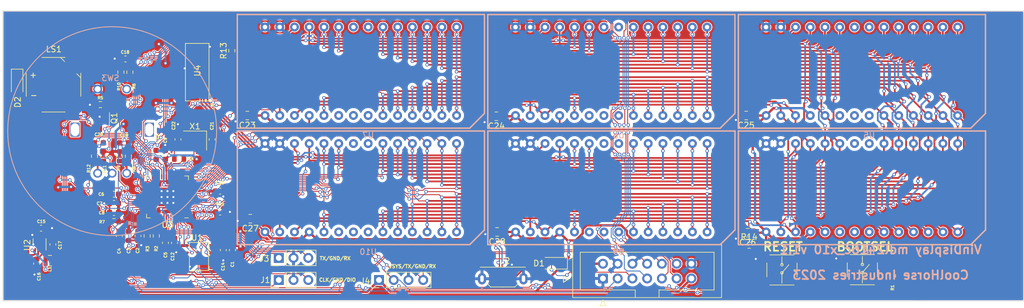
<source format=kicad_pcb>
(kicad_pcb (version 20221018) (generator pcbnew)
  (layers (0 "F.Cu" signal) (31 "B.Cu" signal) (34 "B.Paste" user) (35 "F.Paste" user) (36 "B.SilkS" user "B.Silkscreen") (37 "F.SilkS" user "F.Silkscreen") (38 "B.Mask" user) (39 "F.Mask" user) (44 "Edge.Cuts" user))
  (net 0 "")
  (net 1 "Net-(C22-Pad1)")
  (net 2 "GND")
  (net 3 "VSYS")
  (net 4 "Net-(U3-XIN)")
  (net 5 "1V1")
  (net 6 "3V3")
  (net 7 "Net-(U2-CFF)")
  (net 8 "Net-(U3-ADC_AVDD)")
  (net 9 "KNOB_SW")
  (net 10 "ENC_A")
  (net 11 "ENC_B")
  (net 12 "VBUS")
  (net 13 "Net-(D2-A)")
  (net 14 "SWCLK")
  (net 15 "SWDIO")
  (net 16 "USB_DP")
  (net 18 "UART0_TX")
  (net 19 "UART0_RX")
  (net 20 "UART1_TX")
  (net 21 "UART1_RX")
  (net 22 "GP28")
  (net 23 "GP29")
  (net 24 "SPEAKER")
  (net 25 "Net-(U2-SW)")
  (net 26 "Net-(R1-Pad1)")
  (net 27 "Net-(U1-CS)")
  (net 28 "Net-(U3-XOUT)")
  (net 29 "Net-(R8-Pad2)")
  (net 30 "Net-(R10-Pad1)")
  (net 31 "Net-(R11-Pad1)")
  (net 32 "Net-(U3-RUN)")
  (net 33 "QSPI_SD1")
  (net 34 "QSPI_SD2")
  (net 35 "QSPI_SD0")
  (net 36 "QSPI_SCLK")
  (net 37 "QSPI_SD3")
  (net 39 "DISP_D0")
  (net 40 "DISP_D1")
  (net 41 "DISP_D2")
  (net 42 "DISP_D3")
  (net 43 "DISP_D4")
  (net 44 "DISP_D5")
  (net 45 "DISP_D6")
  (net 46 "DISP_A0")
  (net 47 "DISP_A1")
  (net 48 "DISP_WR")
  (net 49 "DISP_CE_A0")
  (net 50 "DISP_CE_A1")
  (net 51 "DISP_CE_A2")
  (net 52 "DISP_CLK")
  (net 53 "DISP5_CE")
  (net 54 "DISP3_CE")
  (net 55 "DISP1_CE")
  (net 56 "DISP6_CE")
  (net 57 "DISP2_CE")
  (net 58 "DISP4_CE")
  (net 59 "USB_D+")
  (net 60 "USB_D-")
  (net 61 "USB_DN")
  (net 62 "Net-(U4-6)")
  (net 63 "DISP_RST")
  (net 64 "DISP_FL")
  (net 65 "DISP_D7")
  (net 66 "DISP_A2")
  (net 67 "DISP_A3")
  (net 68 "DISP_A4")
  (net 69 "DISP_RD")
  (footprint "components:SOIC8_150mil" (layer "F.Cu") (at 98.3488 115.961553 -90)
    (fp_text reference "U1")
    (fp_text value "W25Q16JVSNIQ")
  )
  (footprint "components:TS18_TACTILE_SWITCH" (layer "F.Cu") (at 201.305733 120.15834)
    (fp_text reference "SW1" hide)
    (fp_text value "SW_RESET" hide)
  )
  (footprint "Connector_PinHeader_2.54mm:PinHeader_1x04_P2.54mm_Vertical" (layer "F.Cu") (at 131.8614 121.8946 90)
    (fp_text reference "J4")
    (fp_text value "IF_UART")
  )
  (footprint "Package_DFN_QFN:Micrel_MLF-8-1EP_2x2mm_P0.5mm_EP0.6x1.2mm" (layer "F.Cu") (at 73.3704 115.7608 90)
    (fp_text reference "U2")
    (fp_text value "MIC23050-SYML")
  )
  (footprint "Capacitor_SMD:C_0603_1608Metric" (layer "F.Cu") (at 104.490908 110.1852)
    (fp_text reference "C11")
    (fp_text value "100n" hide)
  )
  (footprint "Capacitor_SMD:C_0603_1608Metric" (layer "F.Cu") (at 95.055107 115.493802 -90)
    (fp_text reference "C5")
    (fp_text value "100n" hide)
  )
  (footprint "Resistor_SMD:R_0603_1608Metric" (layer "F.Cu") (at 87.1474 100.5586 90)
    (fp_text reference "R9")
    (fp_text value "10K" hide)
  )
  (footprint "Capacitor_SMD:C_0805_2012Metric" (layer "F.Cu") (at 152.0952 93.6752 180)
    (fp_text reference "C24")
    (fp_text value "4.7uF")
  )
  (footprint "Crystal:Crystal_SMD_Abracon_ABM8AIG-4Pin_3.2x2.5mm" (layer "F.Cu") (at 100.150707 97.8724 180)
    (fp_text reference "X1")
    (fp_text value "12MHz")
  )
  (footprint "Capacitor_SMD:C_0603_1608Metric" (layer "F.Cu") (at 90.330707 114.3 -90)
    (fp_text reference "C2")
    (fp_text value "2u2" hide)
  )
  (footprint "Package_TO_SOT_SMD:SOT-23" (layer "F.Cu") (at 83.8454 94.7166 -90)
    (fp_text reference "Q1")
    (fp_text value "BSS138")
  )
  (footprint "Capacitor_SMD:C_0805_2012Metric" (layer "F.Cu") (at 195.4022 113.7412 180)
    (fp_text reference "C26")
    (fp_text value "4.7uF")
  )
  (footprint "components:BUZZER_CMT-8504" (layer "F.Cu") (at 75.7682 88.2396)
    (fp_text reference "LS1")
    (fp_text value "SPEAKER")
  )
  (footprint "Capacitor_SMD:C_0805_2012Metric" (layer "F.Cu") (at 195.1482 93.5482 180)
    (fp_text reference "C25")
    (fp_text value "4.7uF")
  )
  (footprint "Resistor_SMD:R_0603_1608Metric" (layer "F.Cu") (at 87.375421 86.07505 90)
    (fp_text reference "R10")
    (fp_text value "1K" hide)
  )
  (footprint "Resistor_SMD:R_0603_1608Metric" (layer "F.Cu") (at 106.5022 82.3722 90)
    (fp_text reference "R13")
    (fp_text value "10K")
  )
  (footprint "Capacitor_SMD:C_0603_1608Metric" (layer "F.Cu") (at 87.104909 114.300002 -90)
    (fp_text reference "C4")
    (fp_text value "2u2" hide)
  )
  (footprint "Connector_PinHeader_2.54mm:PinHeader_1x03_P2.54mm_Vertical" (layer "F.Cu") (at 114.5944 118.0846 90)
    (fp_text reference "J3")
    (fp_text value "DEBUG_UART")
  )
  (footprint "Capacitor_SMD:C_0603_1608Metric" (layer "F.Cu") (at 87.933489 98.25566 180)
    (fp_text reference "C19")
    (fp_text value "10n" hide)
  )
  (footprint "Capacitor_SMD:C_0603_1608Metric" (layer "F.Cu") (at 75.6564 115.7608 90)
    (fp_text reference "C17")
    (fp_text value "560pF" hide)
  )
  (footprint "Resistor_SMD:R_0603_1608Metric" (layer "F.Cu") (at 220.3704 121.1834 90)
    (fp_text reference "R1")
    (fp_text value "1K" hide)
  )
  (footprint "Resistor_SMD:R_0603_1608Metric" (layer "F.Cu") (at 88.6714 100.5586 -90)
    (fp_text reference "R8")
    (fp_text value "10K" hide)
  )
  (footprint "Capacitor_SMD:C_0603_1608Metric" (layer "F.Cu") (at 72.8624 119.0628 -90)
    (fp_text reference "C16")
    (fp_text value "4.7uF" hide)
  )
  (footprint "Diode_SMD:D_SOD-123" (layer "F.Cu") (at 69.4944 87.8078 -90)
    (fp_text reference "D2")
    (fp_text value "D")
  )
  (footprint "components:TS18_TACTILE_SWITCH" (layer "F.Cu") (at 215.1634 120.1166)
    (fp_text reference "SW2" hide)
    (fp_text value "BOOTSEL" hide)
  )
  (footprint "Capacitor_SMD:C_0603_1608Metric" (layer "F.Cu") (at 95.029708 100.330002 90)
    (fp_text reference "C9")
    (fp_text value "100n" hide)
  )
  (footprint "Capacitor_SMD:C_0603_1608Metric" (layer "F.Cu") (at 86.190507 107.111801 180)
    (fp_text reference "C6")
    (fp_text value "100n" hide)
  )
  (footprint "Capacitor_SMD:C_0603_1608Metric" (layer "F.Cu") (at 96.629907 115.4938 -90)
    (fp_text reference "C12")
    (fp_text value "100n" hide)
  )
  (footprint "Package_DFN_QFN:QFN-56-1EP_7x7mm_P0.4mm_EP3.2x3.2mm" (layer "F.Cu") (at 95.410708 107.569001 180)
    (fp_text reference "U3")
    (fp_text value "RP2040")
  )
  (footprint "Capacitor_SMD:C_0603_1608Metric" (layer "F.Cu") (at 97.214108 97.663001 90)
    (fp_text reference "C22")
    (fp_text value "19p" hide)
  )
  (footprint "Capacitor_SMD:C_0603_1608Metric" (layer "F.Cu") (at 83.5755 98.26201)
    (fp_text reference "C20")
    (fp_text value "10n" hide)
  )
  (footprint "Resistor_SMD:R_0603_1608Metric" (layer "F.Cu") (at 86.190507 111.836202)
    (fp_text reference "R7")
    (fp_text value "200R" hide)
  )
  (footprint "Capacitor_SMD:C_0805_2012Metric" (layer "F.Cu") (at 152.2222 113.6142 180)
    (fp_text reference "C28")
    (fp_text value "4.7uF")
  )
  (footprint "Capacitor_SMD:C_0603_1608Metric" (layer "F.Cu") (at 88.1634 83.7946 180)
    (fp_text reference "C18")
    (fp_text value "10n" hide)
  )
  (footprint "Capacitor_SMD:C_0603_1608Metric" (layer "F.Cu") (at 104.478508 106.578401)
    (fp_text reference "C10")
    (fp_text value "100n" hide)
  )
  (footprint "Resistor_SMD:R_0603_1608Metric" (layer "F.Cu") (at 97.417308 101.072799)
    (fp_text reference "R4")
    (fp_text value "1K" hide)
  )
  (footprint "Connector_PinHeader_2.54mm:PinHeader_1x03_P2.54mm_Vertical" (layer "F.Cu") (at 114.5944 121.8946 90)
    (fp_text reference "J1")
    (fp_text value "DEBUG")
  )
  (footprint "Capacitor_SMD:C_0603_1608Metric" (layer "F.Cu") (at 88.705106 114.300001 -90)
    (fp_text reference "C3")
    (fp_text value "2u2" hide)
  )
  (footprint "Resistor_SMD:R_0603_1608Metric" (layer "F.Cu") (at 195.6562 115.9002)
    (fp_text reference "R14")
    (fp_text value "10K")
  )
  (footprint "Resistor_SMD:R_0603_1608Metric" (layer "F.Cu") (at 93.480307 114.300001 90)
    (fp_text reference "R2")
    (fp_text value "27R" hide)
  )
  (footprint "Capacitor_SMD:C_0603_1608Metric" (layer "F.Cu") (at 86.190507 110.2614 180)
    (fp_text reference "C8")
    (fp_text value "100n" hide)
  )
  (footprint "Connector_IDC:IDC-Header_2x07_P2.54mm_Vertical" (layer "F.Cu") (at 170.4594 121.6311 90)
    (fp_text reference "J5" hide)
    (fp_text value "AUX_CONNECTOR" hide)
  )
  (footprint "Capacitor_SMD:C_0603_1608Metric" (layer "F.Cu") (at 106.6038 116.7384 -90)
    (fp_text reference "C1")
    (fp_text value "2u2" hide)
  )
  (footprint "Resistor_SMD:R_0603_1608Metric" (layer "F.Cu") (at 88.9254 86.0806 90)
    (fp_text reference "R6")
    (fp_text value "10K" hide)
  )
  (footprint "Capacitor_SMD:C_0603_1608Metric" (layer "F.Cu") (at 103.106907 97.663 -90)
    (fp_text reference "C21")
    (fp_text value "19p" hide)
  )
  (footprint "components:SO16" (layer "F.Cu") (at 103.708575 90.563472 90)
    (fp_text reference "U4")
    (fp_text value "SN74HC42D")
  )
  (footprint "Capacitor_SMD:C_0603_1608Metric" (layer "F.Cu") (at 93.454907 100.33 90)
    (fp_text reference "C13")
    (fp_text value "100n" hide)
  )
  (footprint "Resistor_SMD:R_0603_1608Metric" (layer "F.Cu") (at 83.8454 91.6686)
    (fp_text reference "R5")
    (fp_text value "100K" hide)
  )
  (footprint "Capacitor_SMD:C_0805_2012Metric" (layer "F.Cu") (at 109.6772 111.3282 180)
    (fp_text reference "C27")
    (fp_text value "4.7uF")
  )
  (footprint "components:GCT_USB3140" (layer "F.Cu") (at 153.1874 120.7866)
    (fp_text reference "J2")
    (fp_text value "USB_B_Micro")
  )
  (footprint "Capacitor_SMD:C_0805_2012Metric" (layer "F.Cu") (at 109.1692 93.5482 180)
    (fp_text reference "C23")
    (fp_text value "4.7uF")
  )
  (footprint "Resistor_SMD:R_0603_1608Metric" (layer "F.Cu") (at 91.905509 114.3 90)
    (fp_text reference "R3")
    (fp_text value "27R" hide)
  )
  (footprint "Resistor_SMD:R_0603_1608Metric" (layer "F.Cu") (at 84.3534 100.552936 90)
    (fp_text reference "R11")
    (fp_text value "10K" hide)
  )
  (footprint "Resistor_SMD:R_0603_1608Metric" (layer "F.Cu") (at 82.8294 100.5586 -90)
    (fp_text reference "R12")
    (fp_text value "10K" hide)
  )
  (footprint "components:Inductor_0806" (layer "F.Cu") (at 75.1484 118.554801 180)
    (fp_text reference "L1")
    (fp_text value "2.2uH")
  )
  (footprint "Capacitor_SMD:C_0603_1608Metric" (layer "F.Cu") (at 105.029 116.7384 -90)
    (fp_text reference "C14")
    (fp_text value "100n" hide)
  )
  (footprint "Capacitor_SMD:C_0603_1608Metric" (layer "F.Cu") (at 73.6244 112.9668)
    (fp_text reference "C15")
    (fp_text value "4.7uF" hide)
  )
  (footprint "Diode_SMD:D_SOD-123F" (layer "F.Cu") (at 162.1282 118.999 180)
    (fp_text reference "D1")
    (fp_text value "MBR1020VL")
  )
  (footprint "Capacitor_SMD:C_0603_1608Metric" (layer "F.Cu") (at 86.190509 108.686601 180)
    (fp_text reference "C7")
    (fp_text value "100n" hide)
  )
  (footprint "components:HDSP2112" (layer "B.Cu") (at 216.3572 105.9942 180)
    (fp_text reference "U8")
    (fp_text value "~")
  )
  (footprint "components:PEC11H_Encoder" (layer "B.Cu") (at 85.8774 103.4906 180)
    (fp_text reference "SW3")
    (fp_text value "KNOB")
  )
  (footprint "components:HDSP2112" (layer "B.Cu") (at 216.3445 85.9282 180)
    (fp_text reference "U5")
    (fp_text value "~")
  )
  (footprint "components:HDSP2112" (layer "B.Cu") (at 173.1645 85.9282 180)
    (fp_text reference "U6")
    (fp_text value "~")
  )
  (footprint "components:HDSP2112" (layer "B.Cu") (at 173.1772 105.9942 180)
    (fp_text reference "U9")
    (fp_text value "~")
  )
  (footprint "components:HDSP2112" (layer "B.Cu") (at 129.9972 105.9942 180)
    (fp_text reference "U10")
    (fp_text value "~")
  )
  (footprint "components:HDSP2112" (layer "B.Cu") (at 129.9972 85.9155 180)
    (fp_text reference "U7")
    (fp_text value "~")
  )
  (gr_circle (center 85.8774 96.2406) (end 103.8774 96.2406) (stroke (width 0.15)) (fill none) (layer "B.SilkS"))
  (gr_line (start 164.4142 121.8057) (end 163.6522 121.2977) (stroke (width 0.15)) (layer "F.SilkS"))
  (gr_line (start 163.6522 121.2977) (end 163.6522 122.2883) (stroke (width 0.15)) (layer "F.SilkS"))
  (gr_line (start 163.6522 122.2883) (end 164.4142 121.8057) (stroke (width 0.15)) (layer "F.SilkS"))
  (gr_rect (start 67 75.5) (end 243 125.5) (stroke (width 0.1)) (fill none) (layer "Edge.Cuts"))
  (gr_text "CoolHorse Industries 2023" (at 233.7054 121.92) (layer "B.SilkS") (effects (font (size 1.5 1.5) (thickness 0.3) bold) (justify left bottom mirror)))
  (gr_text "VinDisplay mdl2416c_x10 v1.1" (at 235.9152 117.5258) (layer "B.SilkS") (effects (font (size 1.5 1.5) (thickness 0.3) bold) (justify left bottom mirror)))
  (gr_text "TX/GND/RX" (at 121.5644 118.5164) (layer "F.SilkS") (effects (font (size 0.6 0.6) (thickness 0.15) bold) (justify left bottom)))
  (gr_text "BOOTSEL" (at 210.566 117.0432) (layer "F.SilkS") (effects (font (size 1.5 1.5) (thickness 0.3) bold) (justify left bottom)))
  (gr_text "RESET" (at 197.8914 117.0432) (layer "F.SilkS") (effects (font (size 1.5 1.5) (thickness 0.3) bold) (justify left bottom)))
  (gr_text "VSYS/TX/GND/RX" (at 133.477 119.888) (layer "F.SilkS") (effects (font (size 0.6 0.6) (thickness 0.15) bold) (justify left bottom)))
  (gr_text "CLK/GND/DIO" (at 121.4628 122.2248) (layer "F.SilkS") (effects (font (size 0.6 0.6) (thickness 0.15) bold) (justify left bottom)))
  (segment (start 97.214108 98.438002) (end 96.592308 99.059802) (width 0.15) (layer "F.Cu") (net 1))
  (segment (start 96.592308 99.059802) (end 96.592308 101.072802) (width 0.15) (layer "F.Cu") (net 1))
  (segment (start 97.448508 98.672402) (end 99.050707 98.6724) (width 0.15) (layer "F.Cu") (net 1))
  (segment (start 96.410708 103.01062) (end 96.535664 102.885664) (width 0.15) (layer "F.Cu") (net 2))
  (segment (start 105.253508 107.268292) (end 105.029 107.4928) (width 0.3) (layer "F.Cu") (net 2))
  (segment (start 97.358575 85.483472) (end 98.310928 85.483472) (width 0.3) (layer "F.Cu") (net 2))
  (segment (start 105.253508 106.578401) (end 105.253508 107.268292) (width 0.3) (layer "F.Cu") (net 2))
  (segment (start 90.330707 115.349707) (end 90.8812 115.9002) (width 0.3) (layer "F.Cu") (net 2))
  (segment (start 72.2884 115.7732) (end 73.358 115.7732) (width 0.3) (layer "F.Cu") (net 2))
  (segment (start 74.3994 112.9668) (end 75.5012 112.9668) (width 0.3) (layer "F.Cu") (net 2))
  (segment (start 73.6204 115.5108) (end 73.3704 115.7608) (width 0.3) (layer "F.Cu") (net 2))
  (segment (start 95.029708 98.636508) (end 95.0214 98.6282) (width 0.3) (layer "F.Cu") (net 2))
  (segment (start 98.3488 119.771553) (end 99.074847 119.771553) (width 0.3) (layer "F.Cu") (net 2))
  (segment (start 95.055107 116.268802) (end 96.629905 116.268802) (width 0.3) (layer "F.Cu") (net 2))
  (segment (start 95.029708 99.555002) (end 95.029708 98.636508) (width 0.3) (layer "F.Cu") (net 2))
  (segment (start 72.6204 114.632) (end 72.1106 114.1222) (width 0.3) (layer "F.Cu") (net 2))
  (segment (start 194.5132 115.9002) (end 193.3702 114.7572) (width 0.3) (layer "F.Cu") (net 2))
  (segment (start 210.698 118.2166) (end 210.6676 118.1862) (width 0.3) (layer "F.Cu") (net 2))
  (segment (start 150.5712 113.6142) (end 150.1902 113.9952) (width 0.3) (layer "F.Cu") (net 2))
  (segment (start 72.6204 114.7858) (end 72.6204 115.4412) (width 0.3) (layer "F.Cu") (net 2))
  (segment (start 103.7082 81.6737) (end 102.7303 81.6737) (width 0.3) (layer "F.Cu") (net 2))
  (segment (start 106.375928 81.673472) (end 106.5022 81.5472) (width 0.3) (layer "F.Cu") (net 2))
  (segment (start 87.104909 115.075002) (end 88.705105 115.075002) (width 0.3) (layer "F.Cu") (net 2))
  (segment (start 96.629907 116.822907) (end 96.9264 117.1194) (width 0.3) (layer "F.Cu") (net 2))
  (segment (start 212.0134 118.2166) (end 218.3134 118.2166) (width 0.3) (layer "F.Cu") (net 2))
  (segment (start 108.2192 93.5482) (end 108.1532 93.5482) (width 0.4) (layer "F.Cu") (net 2))
  (segment (start 103.708575 81.673472) (end 106.375928 81.673472) (width 0.3) (layer "F.Cu") (net 2))
  (segment (start 96.629907 116.2688) (end 96.629907 116.822907) (width 0.3) (layer "F.Cu") (net 2))
  (segment (start 98.310928 85.483472) (end 98.3742 85.4202) (width 0.3) (layer "F.Cu") (net 2))
  (segment (start 85.415509 108.686601) (end 84.505801 108.686601) (width 0.3) (layer "F.Cu") (net 2))
  (segment (start 108.7272 111.3282) (end 107.8992 111.3282) (width 0.3) (layer "F.Cu") (net 2))
  (segment (start 196.80326 118.25834) (end 196.7992 118.2624) (width 0.3) (layer "F.Cu") (net 2))
  (segment (start 72.8624 120.584) (end 72.4916 120.9548) (width 0.3) (layer "F.Cu") (net 2))
  (segment (start 84.23699 98.26201) (end 83.6676 98.8314) (width 0.3) (layer "F.Cu") (net 2))
  (segment (start 151.1452 93.6752) (end 151.0792 93.6752) (width 0.4) (layer "F.Cu") (net 2))
  (segment (start 151.0792 93.6752) (end 150.0632 94.6912) (width 0.4) (layer "F.Cu") (net 2))
  (segment (start 87.20666 98.25566) (end 87.8332 98.8822) (width 0.3) (layer "F.Cu") (net 2))
  (segment (start 105.265908 110.1852) (end 106.1466 110.1852) (width 0.3) (layer "F.Cu") (net 2))
  (segment (start 73.6204 114.7858) (end 73.6204 115.5108) (width 0.3) (layer "F.Cu") (net 2))
  (segment (start 102.7303 81.6737) (end 102.7176 81.6864) (width 0.3) (layer "F.Cu") (net 2))
  (segment (start 96.410708 104.131501) (end 96.410708 103.01062) (width 0.15) (layer "F.Cu") (net 2))
  (segment (start 97.214108 96.888001) (end 97.214108 95.055108) (width 0.15) (layer "F.Cu") (net 2))
  (segment (start 194.1982 93.5482) (end 194.1322 93.5482) (width 0.4) (layer "F.Cu") (net 2))
  (segment (start 72.6204 114.7858) (end 72.6204 114.632) (width 0.3) (layer "F.Cu") (net 2))
  (segment (start 72.6204 115.4412) (end 72.2884 115.7732) (width 0.3) (layer "F.Cu") (net 2))
  (segment (start 85.415507 107.111801) (end 85.415507 108.686599) (width 0.3) (layer "F.Cu") (net 2))
  (segment (start 212.0134 118.2166) (end 210.698 118.2166) (width 0.3) (layer "F.Cu") (net 2))
  (segment (start 194.1322 93.5482) (end 193.3702 94.3102) (width 0.4) (layer "F.Cu") (net 2))
  (segment (start 86.36 83.7946) (end 86.3092 83.7438) (width 0.3) (layer "F.Cu") (net 2))
  (segment (start 72.8624 119.8378) (end 72.8624 120.584) (width 0.3) (layer "F.Cu") (net 2))
  (segment (start 106.6038 117.5134) (end 105.029 117.5134) (width 0.15) (layer "F.Cu") (net 2))
  (segment (start 198.155733 118.25834) (end 204.455733 118.25834) (width 0.3) (layer "F.Cu") (net 2))
  (segment (start 154.4874 120.7866) (end 154.4874 119.5278) (width 0.3) (layer "F.Cu") (net 2))
  (segment (start 85.415509 108.686601) (end 85.415509 110.261398) (width 0.3) (layer "F.Cu") (net 2))
  (segment (start 194.3862 113.7412) (end 193.3702 114.7572) (width 0.4) (layer "F.Cu") (net 2))
  (segment (start 194.8312 115.9002) (end 194.5132 115.9002) (width 0.3) (layer "F.Cu") (net 2))
  (segment (start 97.214108 95.055108) (end 97.2058 95.0468) (width 0.15) (layer "F.Cu") (net 2))
  (segment (start 106.1466 110.1852) (end 106.172 110.1598) (width 0.3) (layer "F.Cu") (net 2))
  (segment (start 105.029 117.5134) (end 105.029 118.5164) (width 0.15) (layer "F.Cu") (net 2))
  (segment (start 99.074847 119.771553) (end 99.2632 119.5832) (width 0.3) (layer "F.Cu") (net 2))
  (segment (start 88.705106 115.075001) (end 90.330706 115.075001) (width 0.3) (layer "F.Cu") (net 2))
  (segment (start 198.155733 118.25834) (end 196.80326 118.25834) (width 0.3) (layer "F.Cu") (net 2))
  (segment (start 108.1532 93.5482) (end 107.1372 94.5642) (width 0.4) (layer "F.Cu") (net 2))
  (segment (start 87.3884 83.7946) (end 86.36 83.7946) (width 0.3) (layer "F.Cu") (net 2))
  (segment (start 151.2722 113.6142) (end 150.5712 113.6142) (width 0.3) (layer "F.Cu") (net 2))
  (segment (start 194.4522 113.7412) (end 194.3862 113.7412) (width 0.4) (layer "F.Cu") (net 2))
  (segment (start 84.505801 108.686601) (end 84.5058 108.6866) (width 0.3) (layer "F.Cu") (net 2))
  (segment (start 75.5012 112.9668) (end 75.5142 112.9538) (width 0.3) (layer "F.Cu") (net 2))
  (segment (start 107.8992 111.3282) (end 107.5182 111.7092) (width 0.3) (layer "F.Cu") (net 2))
  (segment (start 93.454907 99.555) (end 95.029706 99.555) (width 0.3) (layer "F.Cu") (net 2))
  (segment (start 82.042 91.694) (end 82.995 91.694) (width 0.3) (layer "F.Cu") (net 2))
  (segment (start 83.7184 93.7514) (end 82.9231 93.7514) (width 0.3) (layer "F.Cu") (net 2))
  (segment (start 154.4874 119.5278) (end 154.7622 119.253) (width 0.3) (layer "F.Cu") (net 2))
  (via (at 96.426708 106.578402) (size 0.6) (drill 0.35) (layers "F.Cu" "B.Cu") (net 2))
  (via (at 90.8812 115.9002) (size 0.6) (drill 0.35) (layers "F.Cu" "B.Cu") (net 2))
  (via (at 96.535664 102.885664) (size 0.6) (drill 0.35) (layers "F.Cu" "B.Cu") (net 2))
  (via (at 83.7184 93.7514) (size 0.6) (drill 0.35) (layers "F.Cu" "B.Cu") (net 2))
  (via (at 94.394708 106.578399) (size 0.6) (drill 0.35) (layers "F.Cu" "B.Cu") (net 2))
  (via (at 99.2632 119.5832) (size 0.6) (drill 0.35) (layers "F.Cu" "B.Cu") (net 2))
  (via (at 82.042 91.694) (size 0.6) (drill 0.35) (layers "F.Cu" "B.Cu") (net 2))
  (via (at 75.5142 112.9538) (size 0.6) (drill 0.35) (layers "F.Cu" "B.Cu") (net 2))
  (via (at 102.7176 81.6864) (size 0.6) (drill 0.35) (layers "F.Cu" "B.Cu") (net 2))
  (via (at 150.1902 113.9952) (size 0.6) (drill 0.35) (layers "F.Cu" "B.Cu") (net 2))
  (via (at 95.410708 106.578401) (size 0.6) (drill 0.35) (layers "F.Cu" "B.Cu") (net 2))
  (via (at 87.8332 98.8822) (size 0.6) (drill 0.35) (layers "F.Cu" "B.Cu") (net 2))
  (via (at 96.426708 108.610399) (size 0.6) (drill 0.35) (layers "F.Cu" "B.Cu") (net 2))
  (via (at 196.7992 118.2624) (size 0.6) (drill 0.35) (layers "F.Cu" "B.Cu") (net 2))
  (via (at 150.0632 94.6912) (size 0.6) (drill 0.35) (layers "F.Cu" "B.Cu") (net 2))
  (via (at 84.5058 108.6866) (size 0.6) (drill 0.35) (layers "F.Cu" "B.Cu") (net 2))
  (via (at 72.1106 114.1222) (size 0.6) (drill 0.35) (layers "F.Cu" "B.Cu") (net 2))
  (via (at 72.2884 115.7732) (size 0.6) (drill 0.35) (layers "F.Cu" "B.Cu") (net 2))
  (via (at 98.3742 85.4202) (size 0.6) (drill 0.35) (layers "F.Cu" "B.Cu") (net 2))
  (via (at 97.2058 95.0468) (size 0.6) (drill 0.35) (layers "F.Cu" "B.Cu") (net 2))
  (via (at 96.426708 107.594401) (size 0.6) (drill 0.35) (layers "F.Cu" "B.Cu") (net 2))
  (via (at 193.3702 94.3102) (size 0.6) (drill 0.35) (layers "F.Cu" "B.Cu") (net 2))
  (via (at 72.4916 120.9548) (size 0.6) (drill 0.35) (layers "F.Cu" "B.Cu") (net 2))
  (via (at 210.6676 118.1862) (size 0.6) (drill 0.35) (layers "F.Cu" "B.Cu") (net 2))
  (via (at 95.410708 108.610401) (size 0.6) (drill 0.35) (layers "F.Cu" "B.Cu") (net 2))
  (via (at 105.029 118.5164) (size 0.6) (drill 0.35) (layers "F.Cu" "B.Cu") (net 2))
  (via (at 107.5182 111.7092) (size 0.6) (drill 0.35) (layers "F.Cu" "B.Cu") (net 2))
  (via (at 154.7622 119.253) (size 0.6) (drill 0.35) (layers "F.Cu" "B.Cu") (net 2))
  (via (at 95.410708 107.594399) (size 0.6) (drill 0.35) (layers "F.Cu" "B.Cu") (net 2))
  (via (at 95.0214 98.6282) (size 0.6) (drill 0.35) (layers "F.Cu" "B.Cu") (net 2))
  (via (at 193.3702 114.7572) (size 0.6) (drill 0.35) (layers "F.Cu" "B.Cu") (net 2))
  (via (at 105.029 107.4928) (size 0.6) (drill 0.35) (layers "F.Cu" "B.Cu") (net 2))
  (via (at 94.394708 107.594401) (size 0.6) (drill 0.35) (layers "F.Cu" "B.Cu") (net 2))
  (via (at 86.3092 83.7438) (size 0.6) (drill 0.35) (layers "F.Cu" "B.Cu") (net 2))
  (via (at 83.6676 98.8314) (size 0.6) (drill 0.35) (layers "F.Cu" "B.Cu") (net 2))
  (via (at 106.172 110.1598) (size 0.6) (drill 0.35) (layers "F.Cu" "B.Cu") (net 2))
  (via (at 96.9264 117.1194) (size 0.6) (drill 0.35) (layers "F.Cu" "B.Cu") (net 2))
  (via (at 94.394708 108.610399) (size 0.6) (drill 0.35) (layers "F.Cu" "B.Cu") (net 2))
  (via (at 107.1372 94.5642) (size 0.6) (drill 0.35) (layers "F.Cu" "B.Cu") (net 2))
  (segment (start 133.8326 123.8658) (end 131.8614 121.8946) (width 0.4) (layer "F.Cu") (net 3))
  (segment (start 73.1204 117.4558) (end 72.4854 117.4558) (width 0.3) (layer "F.Cu") (net 3))
  (segment (start 68.5944 94.5988) (end 68.5944 87.0578) (width 0.3) (layer "F.Cu") (net 3))
  (segment (start 173.606806 112.4712) (end 174.5742 113.438594) (width 0.4) (layer "F.Cu") (net 3))
  (segment (start 131.8614 121.8946) (end 129.8294 123.9266) (width 0.4) (layer "F.Cu") (net 3))
  (segment (start 164.5412 117.5265) (end 164.5412 117.986) (width 0.4) (layer "F.Cu") (net 3))
  (segment (start 166.9852 113.153594) (end 167.667594 112.4712) (width 0.4) (layer "F.Cu") (net 3))
  (segment (start 133.8326 123.8758) (end 133.8326 123.8658) (width 0.4) (layer "F.Cu") (net 3))
  (segment (start 193.6872 116.7252) (end 196.909017 116.7252) (width 0.4) (layer "F.Cu") (net 3))
  (segment (start 155.2575 93.6752) (end 155.3845 93.5482) (width 0.4) (layer "F.Cu") (net 3))
  (segment (start 158.9024 123.8758) (end 133.8326 123.8758) (width 0.4) (layer "F.Cu") (net 3))
  (segment (start 68.5944 87.0578) (end 69.4944 86.1578) (width 0.3) (layer "F.Cu") (net 3))
  (segment (start 114.5159 95.8342) (end 112.2172 93.5355) (width 0.4) (layer "F.Cu") (net 3))
  (segment (start 174.5742 114.043806) (end 175.541594 115.0112) (width 0.4) (layer "F.Cu") (net 3))
  (segment (start 69.1388 95.1432) (end 68.5944 94.5988) (width 0.3) (layer "F.Cu") (net 3))
  (segment (start 70.6882 98.3214) (end 70.6882 100.5494) (width 0.3) (layer "F.Cu") (net 3))
  (segment (start 198.5772 113.6142) (end 199.6892 114.7262) (width 0.4) (layer "F.Cu") (net 3))
  (segment (start 175.541594 115.0112) (end 191.9732 115.0112) (width 0.4) (layer "F.Cu") (net 3))
  (segment (start 69.1388 95.1432) (end 69.1388 96.772) (width 0.3) (layer "F.Cu") (net 3))
  (segment (start 113.3292 114.7262) (end 112.2172 113.6142) (width 0.4) (layer "F.Cu") (net 3))
  (segment (start 121.0962 114.8732) (end 154.1382 114.8732) (width 0.4) (layer "F.Cu") (net 3))
  (segment (start 165.7454 115.077) (end 166.9852 113.8372) (width 0.4) (layer "F.Cu") (net 3))
  (segment (start 69.1388 96.772) (end 70.6882 98.3214) (width 0.3) (layer "F.Cu") (net 3))
  (segment (start 72.4854 117.4558) (end 72.3646 117.5766) (width 0.3) (layer "F.Cu") (net 3))
  (segment (start 110.6272 112.0242) (end 112.2172 113.6142) (width 0.3) (layer "F.Cu") (net 3))
  (segment (start 119.8372 93.5355) (end 119.8372 95.8342) (width 0.3) (layer "F.Cu") (net 3))
  (segment (start 163.0172 113.7535) (end 164.5412 115.2775) (width 0.4) (layer "F.Cu") (net 3))
  (segment (start 154.1382 114.8732) (end 155.3972 113.6142) (width 0.4) (layer "F.Cu") (net 3))
  (segment (start 156.5092 114.7262) (end 161.9052 114.7262) (width 0.4) (layer "F.Cu") (net 3))
  (segment (start 196.3522 113.7412) (end 198.4502 113.7412) (width 0.4) (layer "F.Cu") (net 3))
  (segment (start 129.8294 123.9266) (end 72.9742 123.9266) (width 0.4) (layer "F.Cu") (net 3))
  (segment (start 72.949937 102.811137) (end 72.949937 112.866263) (width 0.3) (layer "F.Cu") (net 3))
  (segment (start 71.3994 117.5766) (end 71.3994 113.914161) (width 0.4) (layer "F.Cu") (net 3))
  (segment (start 72.3646 117.5766) (end 71.3994 117.5766) (width 0.3) (layer "F.Cu") (net 3))
  (segment (start 164.5412 117.986) (end 163.5282 118.999) (width 0.4) (layer "F.Cu") (net 3))
  (segment (start 191.9732 115.0112) (end 193.6872 116.7252) (width 0.4) (layer "F.Cu") (net 3))
  (segment (start 118.7252 114.7262) (end 113.3292 114.7262) (width 0.4) (layer "F.Cu") (net 3))
  (segment (start 73.1204 114.7858) (end 73.1204 113.2378) (width 0.3) (layer "F.Cu") (net 3))
  (segment (start 158.9024 123.8758) (end 183.4547 123.8758) (width 0.4) (layer "F.Cu") (net 3))
  (segment (start 164.7417 115.077) (end 165.7454 115.077) (width 0.4) (layer "F.Cu") (net 3))
  (segment (start 163.0172 113.6142) (end 163.0172 113.7535) (width 0.4) (layer "F.Cu") (net 3))
  (segment (start 196.2785 99.7712) (end 196.2785 95.8342) (width 0.4) (layer "F.Cu") (net 3))
  (segment (start 70.6882 100.5494) (end 72.949937 102.811137) (width 0.3) (layer "F.Cu") (net 3))
  (segment (start 163.0045 93.5482) (end 163.0045 95.7199) (width 0.3) (layer "F.Cu") (net 3))
  (segment (start 196.909017 116.7252) (end 198.5772 115.057017) (width 0.4) (layer "F.Cu") (net 3))
  (segment (start 163.5282 119.25) (end 158.9024 123.8758) (width 0.4) (layer "F.Cu") (net 3))
  (segment (start 110.6272 111.3282) (end 110.6272 112.0242) (width 0.3) (layer "F.Cu") (net 3))
  (segment (start 198.5772 115.057017) (end 198.5772 113.6142) (width 0.4) (layer "F.Cu") (net 3))
  (segment (start 72.9742 123.9266) (end 71.3994 122.3518) (width 0.4) (layer "F.Cu") (net 3))
  (segment (start 70.85 86.1578) (end 72.2682 84.7396) (width 0.3) (layer "F.Cu") (net 3))
  (segment (start 174.5742 113.438594) (end 174.5742 114.043806) (width 0.4) (layer "F.Cu") (net 3))
  (segment (start 167.667594 112.4712) (end 173.606806 112.4712) (width 0.4) (layer "F.Cu") (net 3))
  (segment (start 73.1204 116.7358) (end 73.1204 117.4558) (width 0.3) (layer "F.Cu") (net 3))
  (segment (start 166.9852 113.8372) (end 166.9852 113.153594) (width 0.4) (layer "F.Cu") (net 3))
  (segment (start 199.6892 114.7262) (end 205.0852 114.7262) (width 0.4) (layer "F.Cu") (net 3))
  (segment (start 205.0852 114.7262) (end 206.1972 113.6142) (width 0.4) (layer "F.Cu") (net 3))
  (segment (start 161.9052 114.7262) (end 163.0172 113.6142) (width 0.4) (layer "F.Cu") (net 3))
  (segment (start 198.5645 93.5482) (end 199.8345 92.2782) (width 0.4) (layer "F.Cu") (net 3))
  (segment (start 153.0452 93.6752) (end 155.2575 93.6752) (width 0.4) (layer "F.Cu") (net 3))
  (segment (start 199.8345 92.2782) (end 200.3552 92.2782) (width 0.4) (layer "F.Cu") (net 3))
  (segment (start 198.4502 113.7412) (end 198.5772 113.6142) (width 0.4) (layer "F.Cu") (net 3))
  (segment (start 157.6705 95.8342) (end 155.3845 93.5482) (width 0.4) (layer "F.Cu") (net 3))
  (segment (start 183.4547 123.8758) (end 185.6994 121.6311) (width 0.4) (layer "F.Cu") (net 3))
  (segment (start 71.3994 122.3518) (end 71.3994 117.5766) (width 0.4) (layer "F.Cu") (net 3))
  (segment (start 196.8142 111.8512) (end 198.5772 113.6142) (width 0.4) (layer "F.Cu") (net 3))
  (segment (start 112.2045 93.5482) (end 112.2172 93.5355) (width 0.4) (layer "F.Cu") (net 3))
  (segment (start 155.3845 93.5482) (end 153.0985 95.8342) (width 0.4) (layer "F.Cu") (net 3))
  (segment (start 119.8372 113.6142) (end 121.0962 114.8732) (width 0.4) (layer "F.Cu") (net 3))
  (segment (start 163.0045 95.7199) (end 162.8902 95.8342) (width 0.3) (layer "F.Cu") (net 3))
  (segment (start 119.8372 113.6142) (end 118.7252 114.7262) (width 0.4) (layer "F.Cu") (net 3))
  (segment (start 162.8902 95.8342) (end 157.6705 95.8342) (width 0.4) (layer "F.Cu") (net 3))
  (segment (start 153.0985 95.8342) (end 119.8372 95.8342) (width 0.4) (layer "F.Cu") (net 3))
  (segment (start 196.6722 111.8512) (end 196.8142 111.8512) (width 0.4) (layer "F.Cu") (net 3))
  (segment (start 170.4594 119.0911) (end 163.6203 119.0911) (width 0.4) (layer "F.Cu") (net 3))
  (segment (start 164.5412 115.2775) (end 164.7417 115.077) (width 0.4) (layer "F.Cu") (net 3))
  (segment (start 71.3994 113.914161) (end 72.346761 112.9668) (width 0.4) (layer "F.Cu") (net 3))
  (segment (start 198.5645 93.5482) (end 196.2785 95.8342) (width 0.4) (layer "F.Cu") (net 3))
  (segment (start 72.346761 112.9668) (end 72.8494 112.9668) (width 0.4) (layer "F.Cu") (net 3))
  (segment (start 110.1192 93.5482) (end 112.2045 93.5482) (width 0.4) (layer "F.Cu") (net 3))
  (segment (start 153.1722 113.6142) (end 155.3972 113.6142) (width 0.4) (layer "F.Cu") (net 3))
  (segment (start 196.2785 95.8342) (end 162.8902 95.8342) (width 0.4) (layer "F.Cu") (net 3))
  (segment (start 119.8372 95.8342) (end 114.5159 95.8342) (width 0.4) (layer "F.Cu") (net 3))
  (segment (start 163.6203 119.0911) (end 163.5282 118.999) (width 0.4) (layer "F.Cu") (net 3))
  (segment (start 196.0982 93.5482) (end 198.5645 93.5482) (width 0.4) (layer "F.Cu") (net 3))
  (segment (start 69.4944 86.1578) (end 70.85 86.1578) (width 0.3) (layer "F.Cu") (net 3))
  (segment (start 155.3972 113.6142) (end 156.5092 114.7262) (width 0.4) (layer "F.Cu") (net 3))
  (via (at 196.2785 99.7712) (size 0.6) (drill 0.35) (layers "F.Cu" "B.Cu") (net 3))
  (via (at 200.3552 92.2782) (size 0.6) (drill 0.35) (layers "F.Cu" "B.Cu") (net 3))
  (via (at 164.5412 117.5265) (size 0.6) (drill 0.35) (layers "F.Cu" "B.Cu") (net 3))
  (via (at 164.5412 115.2775) (size 0.6) (drill 0.35) (layers "F.Cu" "B.Cu") (net 3))
  (via (at 196.6722 111.8512) (size 0.6) (drill 0.35) (layers "F.Cu" "B.Cu") (net 3))
  (segment (start 196.6722 100.1649) (end 196.6722 111.8512) (width 0.4) (layer "B.Cu") (net 3))
  (segment (start 164.5412 115.2775) (end 164.5412 117.5265) (width 0.4) (layer "B.Cu") (net 3))
  (segment (start 196.2785 99.7712) (end 196.6722 100.1649) (width 0.4) (layer "B.Cu") (net 3))
  (segment (start 200.3552 92.2782) (end 204.9145 92.2782) (width 0.4) (layer "B.Cu") (net 3))
  (segment (start 204.9145 92.2782) (end 206.1845 93.5482) (width 0.4) (layer "B.Cu") (net 3))
  (segment (start 101.150708 97.072401) (end 99.975709 98.247404) (width 0.15) (layer "F.Cu") (net 4))
  (segment (start 98.181549 102.209599) (end 96.469973 102.209599) (width 0.15) (layer "F.Cu") (net 4))
  (segment (start 96.469973 102.209599) (end 96.010707 102.668865) (width 0.15) (layer "F.Cu") (net 4))
  (segment (start 102.922508 97.072401) (end 101.250707 97.0724) (width 0.15) (layer "F.Cu") (net 4))
  (segment (start 99.975708 100.41544) (end 98.181549 102.209599) (width 0.15) (layer "F.Cu") (net 4))
  (segment (start 96.010707 102.668865) (end 96.010707 104.1315) (width 0.15) (layer "F.Cu") (net 4))
  (segment (start 99.975709 98.247404) (end 99.975708 100.41544) (width 0.15) (layer "F.Cu") (net 4))
  (segment (start 92.462108 112.850003) (end 92.464307 112.852202) (width 0.15) (layer "F.Cu") (net 5))
  (segment (start 95.613909 113.702801) (end 96.629909 114.718801) (width 0.15) (layer "F.Cu") (net 5))
  (segment (start 92.464307 112.852202) (end 93.61071 111.705802) (width 0.15) (layer "F.Cu") (net 5))
  (segment (start 93.607308 110.261402) (end 93.610709 110.264801) (width 0.15) (layer "F.Cu") (net 5))
  (segment (start 94.810708 102.549401) (end 94.810708 104.131499) (width 0.15) (layer "F.Cu") (net 5))
  (segment (start 95.61391 112.471199) (end 95.613909 113.702801) (width 0.15) (layer "F.Cu") (net 5))
  (segment (start 93.610709 111.006501) (end 93.610709 110.264801) (width 0.15) (layer "F.Cu") (net 5))
  (segment (start 95.610708 111.006501) (end 95.610708 112.468002) (width 0.15) (layer "F.Cu") (net 5))
  (segment (start 90.980308 112.850002) (end 92.462108 112.850003) (width 0.15) (layer "F.Cu") (net 5))
  (segment (start 90.305307 113.525002) (end 90.980308 112.850002) (width 0.15) (layer "F.Cu") (net 5))
  (segment (start 94.496307 102.235002) (end 94.496307 102.1464) (width 0.15) (layer "F.Cu") (net 5))
  (segment (start 93.61071 111.705802) (end 93.610709 111.006501) (width 0.15) (layer "F.Cu") (net 5))
  (segment (start 94.496307 102.235002) (end 94.810708 102.549401) (width 0.15) (layer "F.Cu") (net 5))
  (segment (start 94.496307 102.1464) (end 93.454907 101.105) (width 0.15) (layer "F.Cu") (net 5))
  (segment (start 95.610708 112.468002) (end 95.61391 112.471199) (width 0.15) (layer "F.Cu") (net 5))
  (via (at 94.318508 109.651801) (size 0.6) (drill 0.35) (layers "F.Cu" "B.Cu") (net 5))
  (via (at 94.496307 102.235002) (size 0.6) (drill 0.35) (layers "F.Cu" "B.Cu") (net 5))
  (via (at 95.61391 112.471199) (size 0.6) (drill 0.35) (layers "F.Cu" "B.Cu") (net 5))
  (via (at 94.775708 105.460801) (size 0.6) (drill 0.35) (layers "F.Cu" "B.Cu") (net 5))
  (segment (start 94.775708 105.460801) (end 94.775708 102.514403) (width 0.3) (layer "B.Cu") (net 5))
  (segment (start 94.775708 102.514403) (end 94.496307 102.235002) (width 0.3) (layer "B.Cu") (net 5))
  (segment (start 95.61391 112.471199) (end 95.61391 110.947203) (width 0.3) (layer "B.Cu") (net 5))
  (segment (start 95.61391 110.947203) (end 94.318508 109.651801) (width 0.3) (layer "B.Cu") (net 5))
  (segment (start 94.810708 110.455001) (end 94.810708 111.006502) (width 0.15) (layer "F.Cu") (net 6))
  (segment (start 92.981707 106.569001) (end 92.997706 106.553002) (width 0.15) (layer "F.Cu") (net 6))
  (segment (start 95.055108 112.274401) (end 95.210707 112.118799) (width 0.15) (layer "F.Cu") (net 6))
  (segment (start 91.973208 106.569001) (end 91.329001 106.569001) (width 0.15) (layer "F.Cu") (net 6))
  (segment (start 87.015508 111.836203) (end 87.892308 111.836202) (width 0.15) (layer "F.Cu") (net 6))
  (segment (start 91.329001 106.569001) (end 90.5002 105.7402) (width 0.15) (layer "F.Cu") (net 6))
  (segment (start 87.507807 106.569501) (end 87.323154 106.754154) (width 0.15) (layer "F.Cu") (net 6))
  (segment (start 95.033798 101.105002) (end 95.7072 100.4316) (width 0.4) (layer "F.Cu") (net 6))
  (segment (start 95.210708 104.55791) (end 95.6056 104.9528) (width 0.15) (layer "F.Cu") (net 6))
  (segment (start 91.973208 110.169001) (end 91.100599 110.169001) (width 0.15) (layer "F.Cu") (net 6))
  (segment (start 87.508307 106.569001) (end 87.323154 106.754154) (width 0.15) (layer "F.Cu") (net 6))
  (segment (start 74.3204 116.535801) (end 74.120401 116.7358) (width 0.2) (layer "F.Cu") (net 6))
  (segment (start 87.323154 106.754154) (end 86.965507 107.111801) (width 0.15) (layer "F.Cu") (net 6))
  (segment (start 95.210707 112.118799) (end 95.210708 111.006503) (width 0.15) (layer "F.Cu") (net 6))
  (segment (start 93.21071 110.58009) (end 93.210709 111.006501) (width 0.15) (layer "F.Cu") (net 6))
  (segment (start 86.965507 110.2614) (end 86.965507 111.786202) (width 0.3) (layer "F.Cu") (net 6))
  (segment (start 94.810708 112.043139) (end 95.055108 112.287539) (width 0.15) (layer "F.Cu") (net 6))
  (segment (start 95.210709 104.131503) (end 95.210708 104.55791) (width 0.15) (layer "F.Cu") (net 6))
  (segment (start 91.973208 110.169001) (end 92.799617 110.169002) (width 0.15) (layer "F.Cu") (net 6))
  (segment (start 88.558663 106.569501) (end 87.507807 106.569501) (width 0.15) (layer "F.Cu") (net 6))
  (segment (start 95.210708 110.366201) (end 95.055108 110.210601) (width 0.15) (layer "F.Cu") (net 6))
  (segment (start 94.810708 111.006502) (end 94.810708 112.043139) (width 0.15) (layer "F.Cu") (net 6))
  (segment (start 74.1204 116.7358) (end 74.1204 117.123452) (width 0.3) (layer "F.Cu") (net 6))
  (segment (start 95.055108 112.287539) (end 95.055108 112.274401) (width 0.15) (layer "F.Cu") (net 6))
  (segment (start 91.973208 106.569) (end 92.981707 106.569001) (width 0.15) (layer "F.Cu") (net 6))
  (segment (start 91.100599 110.169001) (end 90.7288 110.5408) (width 0.15) (layer "F.Cu") (net 6))
  (segment (start 86.965507 107.111801) (end 86.965507 108.686599) (width 0.3) (layer "F.Cu") (net 6))
  (segment (start 87.892308 111.836202) (end 87.968508 111.760002) (width 0.15) (layer "F.Cu") (net 6))
  (segment (start 95.6056 104.9528) (end 95.690108 104.952802) (width 0.15) (layer "F.Cu") (net 6))
  (segment (start 75.6564 116.5358) (end 74.3204 116.535801) (width 0.2) (layer "F.Cu") (net 6))
  (segment (start 98.093908 110.169002) (end 98.077706 110.185201) (width 0.15) (layer "F.Cu") (net 6))
  (segment (start 90.7288 110.5408) (end 87.244907 110.5408) (width 0.15) (layer "F.Cu") (net 6))
  (segment (start 95.210708 111.006503) (end 95.210708 110.366201) (width 0.15) (layer "F.Cu") (net 6))
  (segment (start 95.055108 114.718801) (end 95.055108 112.287539) (width 0.15) (layer "F.Cu") (net 6))
  (segment (start 93.210707 111.674) (end 92.334707 112.55) (width 0.15) (layer "F.Cu") (net 6))
  (segment (start 92.799617 110.169002) (end 93.21071 110.58009) (width 0.15) (layer "F.Cu") (net 6))
  (segment (start 103.715908 110.1852) (end 98.864407 110.1852) (width 0.15) (layer "F.Cu") (net 6))
  (segment (start 78.7908 105.8164) (end 78.7908 105.8418) (width 0.4) (layer "F.Cu") (net 6))
  (segment (start 86.965509 108.686601) (end 86.965509 110.261398) (width 0.3) (layer "F.Cu") (net 6))
  (segment (start 95.055108 110.210601) (end 94.810708 110.455001) (width 0.15) (layer "F.Cu") (net 6))
  (segment (start 89.387964 105.7402) (end 88.558663 106.569501) (width 0.15) (layer "F.Cu") (net 6))
  (segment (start 98.848209 110.169003) (end 98.093908 110.169002) (width 0.15) (layer "F.Cu") (net 6))
  (segment (start 98.848208 106.569001) (end 103.694108 106.569001) (width 0.15) (layer "F.Cu") (net 6))
  (segment (start 89.680107 112.550002) (end 88.705109 113.524999) (width 0.15) (layer "F.Cu") (net 6))
  (segment (start 92.334707 112.55) (end 89.680107 112.550002) (width 0.15) (layer "F.Cu") (net 6))
  (segment (start 74.1204 117.123452) (end 72.956052 118.2878) (width 0.3) (layer "F.Cu") (net 6))
  (segment (start 95.210709 104.131503) (end 95.210708 101.286001) (width 0.15) (layer "F.Cu") (net 6))
  (segment (start 90.5002 105.7402) (end 89.387964 105.7402) (width 0.15) (layer "F.Cu") (net 6))
  (segment (start 93.210709 111.006501) (end 93.210707 111.674) (width 0.15) (layer "F.Cu") (net 6))
  (via (at 93.9292 81.2292) (size 0.6) (drill 0.35) (layers "F.Cu" "B.Cu") (net 6))
  (via (at 108.0008 116.1034) (size 0.6) (drill 0.35) (layers "F.Cu" "B.Cu") (net 6))
  (via (at 107.9754 113.5126) (size 0.6) (drill 0.35) (layers "F.Cu" "B.Cu") (net 6))
  (via (at 95.7072 100.4316) (size 0.6) (drill 0.35) (layers "F.Cu" "B.Cu") (net 6))
  (via (at 95.0722 84.5312) (size 0.6) (drill 0.35) (layers "F.Cu" "B.Cu") (net 6))
  (via (at 93.4212 91.3892) (size 0.6) (drill 0.35) (layers "F.Cu" "B.Cu") (net 6))
  (via (at 96.0882 91.3892) (size 0.6) (drill 0.35) (layers "F.Cu" "B.Cu") (net 6))
  (via (at 87.8332 94.996) (size 0.6) (drill 0.35) (layers "F.Cu" "B.Cu") (net 6))
  (via (at 76.581 105.918) (size 0.6) (drill 0.35) (layers "F.Cu" "B.Cu") (net 6))
  (via (at 86.233 99.2886) (size 0.6) (drill 0.35) (layers "F.Cu" "B.Cu") (net 6))
  (via (at 78.7908 105.8418) (size 0.6) (drill 0.35) (layers "F.Cu" "B.Cu") (net 6))
  (via (at 100.4316 101.0666) (size 0.6) (drill 0.35) (layers "F.Cu" "B.Cu") (net 6))
  (segment (start 96.0882 91.3892) (end 93.4212 91.3892) (width 0.3) (layer "B.Cu") (net 6))
  (segment (start 76.6572 105.8418) (end 76.581 105.918) (width 0.4) (layer "B.Cu") (net 6))
  (segment (start 86.4974 99.0836) (end 86.438 99.0836) (width 0.4) (layer "B.Cu") (net 6))
  (segment (start 108.0008 113.538) (end 107.9754 113.5126) (width 0.4) (layer "B.Cu") (net 6))
  (segment (start 95.0722 82.3722) (end 93.9292 81.2292) (width 0.3) (layer "B.Cu") (net 6))
  (segment (start 99.7966 100.4316) (end 100.4316 101.0666) (width 0.4) (layer "B.Cu") (net 6))
  (segment (start 86.438 99.0836) (end 86.233 99.2886) (width 0.4) (layer "B.Cu") (net 6))
  (segment (start 86.4974 96.259661) (end 86.4974 99.0836) (width 0.4) (layer "B.Cu") (net 6))
  (segment (start 95.0722 84.5312) (end 95.0722 82.3722) (width 0.3) (layer "B.Cu") (net 6))
  (segment (start 87.761061 94.996) (end 86.4974 96.259661) (width 0.4) (layer "B.Cu") (net 6))
  (segment (start 78.7908 105.8418) (end 76.6572 105.8418) (width 0.4) (layer "B.Cu") (net 6))
  (segment (start 95.7072 100.4316) (end 99.7966 100.4316) (width 0.4) (layer "B.Cu") (net 6))
  (segment (start 87.8332 94.996) (end 87.761061 94.996) (width 0.4) (layer "B.Cu") (net 6))
  (segment (start 108.0008 116.1034) (end 108.0008 113.538) (width 0.4) (layer "B.Cu") (net 6))
  (segment (start 75.6564 114.9858) (end 74.3204 114.9858) (width 0.2) (layer "F.Cu") (net 7))
  (segment (start 74.3204 114.9858) (end 74.1204 114.7858) (width 0.2) (layer "F.Cu") (net 7))
  (segment (start 87.104908 113.366064) (end 88.397771 112.073202) (width 0.15) (layer "F.Cu") (net 8))
  (segment (start 89.332709 112.250002) (end 92.210443 112.25) (width 0.15) (layer "F.Cu") (net 8))
  (segment (start 89.155909 112.073204) (end 89.332709 112.250002) (width 0.15) (layer "F.Cu") (net 8))
  (segment (start 87.054308 113.525001) (end 85.365508 111.836201) (width 0.15) (layer "F.Cu") (net 8))
  (segment (start 92.210443 112.25) (end 92.810708 111.649738) (width 0.15) (layer "F.Cu") (net 8))
  (segment (start 92.810708 111.649738) (end 92.810708 111.006501) (width 0.15) (layer "F.Cu") (net 8))
  (segment (start 88.397771 112.073202) (end 89.155909 112.073204) (width 0.15) (layer "F.Cu") (net 8))
  (segment (start 172.297784 92.27733) (end 171.8612 92.713914) (width 0.15) (layer "F.Cu") (net 9))
  (segment (start 171.8612 92.713914) (end 171.8612 93.9292) (width 0.15) (layer "F.Cu") (net 9))
  (segment (start 88.9384 83.7946) (end 94.3356 83.7946) (width 0.15) (layer "F.Cu") (net 9))
  (segment (start 88.859833 108.0262) (end 88.518594 107.684961) (width 0.15) (layer "F.Cu") (net 9))
  (segment (start 169.531035 113.903864) (end 171.804671 116.1775) (width 0.15) (layer "F.Cu") (net 9))
  (segment (start 88.3412 106.044501) (end 87.076 104.779301) (width 0.15) (layer "F.Cu") (net 9))
  (segment (start 91.498271 107.769001) (end 91.241072 108.0262) (width 0.15) (layer "F.Cu") (net 9))
  (segment (start 91.241072 108.0262) (end 88.859833 108.0262) (width 0.15) (layer "F.Cu") (net 9))
  (segment (start 171.8612 79.425408) (end 172.579992 80.1442) (width 0.15) (layer "F.Cu") (net 9))
  (segment (start 89.6254 85.9556) (end 88.9254 85.2556) (width 0.15) (layer "F.Cu") (net 9))
  (segment (start 94.3356 83.7946) (end 95.3516 82.7786) (width 0.15) (layer "F.Cu") (net 9))
  (segment (start 171.8902 97.498721) (end 171.8902 97.747249) (width 0.15) (layer "F.Cu") (net 9))
  (segment (start 95.3516 82.4937) (end 97.9369 79.9084) (width 0.15) (layer "F.Cu") (net 9))
  (segment (start 171.8902 97.747249) (end 171.8902 99.570772) (width 0.15) (layer "F.Cu") (net 9))
  (segment (start 171.8902 99.570772) (end 172.580128 100.2607) (width 0.15) (layer "F.Cu") (net 9))
  (segment (start 88.9384 83.7946) (end 88.9384 85.2426) (width 0.3) (layer "F.Cu") (net 9))
  (segment (start 171.8612 77.7542) (end 171.8612 79.425408) (width 0.15) (layer "F.Cu") (net 9))
  (segment (start 87.375421 85.25005) (end 88.91985 85.25005) (width 0.3) (layer "F.Cu") (net 9))
  (segment (start 172.15946 97.229461) (end 171.8902 97.498721) (width 0.15) (layer "F.Cu") (net 9))
  (segment (start 171.8612 93.9292) (end 171.8612 94.466209) (width 0.15) (layer "F.Cu") (net 9))
  (segment (start 169.531035 113.1207) (end 169.531035 113.903864) (width 0.15) (layer "F.Cu") (net 9))
  (segment (start 171.0292 76.9222) (end 171.8612 77.7542) (width 0.15) (layer "F.Cu") (net 9))
  (segment (start 91.973208 107.769001) (end 91.498271 107.769001) (width 0.15) (layer "F.Cu") (net 9))
  (segment (start 105.5878 79.9084) (end 108.574 76.9222) (width 0.15) (layer "F.Cu") (net 9))
  (segment (start 88.518594 107.684961) (end 88.518594 107.093501) (width 0.15) (layer "F.Cu") (net 9))
  (segment (start 87.076 104.779301) (end 87.076 103.273664) (width 0.15) (layer "F.Cu") (net 9))
  (segment (start 171.804671 116.1775) (end 172.6184 116.1775) (width 0.15) (layer "F.Cu") (net 9))
  (segment (start 85.344 99.203164) (end 85.344 97.7461) (width 0.15) (layer "F.Cu") (net 9))
  (segment (start 108.574 76.9222) (end 171.0292 76.9222) (width 0.15) (layer "F.Cu") (net 9))
  (segment (start 95.3516 82.7786) (end 95.3516 82.4937) (width 0.15) (layer "F.Cu") (net 9))
  (segment (start 85.3186 96.0971) (end 89.6254 91.7903) (width 0.15) (layer "F.Cu") (net 9))
  (segment (start 172.579982 96.4837) (end 172.579982 96.808939) (width 0.15) (layer "F.Cu") (net 9))
  (segment (start 97.9369 79.9084) (end 105.5878 79.9084) (width 0.15) (layer "F.Cu") (net 9))
  (segment (start 87.076 103.273664) (end 85.508897 101.706561) (width 0.15) (layer "F.Cu") (net 9))
  (segment (start 171.8612 94.466209) (end 172.579691 95.1847) (width 0.15) (layer "F.Cu") (net 9))
  (segment (start 85.508897 101.706561) (end 85.508897 100.8831) (width 0.15) (layer "F.Cu") (net 9))
  (segment (start 172.579982 96.808939) (end 172.15946 97.229461) (width 0.15) (layer "F.Cu") (net 9))
  (segment (start 85.275064 99.2721) (end 85.344 99.203164) (width 0.15) (layer "F.Cu") (net 9))
  (segment (start 89.6254 91.7903) (end 89.6254 85.9556) (width 0.15) (layer "F.Cu") (net 9))
  (via (at 172.579982 96.4837) (size 0.6) (drill 0.35) (layers "F.Cu" "B.Cu") (net 9))
  (via (at 172.579691 95.1847) (size 0.6) (drill 0.35) (layers "F.Cu" "B.Cu") (net 9))
  (via (at 85.3186 96.0971) (size 0.6) (drill 0.35) (layers "F.Cu" "B.Cu") (net 9))
  (via (at 85.508897 100.8831) (size 0.6) (drill 0.35) (layers "F.Cu" "B.Cu") (net 9))
  (via (at 172.580128 100.2607) (size 0.6) (drill 0.35) (layers "F.Cu" "B.Cu") (net 9))
  (via (at 85.344 97.7461) (size 0.6) (drill 0.35) (layers "F.Cu" "B.Cu") (net 9))
  (via (at 88.3412 106.044501) (size 0.6) (drill 0.35) (layers "F.Cu" "B.Cu") (net 9))
  (via (at 169.531035 113.1207) (size 0.6) (drill 0.35) (layers "F.Cu" "B.Cu") (net 9))
  (via (at 88.518594 107.093501) (size 0.6) (drill 0.35) (layers "F.Cu" "B.Cu") (net 9))
  (via (at 172.6184 116.1775) (size 0.6) (drill 0.35) (layers "F.Cu" "B.Cu") (net 9))
  (via (at 172.297784 92.27733) (size 0.6) (drill 0.35) (layers "F.Cu" "B.Cu") (net 9))
  (via (at 172.579992 80.1442) (size 0.6) (drill 0.35) (layers "F.Cu" "B.Cu") (net 9))
  (via (at 85.275064 99.2721) (size 0.6) (drill 0.35) (layers "F.Cu" "B.Cu") (net 9))
  (segment (start 173.9282 81.492408) (end 173.9282 91.0192) (width 0.15) (layer "B.Cu") (net 9))
  (segment (start 174.2922 110.254843) (end 172.055021 112.492022) (width 0.15) (layer "B.Cu") (net 9))
  (segment (start 172.6184 116.1775) (end 174.14608 117.70518) (width 0.15) (layer "B.Cu") (net 9))
  (segment (start 173.170013 100.850585) (end 173.494815 100.850585) (width 0.15) (layer "B.Cu") (net 9))
  (segment (start 172.579691 95.1847) (end 172.579691 96.483409) (width 0.15) (layer "B.Cu") (net 9))
  (segment (start 172.67007 92.27733) (end 172.297784 92.27733) (width 0.15) (layer "B.Cu") (net 9))
  (segment (start 172.580128 100.2607) (end 173.170013 100.850585) (width 0.15) (layer "B.Cu") (net 9))
  (segment (start 174.2922 102.0572) (end 174.2922 105.1052) (width 0.15) (layer "B.Cu") (net 9))
  (segment (start 85.344 96.1225) (end 85.3186 96.0971) (width 0.15) (layer "B.Cu") (net 9))
  (segment (start 174.14608 117.70518) (end 174.14608 119.91708) (width 0.15) (layer "B.Cu") (net 9))
  (segment (start 174.5742 120.3452) (end 176.7935 120.3452) (width 0.15) (layer "B.Cu") (net 9))
  (segment (start 83.8284 99.4326) (end 83.9889 99.2721) (width 0.15) (layer "B.Cu") (net 9))
  (segment (start 172.055021 112.492022) (end 170.363549 112.492022) (width 0.15) (layer "B.Cu") (net 9))
  (segment (start 172.579691 96.483409) (end 172.579982 96.4837) (width 0.15) (layer "B.Cu") (net 9))
  (segment (start 169.734871 113.1207) (end 169.531035 113.1207) (width 0.15) (layer "B.Cu") (net 9))
  (segment (start 173.9282 91.0192) (end 172.67007 92.27733) (width 0.15) (layer "B.Cu") (net 9))
  (segment (start 85.344 97.7461) (end 85.344 96.1225) (width 0.15) (layer "B.Cu") (net 9))
  (segment (start 83.8284 100.014063) (end 83.8284 99.4326) (width 0.15) (layer "B.Cu") (net 9))
  (segment (start 174.2922 109.2962) (end 174.2922 110.254843) (width 0.15) (layer "B.Cu") (net 9))
  (segment (start 172.579992 80.1442) (end 173.9282 81.492408) (width 0.15) (layer "B.Cu") (net 9))
  (segment (start 88.518594 107.093501) (end 88.518594 106.221895) (width 0.15) (layer "B.Cu") (net 9))
  (segment (start 84.697437 100.8831) (end 83.8284 100.014063) (width 0.15) (layer "B.Cu") (net 9))
  (segment (start 83.9889 99.2721) (end 85.275064 99.2721) (width 0.15) (layer "B.Cu") (net 9))
  (segment (start 170.363549 112.492022) (end 169.734871 113.1207) (width 0.15) (layer "B.Cu") (net 9))
  (segment (start 176.7935 120.3452) (end 178.0794 121.6311) (width 0.15) (layer "B.Cu") (net 9))
  (segment (start 174.2922 101.64797) (end 174.2922 102.0572) (width 0.15) (layer "B.Cu") (net 9))
  (segment (start 173.494815 100.850585) (end 174.2922 101.64797) (width 0.15) (layer "B.Cu") (net 9))
  (segment (start 88.518594 106.221895) (end 88.3412 106.044501) (width 0.15) (layer "B.Cu") (net 9))
  (segment (start 174.2922 105.1052) (end 174.2922 109.2962) (width 0.15) (layer "B.Cu") (net 9))
  (segment (start 174.14608 119.91708) (end 174.5742 120.3452) (width 0.15) (layer "B.Cu") (net 9))
  (segment (start 85.508897 100.8831) (end 84.697437 100.8831) (width 0.15) (layer "B.Cu") (net 9))
  (segment (start 87.1474 95.6653) (end 87.1474 94.692564) (width 0.15) (layer "F.Cu") (net 10))
  (segment (start 88.6714 99.7336) (end 88.6714 98.292749) (width 0.3) (layer "F.Cu") (net 10))
  (segment (start 173.329485 96.4837) (end 172.1902 97.622985) (width 0.15) (layer "F.Cu") (net 10))
  (segment (start 172.939882 115.756518) (end 173.1518 115.968437) (width 0.15) (layer "F.Cu") (net 10))
  (segment (start 91.8423 83.4946) (end 93.926436 83.4946) (width 0.15) (layer "F.Cu") (net 10))
  (segment (start 172.1902 97.622985) (end 172.1902 99.121706) (width 0.15) (layer "F.Cu") (net 10))
  (segment (start 172.1902 99.121706) (end 173.329194 100.2607) (width 0.15) (layer "F.Cu") (net 10))
  (segment (start 172.1612 77.629936) (end 172.1612 78.976206) (width 0.15) (layer "F.Cu") (net 10))
  (segment (start 88.515608 98.25566) (end 88.006048 97.7461) (width 0.15) (layer "F.Cu") (net 10))
  (segment (start 173.039171 92.2777) (end 172.1612 93.155671) (width 0.15) (layer "F.Cu") (net 10))
  (segment (start 91.6178 83.2701) (end 91.8423 83.4946) (width 0.15) (layer "F.Cu") (net 10))
  (segment (start 172.425907 115.000493) (end 172.425907 115.242543) (width 0.15) (layer "F.Cu") (net 10))
  (segment (start 91.973208 108.569001) (end 91.546799 108.569001) (width 0.15) (layer "F.Cu") (net 10))
  (segment (start 89.9254 91.914564) (end 89.9254 85.2749) (width 0.15) (layer "F.Cu") (net 10))
  (segment (start 180.801998 117.753418) (end 181.6944 118.64582) (width 0.15) (layer "F.Cu") (net 10))
  (segment (start 172.1612 78.976206) (end 173.329194 80.1442) (width 0.15) (layer "F.Cu") (net 10))
  (segment (start 178.354564 116.402) (end 179.705982 117.753418) (width 0.15) (layer "F.Cu") (net 10))
  (segment (start 87.5792 96.0971) (end 87.1474 95.6653) (width 0.15) (layer "F.Cu") (net 10))
  (segment (start 172.1612 94.016706) (end 173.329194 95.1847) (width 0.15) (layer "F.Cu") (net 10))
  (segment (start 108.449736 76.6222) (end 171.153464 76.6222) (width 0.15) (layer "F.Cu") (net 10))
  (segment (start 173.1518 115.968437) (end 173.1518 116.0018) (width 0.15) (layer "F.Cu") (net 10))
  (segment (start 171.153464 76.6222) (end 172.1612 77.629936) (width 0.15) (layer "F.Cu") (net 10))
  (segment (start 87.1474 94.692564) (end 89.9254 91.914564) (width 0.15) (layer "F.Cu") (net 10))
  (segment (start 172.1612 93.155671) (end 172.1612 94.016706) (width 0.15) (layer "F.Cu") (net 10))
  (segment (start 173.552 116.402) (end 178.354564 116.402) (width 0.15) (layer "F.Cu") (net 10))
  (segment (start 181.6944 118.64582) (end 181.6944 120.5561) (width 0.15) (layer "F.Cu") (net 10))
  (segment (start 97.817436 79.6036) (end 105.468336 79.6036) (width 0.15) (layer "F.Cu") (net 10))
  (segment (start 172.425907 115.242543) (end 172.939882 115.756518) (width 0.15) (layer "F.Cu") (net 10))
  (segment (start 105.468336 79.6036) (end 108.449736 76.6222) (width 0.15) (layer "F.Cu") (net 10))
  (segment (start 91.446799 108.669001) (end 88.291882 108.669001) (width 0.15) (layer "F.Cu") (net 10))
  (segment (start 93.926436 83.4946) (end 97.817436 79.6036) (width 0.15) (layer "F.Cu") (net 10))
  (segment (start 173.468694 92.2777) (end 173.039171 92.2777) (width 0.15) (layer "F.Cu") (net 10))
  (segment (start 172.835863 115.6525) (end 172.939882 115.756518) (width 0.15) (layer "F.Cu") (net 10))
  (segment (start 181.6944 120.5561) (end 180.6194 121.6311) (width 0.15) (layer "F.Cu") (net 10))
  (segment (start 91.546799 108.569001) (end 91.446799 108.669001) (width 0.15) (layer "F.Cu") (net 10))
  (segment (start 89.9254 85.2749) (end 90.8812 84.3191) (width 0.15) (layer "F.Cu") (net 10))
  (segment (start 88.291882 108.669001) (end 87.821287 108.198406) (width 0.15) (layer "F.Cu") (net 10))
  (segment (start 179.705982 117.753418) (end 180.801998 117.753418) (width 0.15) (layer "F.Cu") (net 10))
  (segment (start 173.1518 116.0018) (end 173.552 116.402) (width 0.15) (layer "F.Cu") (net 10))
  (via (at 173.329194 100.2607) (size 0.6) (drill 0.35) (layers "F.Cu" "B.Cu") (net 10))
  (via (at 173.329194 80.1442) (size 0.6) (drill 0.35) (layers "F.Cu" "B.Cu") (net 10))
  (via (at 87.821287 108.198406) (size 0.6) (drill 0.35) (layers "F.Cu" "B.Cu") (net 10))
  (via (at 90.8812 84.3191) (size 0.6) (drill 0.35) (layers "F.Cu" "B.Cu") (net 10))
  (via (at 173.329194 95.1847) (size 0.6) (drill 0.35) (layers "F.Cu" "B.Cu") (net 10))
  (via (at 88.006048 97.7461) (size 0.6) (drill 0.35) (layers "F.Cu" "B.Cu") (net 10))
  (via (at 172.425907 115.000493) (size 0.6) (drill 0.35) (layers "F.Cu" "B.Cu") (net 10))
  (via (at 173.329485 96.4837) (size 0.6) (drill 0.35) (layers "F.Cu" "B.Cu") (net 10))
  (via (at 91.6178 83.2701) (size 0.6) (drill 0.35) (layers "F.Cu" "B.Cu") (net 10))
  (via (at 87.5792 96.0971) (size 0.6) (drill 0.35) (layers "F.Cu" "B.Cu") (net 10))
  (via (at 173.468694 92.2777) (size 0.6) (drill 0.35) (layers "F.Cu" "B.Cu") (net 10))
  (segment (start 174.5922 102.3112) (end 174.5922 106.8832) (width 0.15) (layer "B.Cu") (net 10))
  (segment (start 174.2282 91.518194) (end 173.468694 92.2777) (width 0.15) (layer "B.Cu") (net 10))
  (segment (start 174.5922 110.379107) (end 172.902153 112.069154) (width 0.15) (layer "B.Cu") (net 10))
  (segment (start 173.329194 96.483409) (end 173.329485 96.4837) (width 0.15) (layer "B.Cu") (net 10))
  (segment (start 173.329194 80.1442) (end 174.2282 81.043206) (width 0.15) (layer "B.Cu") (net 10))
  (segment (start 173.329194 100.2607) (end 174.5922 101.523706) (width 0.15) (layer "B.Cu") (net 10))
  (segment (start 172.902153 112.069154) (end 171.8902 113.081107) (width 0.15) (layer "B.Cu") (net 10))
  (segment (start 174.2282 81.043206) (end 174.2282 91.518194) (width 0.15) (layer "B.Cu") (net 10))
  (segment (start 88.006048 97.7461) (end 88.006048 96.523948) (width 0.15) (layer "B.Cu") (net 10))
  (segment (start 174.5922 101.523706) (end 174.5922 102.3112) (width 0.15) (layer "B.Cu") (net 10))
  (segment (start 171.8902 114.464786) (end 172.425907 115.000493) (width 0.15) (layer "B.Cu") (net 10))
  (segment (start 87.821287 108.198406) (end 86.936967 107.314086) (width 0.15) (layer "B.Cu") (net 10))
  (segment (start 171.8902 113.081107) (end 171.8902 114.464786) (width 0.15) (layer "B.Cu") (net 10))
  (segment (start 86.936967 107.314086) (end 86.936967 98.815181) (width 0.15) (layer "B.Cu") (net 10))
  (segment (start 88.006048 96.523948) (end 87.5792 96.0971) (width 0.15) (layer "B.Cu") (net 10))
  (segment (start 174.5922 106.8832) (end 174.5922 110.379107) (width 0.15) (layer "B.Cu") (net 10))
  (segment (start 173.329194 95.1847) (end 173.329194 96.483409) (width 0.15) (layer "B.Cu") (net 10))
  (segment (start 90.8812 84.0067) (end 91.6178 83.2701) (width 0.15) (layer "B.Cu") (net 10))
  (segment (start 90.8812 84.3191) (end 90.8812 84.0067) (width 0.15) (layer "B.Cu") (net 10))
  (segment (start 86.936967 98.815181) (end 88.006048 97.7461) (width 0.15) (layer "B.Cu") (net 10))
  (segment (start 110.9472 76.3222) (end 119.4562 76.3222) (width 0.15) (layer "F.Cu") (net 11))
  (segment (start 174.4302 98.2472) (end 174.4302 99.909197) (width 0.15) (layer "F.Cu") (net 11))
  (segment (start 91.973208 108.969001) (end 88.541399 108.969001) (width 0.15) (layer "F.Cu") (net 11))
  (segment (start 84.2772 109.5502) (end 81.7372 107.0102) (width 0.15) (layer "F.Cu") (net 11))
  (segment (start 90.4499 91.480391) (end 90.2254 91.255891) (width 0.15) (layer "F.Cu") (net 11))
  (segment (start 174.4302 99.909197) (end 174.078697 100.2607) (width 0.15) (layer "F.Cu") (net 11))
  (segment (start 81.7372 107.0102) (end 81.7372 106.571052) (width 0.15) (layer "F.Cu") (net 11))
  (segment (start 92.365157 82.9701) (end 92.589657 83.1946) (width 0.15) (layer "F.Cu") (net 11))
  (segment (start 182.0672 120.5389) (end 183.1594 121.6311) (width 0.15) (layer "F.Cu") (net 11))
  (segment (start 174.4175 76.924764) (end 174.4175 78.6892) (width 0.15) (layer "F.Cu") (net 11))
  (segment (start 90.491982 85.132582) (end 90.810181 85.132582) (width 0.15) (layer "F.Cu") (net 11))
  (segment (start 90.2254 85.399164) (end 90.491982 85.132582) (width 0.15) (layer "F.Cu") (net 11))
  (segment (start 174.218196 95.045201) (end 174.078697 95.1847) (width 0.15) (layer "F.Cu") (net 11))
  (segment (start 182.0672 118.594356) (end 182.0672 120.5389) (width 0.15) (layer "F.Cu") (net 11))
  (segment (start 90.810181 85.132582) (end 91.623663 84.3191) (width 0.15) (layer "F.Cu") (net 11))
  (segment (start 173.575536 115.012982) (end 173.866182 115.012982) (width 0.15) (layer "F.Cu") (net 11))
  (segment (start 119.4562 76.3222) (end 129.0622 76.3222) (width 0.15) (layer "F.Cu") (net 11))
  (segment (start 129.0622 76.3222) (end 129.3622 76.3222) (width 0.15) (layer "F.Cu") (net 11))
  (segment (start 93.802172 83.1946) (end 97.693172 79.3036) (width 0.15) (layer "F.Cu") (net 11))
  (segment (start 82.94849 98.26201) (end 83.4644 97.7461) (width 0.15) (layer "F.Cu") (net 11))
  (segment (start 174.9552 116.102) (end 178.478828 116.102) (width 0.15) (layer "F.Cu") (net 11))
  (segment (start 97.693172 79.3036) (end 105.344072 79.3036) (width 0.15) (layer "F.Cu") (net 11))
  (segment (start 174.078697 96.4837) (end 174.085737 96.4837) (width 0.15) (layer "F.Cu") (net 11))
  (segment (start 105.344072 79.3036) (end 107.627336 77.020336) (width 0.15) (layer "F.Cu") (net 11))
  (segment (start 88.541399 108.969001) (end 87.9602 109.5502) (width 0.15) (layer "F.Cu") (net 11))
  (segment (start 108.325472 76.3222) (end 110.9472 76.3222) (width 0.15) (layer "F.Cu") (net 11))
  (segment (start 82.8294 99.7336) (end 82.8294 98.29091) (width 0.3) (layer "F.Cu") (net 11))
  (segment (start 129.3622 76.3222) (end 139.1412 76.3222) (width 0.15) (layer "F.Cu") (net 11))
  (segment (start 174.4302 96.828163) (end 174.4302 98.2472) (width 0.15) (layer "F.Cu") (net 11))
  (segment (start 91.623663 84.3191) (end 91.630703 84.3191) (width 0.15) (layer "F.Cu") (net 11))
  (segment (start 180.55693 117.084086) (end 182.0672 118.594356) (width 0.15) (layer "F.Cu") (net 11))
  (segment (start 139.1412 76.3222) (end 173.814936 76.3222) (width 0.15) (layer "F.Cu") (net 11))
  (segment (start 84.5949 95.885) (end 84.980382 95.499518) (width 0.15) (layer "F.Cu") (net 11))
  (segment (start 174.085737 96.4837) (end 174.4302 96.828163) (width 0.15) (layer "F.Cu") (net 11))
  (segment (start 84.980382 95.499518) (end 85.491918 95.499518) (width 0.15) (layer "F.Cu") (net 11))
  (segment (start 179.460914 117.084086) (end 180.55693 117.084086) (width 0.15) (layer "F.Cu") (net 11))
  (segment (start 81.9356 100.6274) (end 82.8294 99.7336) (width 0.15) (layer "F.Cu") (net 11))
  (segment (start 90.2254 91.255891) (end 90.2254 85.399164) (width 0.15) (layer "F.Cu") (net 11))
  (segment (start 81.7372 105.522052) (end 81.9356 105.323652) (width 0.15) (layer "F.Cu") (net 11))
  (segment (start 173.866182 115.012982) (end 174.9552 116.102) (width 0.15) (layer "F.Cu") (net 11))
  (segment (start 174.298568 76.805832) (end 174.4175 76.924764) (width 0.15) (layer "F.Cu") (net 11))
  (segment (start 174.218196 92.277703) (end 174.218196 95.045201) (width 0.15) (layer "F.Cu") (net 11))
  (segment (start 173.814936 76.3222) (end 174.298568 76.805832) (width 0.15) (layer "F.Cu") (net 11))
  (segment (start 85.491918 95.499518) (end 89.066972 91.924464) (width 0.15) (layer "F.Cu") (net 11))
  (segment (start 107.627336 77.020336) (end 108.325472 76.3222) (width 0.15) (layer "F.Cu") (net 11))
  (segment (start 89.066972 91.924464) (end 89.066972 91.606972) (width 0.15) (layer "F.Cu") (net 11))
  (segment (start 174.4175 78.6892) (end 174.078697 79.028003) (width 0.15) (layer "F.Cu") (net 11))
  (segment (start 178.478828 116.102) (end 179.460914 117.084086) (width 0.15) (layer "F.Cu") (net 11))
  (segment (start 81.9356 105.323652) (end 81.9356 100.6274) (width 0.15) (layer "F.Cu") (net 11))
  (segment (start 174.078697 79.028003) (end 174.078697 80.1442) (width 0.15) (layer "F.Cu") (net 11))
  (segment (start 92.589657 83.1946) (end 93.802172 83.1946) (width 0.15) (layer "F.Cu") (net 11))
  (via (at 174.078697 95.1847) (size 0.6) (drill 0.35) (layers "F.Cu" "B.Cu") (net 11))
  (via (at 87.9602 109.5502) (size 0.6) (drill 0.35) (layers "F.Cu" "B.Cu") (net 11))
  (via (at 89.066972 91.606972) (size 0.6) (drill 0.35) (layers "F.Cu" "B.Cu") (net 11))
  (via (at 174.078697 80.1442) (size 0.6) (drill 0.35) (layers "F.Cu" "B.Cu") (net 11))
  (via (at 83.4644 97.7461) (size 0.6) (drill 0.35) (layers "F.Cu" "B.Cu") (net 11))
  (via (at 81.7372 105.522052) (size 0.6) (drill 0.35) (layers "F.Cu" "B.Cu") (net 11))
  (via (at 81.7372 106.571052) (size 0.6) (drill 0.35) (layers "F.Cu" "B.Cu") (net 11))
  (via (at 84.5949 95.885) (size 0.6) (drill 0.35) (layers "F.Cu" "B.Cu") (net 11))
  (via (at 92.365157 82.9701) (size 0.6) (drill 0.35) (layers "F.Cu" "B.Cu") (net 11))
  (via (at 84.2772 109.5502) (size 0.6) (drill 0.35) (layers "F.Cu" "B.Cu") (net 11))
  (via (at 174.078697 96.4837) (size 0.6) (drill 0.35) (layers "F.Cu" "B.Cu") (net 11))
  (via (at 90.4499 91.480391) (size 0.6) (drill 0.35) (layers "F.Cu" "B.Cu") (net 11))
  (via (at 91.630703 84.3191) (size 0.6) (drill 0.35) (layers "F.Cu" "B.Cu") (net 11))
  (via (at 174.218196 92.277703) (size 0.6) (drill 0.35) (layers "F.Cu" "B.Cu") (net 11))
  (via (at 174.078697 100.2607) (size 0.6) (drill 0.35) (layers "F.Cu" "B.Cu") (net 11))
  (via (at 173.575536 115.012982) (size 0.6) (drill 0.35) (layers "F.Cu" "B.Cu") (net 11))
  (segment (start 174.5282 81.9912) (end 174.5282 86.7712) (width 0.15) (layer "B.Cu") (net 11))
  (segment (start 174.5282 86.7712) (end 174.5282 87.0712) (width 0.15) (layer "B.Cu") (net 11))
  (segment (start 174.5282 87.0712) (end 174.5282 91.7702) (width 0.15) (layer "B.Cu") (net 11))
  (segment (start 174.085737 80.1442) (end 174.5282 80.586663) (width 0.15) (layer "B.Cu") (net 11))
  (segment (start 174.078697 95.1847) (end 174.078697 96.4837) (width 0.15) (layer "B.Cu") (net 11))
  (segment (start 81.7372 106.571052) (end 81.7372 105.522052) (width 0.15) (layer "B.Cu") (net 11))
  (segment (start 174.078697 80.1442) (end 174.085737 80.1442) (width 0.15) (layer "B.Cu") (net 11))
  (segment (start 174.5282 91.967699) (end 174.218196 92.277703) (width 0.15) (layer "B.Cu") (net 11))
  (segment (start 172.1902 113.205371) (end 172.1902 114.023029) (width 0.15) (layer "B.Cu") (net 11))
  (segment (start 89.066972 91.606972) (end 90.323319 91.606972) (width 0.15) (layer "B.Cu") (net 11))
  (segment (start 91.630703 84.3191) (end 92.365157 83.584646) (width 0.15) (layer "B.Cu") (net 11))
  (segment (start 174.5282 80.586663) (end 174.5282 81.9912) (width 0.15) (layer "B.Cu") (net 11))
  (segment (start 174.8922 110.503371) (end 172.1902 113.205371) (width 0.15) (layer "B.Cu") (net 11))
  (segment (start 174.8922 101.074203) (end 174.8922 110.503371) (width 0.15) (layer "B.Cu") (net 11))
  (segment (start 92.365157 83.584646) (end 92.365157 82.9701) (width 0.15) (layer "B.Cu") (net 11))
  (segment (start 174.078697 100.2607) (end 174.8922 101.074203) (width 0.15) (layer "B.Cu") (net 11))
  (segment (start 84.5949 96.6156) (end 84.5949 95.885) (width 0.15) (layer "B.Cu") (net 11))
  (segment (start 172.1902 114.023029) (end 173.180153 115.012982) (width 0.15) (layer "B.Cu") (net 11))
  (segment (start 90.323319 91.606972) (end 90.4499 91.480391) (width 0.15) (layer "B.Cu") (net 11))
  (segment (start 87.9602 109.5502) (end 84.2772 109.5502) (width 0.15) (layer "B.Cu") (net 11))
  (segment (start 173.180153 115.012982) (end 173.575536 115.012982) (width 0.15) (layer "B.Cu") (net 11))
  (segment (start 174.5282 91.7702) (end 174.5282 91.967699) (width 0.15) (layer "B.Cu") (net 11))
  (segment (start 83.4644 97.7461) (end 84.5949 96.6156) (width 0.15) (layer "B.Cu") (net 11))
  (segment (start 151.8874 121.8392) (end 151.8874 120.7866) (width 0.3) (layer "F.Cu") (net 12))
  (segment (start 157.750786 118.999) (end 154.397986 122.3518) (width 0.3) (layer "F.Cu") (net 12))
  (segment (start 160.7282 118.999) (end 157.750786 118.999) (width 0.3) (layer "F.Cu") (net 12))
  (segment (start 154.397986 122.3518) (end 152.4 122.3518) (width 0.3) (layer "F.Cu") (net 12))
  (segment (start 152.4 122.3518) (end 151.8874 121.8392) (width 0.3) (layer "F.Cu") (net 12))
  (segment (start 83.8454 95.6541) (end 82.8271 95.6541) (width 0.3) (layer "F.Cu") (net 13))
  (segment (start 69.4944 89.4578) (end 71.7762 91.7396) (width 0.3) (layer "F.Cu") (net 13))
  (segment (start 80.9498 93.5736) (end 74.1022 93.5736) (width 0.3) (layer "F.Cu") (net 13))
  (segment (start 82.8271 95.6541) (end 81.8642 94.6912) (width 0.3) (layer "F.Cu") (net 13))
  (segment (start 74.1022 93.5736) (end 72.2682 91.7396) (width 0.3) (layer "F.Cu") (net 13))
  (via (at 81.8642 94.6912) (size 0.6) (drill 0.35) (layers "F.Cu" "B.Cu") (net 13))
  (via (at 80.9498 93.5736) (size 0.6) (drill 0.35) (layers "F.Cu" "B.Cu") (net 13))
  (segment (start 81.8642 94.488) (end 80.9498 93.5736) (width 0.3) (layer "B.Cu") (net 13))
  (segment (start 81.8642 94.6912) (end 81.8642 94.488) (width 0.3) (layer "B.Cu") (net 13))
  (segment (start 101.5492 122.809) (end 101.1566 123.2016) (width 0.15) (layer "F.Cu") (net 14))
  (segment (start 92.2322 100.757) (end 91.9734 101.0158) (width 0.15) (layer "F.Cu") (net 14))
  (segment (start 77.7446 98.76) (end 78.183 98.3216) (width 0.15) (layer "F.Cu") (net 14))
  (segment (start 78.183 98.3216) (end 80.924136 98.3216) (width 0.15) (layer "F.Cu") (net 14))
  (segment (start 89.512336 96.9216) (end 92.2322 99.641464) (width 0.15) (layer "F.Cu") (net 14))
  (segment (start 93.726 102.207158) (end 94.410708 102.891866) (width 0.15) (layer "F.Cu") (net 14))
  (segment (start 101.1566 123.2016) (end 79.531464 123.2016) (width 0.15) (layer "F.Cu") (net 14))
  (segment (start 114.5944 121.8946) (end 113.5874 122.9016) (width 0.15) (layer "F.Cu") (net 14))
  (segment (start 92.2322 99.641464) (end 92.2322 100.757) (width 0.15) (layer "F.Cu") (net 14))
  (segment (start 94.410708 102.891866) (end 94.410708 104.131501) (width 0.15) (layer "F.Cu") (net 14))
  (segment (start 113.5874 122.9016) (end 112.5892 122.9016) (width 0.15) (layer "F.Cu") (net 14))
  (segment (start 112.5728 122.8852) (end 103.328428 122.8852) (width 0.15) (layer "F.Cu") (net 14))
  (segment (start 103.328428 122.8852) (end 103.120328 122.6771) (width 0.15) (layer "F.Cu") (net 14))
  (segment (start 79.531464 123.2016) (end 77.7446 121.414736) (width 0.15) (layer "F.Cu") (net 14))
  (segment (start 112.5892 122.9016) (end 112.5728 122.8852) (width 0.15) (layer "F.Cu") (net 14))
  (segment (start 80.924136 98.3216) (end 82.324136 96.9216) (width 0.15) (layer "F.Cu") (net 14))
  (segment (start 82.324136 96.9216) (end 89.512336 96.9216) (width 0.15) (layer "F.Cu") (net 14))
  (segment (start 77.7446 121.414736) (end 77.7446 98.76) (width 0.15) (layer "F.Cu") (net 14))
  (segment (start 93.599 102.0064) (end 93.726 102.207158) (width 0.15) (layer "F.Cu") (net 14))
  (via (at 93.599 102.0064) (size 0.6) (drill 0.35) (layers "F.Cu" "B.Cu") (net 14))
  (via (at 103.120328 122.6771) (size 0.6) (drill 0.35) (layers "F.Cu" "B.Cu") (net 14))
  (via (at 101.5492 122.809) (size 0.6) (drill 0.35) (layers "F.Cu" "B.Cu") (net 14))
  (via (at 91.9734 101.0158) (size 0.6) (drill 0.35) (layers "F.Cu" "B.Cu") (net 14))
  (segment (start 103.120328 122.6771) (end 102.988428 122.809) (width 0.15) (layer "B.Cu") (net 14))
  (segment (start 102.988428 122.809) (end 101.5492 122.809) (width 0.15) (layer "B.Cu") (net 14))
  (segment (start 93.5228 101.1936) (end 91.9734 101.0158) (width 0.15) (layer "B.Cu") (net 14))
  (segment (start 93.599 102.0064) (end 93.5228 101.1936) (width 0.15) (layer "B.Cu") (net 14))
  (segment (start 82.4484 97.2216) (end 81.0484 98.6216) (width 0.15) (layer "F.Cu") (net 15))
  (segment (start 112.281 120.8196) (end 118.5994 120.8196) (width 0.15) (layer "F.Cu") (net 15))
  (segment (start 100.579028 122.9016) (end 100.813186 122.667442) (width 0.15) (layer "F.Cu") (net 15))
  (segment (start 78.307264 98.6216) (end 78.0446 98.884264) (width 0.15) (layer "F.Cu") (net 15))
  (segment (start 91.9322 100.314537) (end 91.9322 99.765728) (width 0.15) (layer "F.Cu") (net 15))
  (segment (start 91.4484 100.798337) (end 91.9322 100.314537) (width 0.15) (layer "F.Cu") (net 15))
  (segment (start 91.7875 101.795358) (end 91.4484 101.456258) (width 0.15) (layer "F.Cu") (net 15))
  (segment (start 92.837 102.0064) (end 94.010708 103.505458) (width 0.15) (layer "F.Cu") (net 15))
  (segment (start 118.5994 120.8196) (end 119.6744 121.8946) (width 0.15) (layer "F.Cu") (net 15))
  (segment (start 110.5154 122.5852) (end 112.281 120.8196) (width 0.15) (layer "F.Cu") (net 15))
  (segment (start 78.0446 98.884264) (end 78.0446 121.2754) (width 0.15) (layer "F.Cu") (net 15))
  (segment (start 104.028848 122.5852) (end 110.5154 122.5852) (width 0.15) (layer "F.Cu") (net 15))
  (segment (start 103.795658 122.35201) (end 104.028848 122.5852) (width 0.15) (layer "F.Cu") (net 15))
  (segment (start 94.010708 103.505458) (end 94.010708 104.131501) (width 0.15) (layer "F.Cu") (net 15))
  (segment (start 79.6708 122.9016) (end 100.579028 122.9016) (width 0.15) (layer "F.Cu") (net 15))
  (segment (start 78.0446 121.2754) (end 79.6708 122.9016) (width 0.15) (layer "F.Cu") (net 15))
  (segment (start 89.388072 97.2216) (end 82.4484 97.2216) (width 0.15) (layer "F.Cu") (net 15))
  (segment (start 81.0484 98.6216) (end 78.307264 98.6216) (width 0.15) (layer "F.Cu") (net 15))
  (segment (start 91.4484 101.456258) (end 91.4484 100.798337) (width 0.15) (layer "F.Cu") (net 15))
  (segment (start 91.9322 99.765728) (end 89.388072 97.2216) (width 0.15) (layer "F.Cu") (net 15))
  (via (at 100.813186 122.667442) (size 0.6) (drill 0.35) (layers "F.Cu" "B.Cu") (net 15))
  (via (at 91.7875 101.795358) (size 0.6) (drill 0.35) (layers "F.Cu" "B.Cu") (net 15))
  (via (at 92.837 102.0064) (size 0.6) (drill 0.35) (layers "F.Cu" "B.Cu") (net 15))
  (via (at 103.795658 122.35201) (size 0.6) (drill 0.35) (layers "F.Cu" "B.Cu") (net 15))
  (segment (start 91.998542 102.0064) (end 91.7875 101.795358) (width 0.15) (layer "B.Cu") (net 15))
  (segment (start 100.813186 122.667442) (end 100.813186 122.815449) (width 0.15) (layer "B.Cu") (net 15))
  (segment (start 103.795658 122.744233) (end 103.795658 122.35201) (width 0.15) (layer "B.Cu") (net 15))
  (segment (start 101.331737 123.334) (end 103.205891 123.334) (width 0.15) (layer "B.Cu") (net 15))
  (segment (start 100.813186 122.815449) (end 101.331737 123.334) (width 0.15) (layer "B.Cu") (net 15))
  (segment (start 92.837 102.0064) (end 91.998542 102.0064) (width 0.15) (layer "B.Cu") (net 15))
  (segment (start 103.205891 123.334) (end 103.795658 122.744233) (width 0.15) (layer "B.Cu") (net 15))
  (segment (start 100.533982 120.9589) (end 106.230701 120.9589) (width 0.2) (layer "F.Cu") (net 16))
  (segment (start 95.819606 120.723606) (end 96.015338 120.527875) (width 0.2) (layer "F.Cu") (net 16))
  (segment (start 112.363861 115.3232) (end 151.887199 115.3232) (width 0.2) (layer "F.Cu") (net 16))
  (segment (start 109.224279 117.965322) (end 109.224279 117.682479) (width 0.2) (layer "F.Cu") (net 16))
  (segment (start 93.480307 115.125001) (end 92.917909 115.687399) (width 0.2) (layer "F.Cu") (net 16))
  (segment (start 153.268092 118.893874) (end 153.068092 119.093874) (width 0.2) (layer "F.Cu") (net 16))
  (segment (start 151.887199 115.3232) (end 152.316078 115.752079) (width 0.2) (layer "F.Cu") (net 16))
  (segment (start 110.9032 115.7732) (end 111.0032 115.6732) (width 0.2) (layer "F.Cu") (net 16))
  (segment (start 100.102957 120.527875) (end 100.533982 120.9589) (width 0.2) (layer "F.Cu") (net 16))
  (segment (start 111.0032 115.462539) (end 111.442539 115.0232) (width 0.2) (layer "F.Cu") (net 16))
  (segment (start 153.068092 119.093874) (end 153.068092 120.322672) (width 0.2) (layer "F.Cu") (net 16))
  (segment (start 153.1874 120.7866) (end 153.1874 119.661599) (width 0.2) (layer "F.Cu") (net 16))
  (segment (start 111.0032 115.6732) (end 111.0032 115.462539) (width 0.2) (layer "F.Cu") (net 16))
  (segment (start 96.015338 120.527875) (end 100.102957 120.527875) (width 0.2) (layer "F.Cu") (net 16))
  (segment (start 111.442539 115.0232) (end 112.063861 115.0232) (width 0.2) (layer "F.Cu") (net 16))
  (segment (start 92.917909 115.687399) (end 92.917909 117.821909) (width 0.2) (layer "F.Cu") (net 16))
  (segment (start 152.316078 115.752079) (end 152.598921 115.752079) (width 0.2) (layer "F.Cu") (net 16))
  (segment (start 112.063861 115.0232) (end 112.363861 115.3232) (width 0.2) (layer "F.Cu") (net 16))
  (segment (start 92.917909 117.821909) (end 95.819606 120.723606) (width 0.2) (layer "F.Cu") (net 16))
  (segment (start 153.1874 119.661599) (end 153.0874 119.561599) (width 0.2) (layer "F.Cu") (net 16))
  (segment (start 106.230701 120.9589) (end 109.224279 117.965322) (width 0.2) (layer "F.Cu") (net 16))
  (via (at 110.9032 115.7732) (size 0.6) (drill 0.35) (layers "F.Cu" "B.Cu") (net 16))
  (via (at 152.598921 115.752079) (size 0.6) (drill 0.35) (layers "F.Cu" "B.Cu") (net 16))
  (via (at 109.224279 117.682479) (size 0.6) (drill 0.35) (layers "F.Cu" "B.Cu") (net 16))
  (via (at 153.268092 118.893874) (size 0.6) (drill 0.35) (layers "F.Cu" "B.Cu") (net 16))
  (segment (start 152.598921 115.752079) (end 152.598921 116.034922) (width 0.2) (layer "B.Cu") (net 16))
  (segment (start 153.068093 118.693875) (end 153.268092 118.893874) (width 0.2) (layer "B.Cu") (net 16))
  (segment (start 109.224279 117.682479) (end 109.507122 117.682479) (width 0.2) (layer "B.Cu") (net 16))
  (segment (start 111.103199 115.973199) (end 110.9032 115.7732) (width 0.2) (layer "B.Cu") (net 16))
  (segment (start 111.103199 116.086402) (end 111.103199 115.973199) (width 0.2) (layer "B.Cu") (net 16))
  (segment (start 109.507122 117.682479) (end 111.103199 116.086402) (width 0.2) (layer "B.Cu") (net 16))
  (segment (start 153.068093 116.504094) (end 153.068093 118.693875) (width 0.2) (layer "B.Cu") (net 16))
  (segment (start 152.598921 116.034922) (end 153.068093 116.504094) (width 0.2) (layer "B.Cu") (net 16))
  (segment (start 100.6348 113.4618) (end 101.550108 114.377108) (width 0.15) (layer "F.Cu") (net 18))
  (segment (start 107.8484 115.0366) (end 109.866144 116.978144) (width 0.15) (layer "F.Cu") (net 18))
  (segment (start 101.550108 114.377108) (end 102.018327 114.377108) (width 0.15) (layer "F.Cu") (net 18))
  (segment (start 98.848208 109.769001) (end 100.120099 109.769001) (width 0.15) (layer "F.Cu") (net 18))
  (segment (start 102.6668 115.0366) (end 107.8484 115.0366) (width 0.15) (layer "F.Cu") (net 18))
  (segment (start 100.120099 109.769001) (end 100.2284 109.6607) (width 0.15) (layer "F.Cu") (net 18))
  (segment (start 110.1976 117.3096) (end 113.8194 117.3096) (width 0.15) (layer "F.Cu") (net 18))
  (segment (start 102.018327 114.377108) (end 102.6668 115.025581) (width 0.15) (layer "F.Cu") (net 18))
  (segment (start 102.6668 115.025581) (end 102.6668 115.0366) (width 0.15) (layer "F.Cu") (net 18))
  (segment (start 100.6348 110.7097) (end 100.6348 113.4618) (width 0.15) (layer "F.Cu") (net 18))
  (segment (start 109.866144 116.978144) (end 110.1976 117.3096) (width 0.15) (layer "F.Cu") (net 18))
  (via (at 100.6348 110.7097) (size 0.6) (drill 0.35) (layers "F.Cu" "B.Cu") (net 18))
  (via (at 100.2284 109.6607) (size 0.6) (drill 0.35) (layers "F.Cu" "B.Cu") (net 18))
  (segment (start 100.2284 110.3033) (end 100.6348 110.7097) (width 0.15) (layer "B.Cu") (net 18))
  (segment (start 100.2284 109.6607) (end 100.2284 110.3033) (width 0.15) (layer "B.Cu") (net 18))
  (segment (start 100.010937 109.1357) (end 100.4489 109.1357) (width 0.15) (layer "F.Cu") (net 19))
  (segment (start 101.674372 114.077108) (end 102.142591 114.077108) (width 0.15) (layer "F.Cu") (net 19))
  (segment (start 100.9348 111.1717) (end 100.9348 113.337536) (width 0.15) (layer "F.Cu") (net 19))
  (segment (start 101.3968 110.7097) (end 100.9348 111.1717) (width 0.15) (layer "F.Cu") (net 19))
  (segment (start 110.325167 117.0096) (end 118.5994 117.0096) (width 0.15) (layer "F.Cu") (net 19))
  (segment (start 100.7618 109.4994) (end 100.8545 109.4994) (width 0.15) (layer "F.Cu") (net 19))
  (segment (start 100.8545 109.4994) (end 101.0158 109.6607) (width 0.15) (layer "F.Cu") (net 19))
  (segment (start 102.802083 114.7366) (end 108.026508 114.7366) (width 0.15) (layer "F.Cu") (net 19))
  (segment (start 100.9348 113.337536) (end 101.674372 114.077108) (width 0.15) (layer "F.Cu") (net 19))
  (segment (start 118.5994 117.0096) (end 119.6744 118.0846) (width 0.15) (layer "F.Cu") (net 19))
  (segment (start 102.142591 114.077108) (end 102.802083 114.7366) (width 0.15) (layer "F.Cu") (net 19))
  (segment (start 110.163697 116.84813) (end 110.325167 117.0096) (width 0.15) (layer "F.Cu") (net 19))
  (segment (start 109.484253 116.194345) (end 110.163697 116.84813) (width 0.15) (layer "F.Cu") (net 19))
  (segment (start 98.848208 109.369001) (end 99.777636 109.369001) (width 0.15) (layer "F.Cu") (net 19))
  (segment (start 100.4489 109.1357) (end 100.7618 109.4486) (width 0.15) (layer "F.Cu") (net 19))
  (segment (start 108.026508 114.7366) (end 109.484253 116.194345) (width 0.15) (layer "F.Cu") (net 19))
  (segment (start 99.777636 109.369001) (end 100.010937 109.1357) (width 0.15) (layer "F.Cu") (net 19))
  (segment (start 100.7618 109.4486) (end 100.7618 109.4994) (width 0.15) (layer "F.Cu") (net 19))
  (via (at 101.0158 109.6607) (size 0.6) (drill 0.35) (layers "F.Cu" "B.Cu") (net 19))
  (via (at 101.3968 110.7097) (size 0.6) (drill 0.35) (layers "F.Cu" "B.Cu") (net 19))
  (segment (start 101.0158 109.6607) (end 101.0158 110.3287) (width 0.15) (layer "B.Cu") (net 19))
  (segment (start 101.0158 110.3287) (end 101.3968 110.7097) (width 0.15) (layer "B.Cu") (net 19))
  (segment (start 109.694318 115.980146) (end 110.4524 116.7096) (width 0.15) (layer "F.Cu") (net 20))
  (segment (start 102.817573 108.9454) (end 102.1588 109.604173) (width 0.15) (layer "F.Cu") (net 20))
  (segment (start 100.6094 108.069001) (end 100.7589 108.218501) (width 0.15) (layer "F.Cu") (net 20))
  (segment (start 102.146303 110.7097) (end 101.2348 111.621203) (width 0.15) (layer "F.Cu") (net 20))
  (segment (start 101.7524 113.7158) (end 102.205547 113.7158) (width 0.15) (layer "F.Cu") (net 20))
  (segment (start 100.7589 108.218501) (end 102.492363 108.218501) (width 0.15) (layer "F.Cu") (net 20))
  (segment (start 98.848208 108.169001) (end 99.468 108.169001) (width 0.15) (layer "F.Cu") (net 20))
  (segment (start 102.1588 109.604173) (end 102.1588 109.6607) (width 0.15) (layer "F.Cu") (net 20))
  (segment (start 103.6066 108.2294) (end 103.6066 108.604563) (width 0.15) (layer "F.Cu") (net 20))
  (segment (start 103.2731 107.8959) (end 103.6066 108.2294) (width 0.15) (layer "F.Cu") (net 20))
  (segment (start 132.655474 119.828474) (end 132.655474 120.148674) (width 0.15) (layer "F.Cu") (net 20))
  (segment (start 101.2348 111.621203) (end 101.2348 113.1982) (width 0.15) (layer "F.Cu") (net 20))
  (segment (start 110.4524 116.7096) (end 129.562 116.7096) (width 0.15) (layer "F.Cu") (net 20))
  (segment (start 102.926347 114.4366) (end 108.150772 114.4366) (width 0.15) (layer "F.Cu") (net 20))
  (segment (start 102.205547 113.7158) (end 102.926347 114.4366) (width 0.15) (layer "F.Cu") (net 20))
  (segment (start 103.6066 108.604563) (end 103.265763 108.9454) (width 0.15) (layer "F.Cu") (net 20))
  (segment (start 108.150772 114.4366) (end 109.694318 115.980146) (width 0.15) (layer "F.Cu") (net 20))
  (segment (start 102.814964 107.8959) (end 103.2731 107.8959) (width 0.15) (layer "F.Cu") (net 20))
  (segment (start 129.562 116.7096) (end 131.290022 118.437622) (width 0.15) (layer "F.Cu") (net 20))
  (segment (start 99.468 108.169001) (end 99.568 108.069001) (width 0.15) (layer "F.Cu") (net 20))
  (segment (start 99.568 108.069001) (end 100.6094 108.069001) (width 0.15) (layer "F.Cu") (net 20))
  (segment (start 102.492363 108.218501) (end 102.814964 107.8959) (width 0.15) (layer "F.Cu") (net 20))
  (segment (start 101.2348 113.1982) (end 101.7524 113.7158) (width 0.15) (layer "F.Cu") (net 20))
  (segment (start 103.265763 108.9454) (end 102.817573 108.9454) (width 0.15) (layer "F.Cu") (net 20))
  (segment (start 132.655474 120.148674) (end 134.4014 121.8946) (width 0.15) (layer "F.Cu") (net 20))
  (via (at 102.146303 110.7097) (size 0.6) (drill 0.35) (layers "F.Cu" "B.Cu") (net 20))
  (via (at 132.655474 119.828474) (size 0.6) (drill 0.35) (layers "F.Cu" "B.Cu") (net 20))
  (via (at 131.290022 118.437622) (size 0.6) (drill 0.35) (layers "F.Cu" "B.Cu") (net 20))
  (via (at 102.1588 109.6607) (size 0.6) (drill 0.35) (layers "F.Cu" "B.Cu") (net 20))
  (segment (start 137.50392 123.9774) (end 170.6531 123.9774) (width 0.15) (layer "B.Cu") (net 20))
  (segment (start 134.4014 121.8946) (end 135.42112 121.8946) (width 0.15) (layer "B.Cu") (net 20))
  (segment (start 102.1588 110.697203) (end 102.146303 110.7097) (width 0.15) (layer "B.Cu") (net 20))
  (segment (start 102.1588 109.6607) (end 102.1588 110.697203) (width 0.15) (layer "B.Cu") (net 20))
  (segment (start 135.42112 121.8946) (end 137.50392 123.9774) (width 0.15) (layer "B.Cu") (net 20))
  (segment (start 131.290022 118.437622) (end 132.655474 119.803074) (width 0.15) (layer "B.Cu") (net 20))
  (segment (start 170.6531 123.9774) (end 172.9994 121.6311) (width 0.15) (layer "B.Cu") (net 20))
  (segment (start 132.655474 119.803074) (end 132.655474 119.828474) (width 0.15) (layer "B.Cu") (net 20))
  (segment (start 164.7367 120.5561) (end 174.4644 120.5561) (width 0.15) (layer "F.Cu") (net 21))
  (segment (start 109.904385 115.765949) (end 110.573296 116.4096) (width 0.15) (layer "F.Cu") (net 21))
  (segment (start 101.876664 113.4158) (end 102.329811 113.4158) (width 0.15) (layer "F.Cu") (net 21))
  (segment (start 161.1812 117.902) (end 161.5948 118.3156) (width 0.15) (layer "F.Cu") (net 21))
  (segment (start 101.5348 112.13) (end 101.5348 113.073936) (width 0.15) (layer "F.Cu") (net 21))
  (segment (start 140.195664 118.2418) (end 158.712264 118.2418) (width 0.15) (layer "F.Cu") (net 21))
  (segment (start 100.953473 107.918501) (end 102.368099 107.918501) (width 0.15) (layer "F.Cu") (net 21))
  (segment (start 103.035799 109.599628) (end 102.905808 109.599628) (width 0.15) (layer "F.Cu") (net 21))
  (segment (start 110.573296 116.4096) (end 130.321956 116.4096) (width 0.15) (layer "F.Cu") (net 21))
  (segment (start 102.915991 110.787935) (end 102.876865 110.787935) (width 0.15) (layer "F.Cu") (net 21))
  (segment (start 133.185452 119.298496) (end 134.065824 120.178868) (width 0.15) (layer "F.Cu") (net 21))
  (segment (start 103.397364 107.5959) (end 103.9066 108.105136) (width 0.15) (layer "F.Cu") (net 21))
  (segment (start 101.5348 113.073936) (end 101.876664 113.4158) (width 0.15) (layer "F.Cu") (net 21))
  (segment (start 158.712264 118.2418) (end 159.052064 117.902) (width 0.15) (layer "F.Cu") (net 21))
  (segment (start 108.275036 114.1366) (end 109.904385 115.765949) (width 0.15) (layer "F.Cu") (net 21))
  (segment (start 98.848208 107.769001) (end 100.803973 107.769001) (width 0.15) (layer "F.Cu") (net 21))
  (segment (start 102.6907 107.5959) (end 103.397364 107.5959) (width 0.15) (layer "F.Cu") (net 21))
  (segment (start 164.251678 121.041122) (end 164.7367 120.5561) (width 0.15) (layer "F.Cu") (net 21))
  (segment (start 134.065824 120.178868) (end 137.765668 120.178868) (width 0.15) (layer "F.Cu") (net 21))
  (segment (start 102.368099 107.918501) (end 102.6907 107.5959) (width 0.15) (layer "F.Cu") (net 21))
  (segment (start 103.9066 108.105136) (end 103.9066 108.728827) (width 0.15) (layer "F.Cu") (net 21))
  (segment (start 103.9066 108.728827) (end 103.035799 109.599628) (width 0.15) (layer "F.Cu") (net 21))
  (segment (start 139.4814 121.8946) (end 139.4814 118.956064) (width 0.15) (layer "F.Cu") (net 21))
  (segment (start 139.4814 118.956064) (end 140.195664 118.2418) (width 0.15) (layer "F.Cu") (net 21))
  (segment (start 174.4644 120.5561) (end 175.5394 121.6311) (width 0.15) (layer "F.Cu") (net 21))
  (segment (start 100.803973 107.769001) (end 100.953473 107.918501) (width 0.15) (layer "F.Cu") (net 21))
  (segment (start 103.050611 114.1366) (end 108.275036 114.1366) (width 0.15) (layer "F.Cu") (net 21))
  (segment (start 130.321956 116.4096) (end 131.82 117.907644) (width 0.15) (layer "F.Cu") (net 21))
  (segment (start 159.052064 117.902) (end 161.1812 117.902) (width 0.15) (layer "F.Cu") (net 21))
  (segment (start 137.765668 120.178868) (end 139.4814 121.8946) (width 0.15) (layer "F.Cu") (net 21))
  (segment (start 161.5948 118.3156) (end 161.5948 120.142) (width 0.15) (layer "F.Cu") (net 21))
  (segment (start 102.876865 110.787935) (end 101.5348 112.13) (width 0.15) (layer "F.Cu") (net 21))
  (segment (start 102.329811 113.4158) (end 103.050611 114.1366) (width 0.15) (layer "F.Cu") (net 21))
  (via (at 131.82 117.907644) (size 0.6) (drill 0.35) (layers "F.Cu" "B.Cu") (net 21))
  (via (at 161.5948 120.142) (size 0.6) (drill 0.35) (layers "F.Cu" "B.Cu") (net 21))
  (via (at 102.905808 109.599628) (size 0.6) (drill 0.35) (layers "F.Cu" "B.Cu") (net 21))
  (via (at 164.251678 121.041122) (size 0.6) (drill 0.35) (layers "F.Cu" "B.Cu") (net 21))
  (via (at 133.185452 119.298496) (size 0.6) (drill 0.35) (layers "F.Cu" "B.Cu") (net 21))
  (via (at 102.915991 110.787935) (size 0.6) (drill 0.35) (layers "F.Cu" "B.Cu") (net 21))
  (segment (start 131.82 117.933044) (end 133.185452 119.298496) (width 0.15) (layer "B.Cu") (net 21))
  (segment (start 164.153834 121.138966) (end 164.251678 121.041122) (width 0.15) (layer "B.Cu") (net 21))
  (segment (start 102.905808 109.599628) (end 102.905808 110.777752) (width 0.15) (layer "B.Cu") (net 21))
  (segment (start 102.905808 110.777752) (end 102.915991 110.787935) (width 0.15) (layer "B.Cu") (net 21))
  (segment (start 162.591766 121.138966) (end 164.153834 121.138966) (width 0.15) (layer "B.Cu") (net 21))
  (segment (start 161.5948 120.142) (end 162.591766 121.138966) (width 0.15) (layer "B.Cu") (net 21))
  (segment (start 131.82 117.907644) (end 131.82 117.933044) (width 0.15) (layer "B.Cu") (net 21))
  (segment (start 89.463 109.369001) (end 91.973208 109.369001) (width 0.15) (layer "F.Cu") (net 22))
  (segment (start 89.463 109.369001) (end 89.1875 109.644501) (width 0.15) (layer "F.Cu") (net 22))
  (segment (start 125.978867 122.118066) (end 126.386715 121.710218) (width 0.15) (layer "F.Cu") (net 22))
  (segment (start 125.653628 122.118066) (end 125.978867 122.118066) (width 0.15) (layer "F.Cu") (net 22))
  (segment (start 90.290366 122.3771) (end 90.297406 122.3771) (width 0.15) (layer "F.Cu") (net 22))
  (segment (start 87.7982 120.528372) (end 88.676614 121.406786) (width 0.15) (layer "F.Cu") (net 22))
  (segment (start 158.6134 117.002) (end 175.9903 117.002) (width 0.15) (layer "F.Cu") (net 22))
  (segment (start 125.094594 122.6771) (end 125.653628 122.118066) (width 0.15) (layer "F.Cu") (net 22))
  (segment (start 128.889772 119.5324) (end 131.361264 119.5324) (width 0.15) (layer "F.Cu") (net 22))
  (segment (start 175.9903 117.002) (end 178.0794 119.0911) (width 0.15) (layer "F.Cu") (net 22))
  (segment (start 158.2736 117.3418) (end 158.6134 117.002) (width 0.15) (layer "F.Cu") (net 22))
  (segment (start 89.320052 121.406786) (end 90.290366 122.3771) (width 0.15) (layer "F.Cu") (net 22))
  (segment (start 87.7982 116.923901) (end 87.7982 120.528372) (width 0.15) (layer "F.Cu") (net 22))
  (segment (start 131.361264 119.5324) (end 133.551864 117.3418) (width 0.15) (layer "F.Cu") (net 22))
  (segment (start 88.676614 121.406786) (end 89.320052 121.406786) (width 0.15) (layer "F.Cu") (net 22))
  (segment (start 126.386715 121.710218) (end 126.711954 121.710218) (width 0.15) (layer "F.Cu") (net 22))
  (segment (start 88.7476 115.974501) (end 87.7982 116.923901) (width 0.15) (layer "F.Cu") (net 22))
  (segment (start 133.551864 117.3418) (end 158.2736 117.3418) (width 0.15) (layer "F.Cu") (net 22))
  (segment (start 126.711954 121.710218) (end 128.889772 119.5324) (width 0.15) (layer "F.Cu") (net 22))
  (via (at 88.7476 115.974501) (size 0.6) (drill 0.35) (layers "F.Cu" "B.Cu") (net 22))
  (via (at 89.1875 109.644501) (size 0.6) (drill 0.35) (layers "F.Cu" "B.Cu") (net 22))
  (via (at 90.297406 122.3771) (size 0.6) (drill 0.35) (layers "F.Cu" "B.Cu") (net 22))
  (via (at 125.094594 122.6771) (size 0.6) (drill 0.35) (layers "F.Cu" "B.Cu") (net 22))
  (segment (start 91.130204 123.8552) (end 93.547597 123.8552) (width 0.15) (layer "B.Cu") (net 22))
  (segment (start 124.880308 123.811092) (end 125.094594 123.51835) (width 0.15) (layer "B.Cu") (net 22))
  (segment (start 89.204709 112.928491) (end 88.7476 113.3856) (width 0.15) (layer "B.Cu") (net 22))
  (segment (start 88.7476 113.3856) (end 88.7476 115.974501) (width 0.15) (layer "B.Cu") (net 22))
  (segment (start 89.1875 109.644501) (end 89.204709 109.66171) (width 0.15) (layer "B.Cu") (net 22))
  (segment (start 89.204709 109.66171) (end 89.204709 112.928491) (width 0.15) (layer "B.Cu") (net 22))
  (segment (start 90.297406 123.027678) (end 90.92309 123.653362) (width 0.15) (layer "B.Cu") (net 22))
  (segment (start 125.094594 123.51835) (end 125.094594 122.6771) (width 0.15) (layer "B.Cu") (net 22))
  (segment (start 124.861473 123.829927) (end 124.880308 123.811092) (width 0.15) (layer "B.Cu") (net 22))
  (segment (start 90.92309 123.653362) (end 91.130204 123.8552) (width 0.15) (layer "B.Cu") (net 22))
  (segment (start 90.297406 122.3771) (end 90.297406 123.027678) (width 0.15) (layer "B.Cu") (net 22))
  (segment (start 93.547597 123.8552) (end 124.861473 123.829927) (width 0.15) (layer "B.Cu") (net 22))
  (segment (start 89.34313 121.0056) (end 89.845465 121.507935) (width 0.15) (layer "F.Cu") (net 23))
  (segment (start 89.865386 121.527856) (end 96.429544 121.527856) (width 0.15) (layer "F.Cu") (net 23))
  (segment (start 88.0982 117.366364) (end 88.0982 120.2292) (width 0.15) (layer "F.Cu") (net 23))
  (segment (start 90.085581 109.769001) (end 89.838282 110.0163) (width 0.15) (layer "F.Cu") (net 23))
  (segment (start 178.2303 116.702) (end 180.6194 119.0911) (width 0.15) (layer "F.Cu") (net 23))
  (segment (start 89.49449 115.911982) (end 89.49449 115.970074) (width 0.15) (layer "F.Cu") (net 23))
  (segment (start 124.345091 122.6771) (end 125.611973 121.410218) (width 0.15) (layer "F.Cu") (net 23))
  (segment (start 89.49449 115.970074) (end 88.0982 117.366364) (width 0.15) (layer "F.Cu") (net 23))
  (segment (start 131.237 119.2324) (end 133.4276 117.0418) (width 0.15) (layer "F.Cu") (net 23))
  (segment (start 128.688797 119.2324) (end 131.237 119.2324) (width 0.15) (layer "F.Cu") (net 23))
  (segment (start 88.0982 120.2292) (end 88.8746 121.0056) (width 0.15) (layer "F.Cu") (net 23))
  (segment (start 161.154736 116.6876) (end 161.169136 116.702) (width 0.15) (layer "F.Cu") (net 23))
  (segment (start 125.611973 121.410218) (end 126.510979 121.410218) (width 0.15) (layer "F.Cu") (net 23))
  (segment (start 89.845465 121.507935) (end 89.865386 121.527856) (width 0.15) (layer "F.Cu") (net 23))
  (segment (start 91.973208 109.769001) (end 90.085581 109.769001) (width 0.15) (layer "F.Cu") (net 23))
  (segment (start 88.8746 121.0056) (end 89.34313 121.0056) (width 0.15) (layer "F.Cu") (net 23))
  (segment (start 133.4276 117.0418) (end 158.091 117.0418) (width 0.15) (layer "F.Cu") (net 23))
  (segment (start 158.4452 116.6876) (end 161.154736 116.6876) (width 0.15) (layer "F.Cu") (net 23))
  (segment (start 158.091 117.0418) (end 158.4452 116.6876) (width 0.15) (layer "F.Cu") (net 23))
  (segment (start 126.510979 121.410218) (end 128.688797 119.2324) (width 0.15) (layer "F.Cu") (net 23))
  (segment (start 161.169136 116.702) (end 178.2303 116.702) (width 0.15) (layer "F.Cu") (net 23))
  (via (at 124.345091 122.6771) (size 0.6) (drill 0.35) (layers "F.Cu" "B.Cu") (net 23))
  (via (at 96.429544 121.527856) (size 0.6) (drill 0.35) (layers "F.Cu" "B.Cu") (net 23))
  (via (at 89.838282 110.0163) (size 0.6) (drill 0.35) (layers "F.Cu" "B.Cu") (net 23))
  (via (at 89.49449 115.911982) (size 0.6) (drill 0.35) (layers "F.Cu" "B.Cu") (net 23))
  (segment (start 98.900381 121.527856) (end 100.544337 119.8839) (width 0.15) (layer "B.Cu") (net 23))
  (segment (start 89.1286 113.6142) (end 89.1286 115.546092) (width 0.15) (layer "B.Cu") (net 23))
  (segment (start 102.155002 119.8839) (end 105.8164 123.545298) (width 0.15) (layer "B.Cu") (net 23))
  (segment (start 100.544337 119.8839) (end 102.155002 119.8839) (width 0.15) (layer "B.Cu") (net 23))
  (segment (start 89.838282 110.0163) (end 89.5096 110.344982) (width 0.15) (layer "B.Cu") (net 23))
  (segment (start 96.429544 121.527856) (end 98.900381 121.527856) (width 0.15) (layer "B.Cu") (net 23))
  (segment (start 89.1286 115.546092) (end 89.49449 115.911982) (width 0.15) (layer "B.Cu") (net 23))
  (segment (start 89.5096 110.344982) (end 89.5096 113.2332) (width 0.15) (layer "B.Cu") (net 23))
  (segment (start 123.491158 123.531033) (end 124.345091 122.6771) (width 0.15) (layer "B.Cu") (net 23))
  (segment (start 89.5096 113.2332) (end 89.1286 113.6142) (width 0.15) (layer "B.Cu") (net 23))
  (segment (start 105.8164 123.545298) (end 123.491158 123.531033) (width 0.15) (layer "B.Cu") (net 23))
  (segment (start 77.6478 95.0722) (end 78.4484 94.2716) (width 0.15) (layer "F.Cu") (net 24))
  (segment (start 83.7009 92.6846) (end 84.7954 93.7791) (width 0.15) (layer "F.Cu") (net 24))
  (segment (start 93.1418 82.6701) (end 93.902408 82.6701) (width 0.15) (layer "F.Cu") (net 24))
  (segment (start 172.274329 76.0222) (end 173.9392 76.0222) (width 0.15) (layer "F.Cu") (net 24))
  (segment (start 174.967698 92.277661) (end 174.7175 92.527859) (width 0.15) (layer "F.Cu") (net 24))
  (segment (start 91.973208 108.169001) (end 91.522535 108.169001) (width 0.15) (layer "F.Cu") (net 24))
  (segment (start 90.5254 86.173906) (end 92.380206 84.3191) (width 0.15) (layer "F.Cu") (net 24))
  (segment (start 174.7175 76.8005) (end 174.7175 79.5945) (width 0.15) (layer "F.Cu") (net 24))
  (segment (start 180.711654 116.643354) (end 183.1594 119.0911) (width 0.15) (layer "F.Cu") (net 24))
  (segment (start 116.5352 76.0222) (end 172.274329 76.0222) (width 0.15) (layer "F.Cu") (net 24))
  (segment (start 79.967652 106.046552) (end 78.5691 104.648) (width 0.15) (layer "F.Cu") (net 24))
  (segment (start 82.3704 93.03627) (end 82.72207 92.6846) (width 0.15) (layer "F.Cu") (net 24))
  (segment (start 105.219808 79.0036) (end 107.891608 76.3318) (width 0.15) (layer "F.Cu") (net 24))
  (segment (start 178.603092 115.802) (end 179.444446 116.643354) (width 0.15) (layer "F.Cu") (net 24))
  (segment (start 81.5104 94.2716) (end 82.3704 93.4116) (width 0.15) (layer "F.Cu") (net 24))
  (segment (start 108.201208 76.0222) (end 116.5352 76.0222) (width 0.15) (layer "F.Cu") (net 24))
  (segment (start 77.6732 97.949936) (end 77.1446 98.478536) (width 0.15) (layer "F.Cu") (net 24))
  (segment (start 85.480762 90.858238) (end 89.1009 90.858238) (width 0.15) (layer "F.Cu") (net 24))
  (segment (start 175.8442 115.802) (end 178.603092 115.802) (width 0.15) (layer "F.Cu") (net 24))
  (segment (start 174.8282 79.7052) (end 174.8282 80.1442) (width 0.15) (layer "F.Cu") (net 24))
  (segment (start 93.902408 82.6701) (end 97.568908 79.0036) (width 0.15) (layer "F.Cu") (net 24))
  (segment (start 174.7302 100.1627) (end 174.8282 100.2607) (width 0.15) (layer "F.Cu") (net 24))
  (segment (start 90.5254 90.5297) (end 90.5254 86.173906) (width 0.15) (layer "F.Cu") (net 24))
  (segment (start 77.1446 104.4489) (end 76.9201 104.6734) (width 0.15) (layer "F.Cu") (net 24))
  (segment (start 77.6732 96.2914) (end 77.6732 97.949936) (width 0.15) (layer "F.Cu") (net 24))
  (segment (start 174.7302 96.5817) (end 174.7302 100.1627) (width 0.15) (layer "F.Cu") (net 24))
  (segment (start 174.061463 114.442342) (end 175.421121 115.802) (width 0.15) (layer "F.Cu") (net 24))
  (segment (start 88.77837 108.369001) (end 87.859234 107.449865) (width 0.15) (layer "F.Cu") (net 24))
  (segment (start 91.522535 108.169001) (end 91.322535 108.369001) (width 0.15) (layer "F.Cu") (net 24))
  (segment (start 91.322535 108.369001) (end 88.77837 108.369001) (width 0.15) (layer "F.Cu") (net 24))
  (segment (start 174.7175 79.5945) (end 174.8282 79.7052) (width 0.15) (layer "F.Cu") (net 24))
  (segment (start 175.421121 115.802) (end 175.8442 115.802) (width 0.15) (layer "F.Cu") (net 24))
  (segment (start 173.9392 76.0222) (end 174.7175 76.8005) (width 0.15) (layer "F.Cu") (net 24))
  (segment (start 174.7175 92.527859) (end 174.7175 95.074) (width 0.15) (layer "F.Cu") (net 24))
  (segment (start 174.7175 95.074) (end 174.8282 95.1847) (width 0.15) (layer "F.Cu") (net 24))
  (segment (start 174.8282 96.4837) (end 174.7302 96.5817) (width 0.15) (layer "F.Cu") (net 24))
  (segment (start 84.7954 93.7791) (end 84.7954 91.7936) (width 0.3) (layer "F.Cu") (net 24))
  (segment (start 90.7499 90.7542) (end 90.5254 90.5297) (width 0.15) (layer "F.Cu") (net 24))
  (segment (start 78.4484 94.2716) (end 81.5104 94.2716) (width 0.15) (layer "F.Cu") (net 24))
  (segment (start 77.1446 98.478536) (end 77.1446 104.4489) (width 0.15) (layer "F.Cu") (net 24))
  (segment (start 179.444446 116.643354) (end 180.711654 116.643354) (width 0.15) (layer "F.Cu") (net 24))
  (segment (start 87.461967 106.046552) (end 79.967652 106.046552) (width 0.15) (layer "F.Cu") (net 24))
  (segment (start 84.6704 91.6686) (end 85.480762 90.858238) (width 0.15) (layer "F.Cu") (net 24))
  (segment (start 107.891608 76.3318) (end 108.201208 76.0222) (width 0.15) (layer "F.Cu") (net 24))
  (segment (start 82.3704 93.4116) (end 82.3704 93.03627) (width 0.15) (layer "F.Cu") (net 24))
  (segment (start 97.568908 79.0036) (end 105.219808 79.0036) (width 0.15) (layer "F.Cu") (net 24))
  (segment (start 82.72207 92.6846) (end 83.7009 92.6846) (width 0.15) (layer "F.Cu") (net 24))
  (via (at 174.8282 96.4837) (size 0.6) (drill 0.35) (layers "F.Cu" "B.Cu") (net 24))
  (via (at 87.859234 107.449865) (size 0.6) (drill 0.35) (layers "F.Cu" "B.Cu") (net 24))
  (via (at 174.061463 114.442342) (size 0.6) (drill 0.35) (layers "F.Cu" "B.Cu") (net 24))
  (via (at 93.1418 82.6701) (size 0.6) (drill 0.35) (layers "F.Cu" "B.Cu") (net 24))
  (via (at 174.8282 95.1847) (size 0.6) (drill 0.35) (layers "F.Cu" "B.Cu") (net 24))
  (via (at 90.7499 90.7542) (size 0.6) (drill 0.35) (layers "F.Cu" "B.Cu") (net 24))
  (via (at 174.967698 92.277661) (size 0.6) (drill 0.35) (layers "F.Cu" "B.Cu") (net 24))
  (via (at 174.8282 80.1442) (size 0.6) (drill 0.35) (layers "F.Cu" "B.Cu") (net 24))
  (via (at 87.461967 106.046552) (size 0.6) (drill 0.35) (layers "F.Cu" "B.Cu") (net 24))
  (via (at 78.5691 104.648) (size 0.6) (drill 0.35) (layers "F.Cu" "B.Cu") (net 24))
  (via (at 77.6478 95.0722) (size 0.6) (drill 0.35) (layers "F.Cu" "B.Cu") (net 24))
  (via (at 174.8282 100.2607) (size 0.6) (drill 0.35) (layers "F.Cu" "B.Cu") (net 24))
  (via (at 89.1009 90.858238) (size 0.6) (drill 0.35) (layers "F.Cu" "B.Cu") (net 24))
  (via (at 77.6732 96.2914) (size 0.6) (drill 0.35) (layers "F.Cu" "B.Cu") (net 24))
  (via (at 92.380206 84.3191) (size 0.6) (drill 0.35) (layers "F.Cu" "B.Cu") (net 24))
  (via (at 76.9201 104.6734) (size 0.6) (drill 0.35) (layers "F.Cu" "B.Cu") (net 24))
  (segment (start 78.5691 104.648) (end 76.9455 104.648) (width 0.15) (layer "B.Cu") (net 24))
  (segment (start 174.175791 114.328014) (end 174.061463 114.442342) (width 0.15) (layer "B.Cu") (net 24))
  (segment (start 174.8282 100.2607) (end 175.1922 100.6247) (width 0.15) (layer "B.Cu") (net 24))
  (segment (start 76.9455 104.648) (end 76.9201 104.6734) (width 0.15) (layer "B.Cu") (net 24))
  (segment (start 174.175791 113.233609) (end 174.175791 114.328014) (width 0.15) (layer "B.Cu") (net 24))
  (segment (start 90.645862 90.858238) (end 90.7499 90.7542) (width 0.15) (layer "B.Cu") (net 24))
  (segment (start 93.1418 83.557506) (end 93.1418 82.6701) (width 0.15) (layer "B.Cu") (net 24))
  (segment (start 174.8282 80.1442) (end 174.8282 92.138163) (width 0.15) (layer "B.Cu") (net 24))
  (segment (start 174.8282 92.138163) (end 174.967698 92.277661) (width 0.15) (layer "B.Cu") (net 24))
  (segment (start 175.1922 100.6247) (end 175.1922 112.2172) (width 0.15) (layer "B.Cu") (net 24))
  (segment (start 77.6732 95.0976) (end 77.6732 96.2914) (width 0.15) (layer "B.Cu") (net 24))
  (segment (start 77.6478 95.0722) (end 77.6732 95.0976) (width 0.15) (layer "B.Cu") (net 24))
  (segment (start 87.461967 107.052598) (end 87.461967 106.046552) (width 0.15) (layer "B.Cu") (net 24))
  (segment (start 175.1922 112.2172) (end 174.175791 113.233609) (width 0.15) (layer "B.Cu") (net 24))
  (segment (start 87.859234 107.449865) (end 87.461967 107.052598) (width 0.15) (layer "B.Cu") (net 24))
  (segment (start 92.380206 84.3191) (end 93.1418 83.557506) (width 0.15) (layer "B.Cu") (net 24))
  (segment (start 89.1009 90.858238) (end 90.645862 90.858238) (width 0.15) (layer "B.Cu") (net 24))
  (segment (start 174.8282 95.1847) (end 174.8282 96.4837) (width 0.15) (layer "B.Cu") (net 24))
  (segment (start 72.567 116.7892) (end 72.6204 116.7358) (width 0.3) (layer "F.Cu") (net 25))
  (segment (start 72.1106 116.7892) (end 72.567 116.7892) (width 0.3) (layer "F.Cu") (net 25))
  (segment (start 74.3984 118.554801) (end 74.3984 120.0386) (width 0.3) (layer "F.Cu") (net 25))
  (segment (start 74.3984 120.0386) (end 74.3966 120.0404) (width 0.3) (layer "F.Cu") (net 25))
  (via (at 74.3966 120.0404) (size 0.6) (drill 0.35) (layers "F.Cu" "B.Cu") (net 25))
  (via (at 72.1106 116.7892) (size 0.6) (drill 0.35) (layers "F.Cu" "B.Cu") (net 25))
  (segment (start 74.3966 119.0752) (end 72.1106 116.7892) (width 0.3) (layer "B.Cu") (net 25))
  (segment (start 74.3966 120.0404) (end 74.3966 119.0752) (width 0.3) (layer "B.Cu") (net 25))
  (segment (start 218.3134 122.0166) (end 220.3622 122.0166) (width 0.3) (layer "F.Cu") (net 26))
  (segment (start 212.0134 122.0166) (end 218.3134 122.0166) (width 0.3) (layer "F.Cu") (net 26))
  (segment (start 102.1842 121.9325) (end 102.1842 122.483435) (width 0.15) (layer "F.Cu") (net 27))
  (segment (start 210.0326 120.3452) (end 220.3572 120.3452) (width 0.15) (layer "F.Cu") (net 27))
  (segment (start 98.283465 112.0648) (end 99.000572 112.781907) (width 0.15) (layer "F.Cu") (net 27))
  (segment (start 99.0092 114.4435) (end 98.3488 115.1039) (width 0.15) (layer "F.Cu") (net 27))
  (segment (start 158.958183 122.7018) (end 158.957683 122.7013) (width 0.15) (layer "F.Cu") (net 27))
  (segment (start 99.178016 115.961553) (end 98.3488 115.961553) (width 0.15) (layer "F.Cu") (net 27))
  (segment (start 158.957683 122.7013) (end 158.177762 122.7013) (width 0.15) (layer "F.Cu") (net 27))
  (segment (start 98.010708 111.802908) (end 98.2726 112.0648) (width 0.15) (layer "F.Cu") (net 27))
  (segment (start 206.3242 124.0536) (end 210.0326 120.3452) (width 0.15) (layer "F.Cu") (net 27))
  (segment (start 161.454889 123.1508) (end 181.6395 123.1508) (width 0.15) (layer "F.Cu") (net 27))
  (segment (start 98.010708 111.006501) (end 98.010708 111.802908) (width 0.15) (layer "F.Cu") (net 27))
  (segment (start 128.2487 123.2016) (end 128.4732 122.9771) (width 0.15) (layer "F.Cu") (net 27))
  (segment (start 98.2726 112.0648) (end 98.283465 112.0648) (width 0.15) (layer "F.Cu") (net 27))
  (segment (start 100.711 120.3581) (end 100.711 117.494537) (width 0.15) (layer "F.Cu") (net 27))
  (segment (start 102.1842 122.483435) (end 102.902365 123.2016) (width 0.15) (layer "F.Cu") (net 27))
  (segment (start 99.000572 112.781907) (end 99.000572 112.7849) (width 0.15) (layer "F.Cu") (net 27))
  (segment (start 186.7662 124.0536) (end 206.3242 124.0536) (width 0.15) (layer "F.Cu") (net 27))
  (segment (start 135.5049 123.1508) (end 157.728262 123.1508) (width 0.15) (layer "F.Cu") (net 27))
  (segment (start 98.3488 115.1039) (end 98.3488 115.961553) (width 0.15) (layer "F.Cu") (net 27))
  (segment (start 161.454889 123.1508) (end 161.000411 122.696322) (width 0.15) (layer "F.Cu") (net 27))
  (segment (start 100.7618 120.4089) (end 100.711 120.3581) (width 0.15) (layer "F.Cu") (net 27))
  (segment (start 181.864 122.9263) (end 181.6395 123.1508) (width 0.15) (layer "F.Cu") (net 27))
  (segment (start 100.711 117.494537) (end 99.178016 115.961553) (width 0.15) (layer "F.Cu") (net 27))
  (segment (start 102.902365 123.2016) (end 128.2487 123.2016) (width 0.15) (layer "F.Cu") (net 27))
  (segment (start 158.177762 122.7013) (end 157.728262 123.1508) (width 0.15) (layer "F.Cu") (net 27))
  (segment (start 135.5049 123.1508) (end 135.2804 122.9263) (width 0.15) (layer "F.Cu") (net 27))
  (via (at 128.4732 122.9771) (size 0.6) (drill 0.35) (layers "F.Cu" "B.Cu") (net 27))
  (via (at 99.0092 114.4435) (size 0.6) (drill 0.35) (layers "F.Cu" "B.Cu") (net 27))
  (via (at 102.1842 121.9325) (size 0.6) (drill 0.35) (layers "F.Cu" "B.Cu") (net 27))
  (via (at 100.7618 120.4089) (size 0.6) (drill 0.35) (layers "F.Cu" "B.Cu") (net 27))
  (via (at 135.2804 122.9263) (size 0.6) (drill 0.35) (layers "F.Cu" "B.Cu") (net 27))
  (via (at 161.000411 122.696322) (size 0.6) (drill 0.35) (layers "F.Cu" "B.Cu") (net 27))
  (via (at 158.958183 122.7018) (size 0.6) (drill 0.35) (layers "F.Cu" "B.Cu") (net 27))
  (via (at 181.864 122.9263) (size 0.6) (drill 0.35) (layers "F.Cu" "B.Cu") (net 27))
  (via (at 99.000572 112.7849) (size 0.6) (drill 0.35) (layers "F.Cu" "B.Cu") (net 27))
  (via (at 186.7662 124.0536) (size 0.6) (drill 0.35) (layers "F.Cu" "B.Cu") (net 27))
  (segment (start 102.1842 121.8313) (end 100.7618 120.4089) (width 0.15) (layer "B.Cu") (net 27))
  (segment (start 186.751884 124.067916) (end 186.7662 124.0536) (width 0.15) (layer "B.Cu") (net 27))
  (segment (start 158.963661 122.696322) (end 158.958183 122.7018) (width 0.15) (layer "B.Cu") (net 27))
  (segment (start 161.000411 122.696322) (end 158.963661 122.696322) (width 0.15) (layer "B.Cu") (net 27))
  (segment (start 99.000572 112.7849) (end 99.000572 114.434872) (width 0.15) (layer "B.Cu") (net 27))
  (segment (start 102.1842 121.9325) (end 102.1842 121.8313) (width 0.15) (layer "B.Cu") (net 27))
  (segment (start 183.005616 124.067916) (end 186.751884 124.067916) (width 0.15) (layer "B.Cu") (net 27))
  (segment (start 129.290234 123.794134) (end 128.4732 122.9771) (width 0.15) (layer "B.Cu") (net 27))
  (segment (start 99.000572 114.434872) (end 99.0092 114.4435) (width 0.15) (layer "B.Cu") (net 27))
  (segment (start 134.412566 123.794134) (end 129.290234 123.794134) (width 0.15) (layer "B.Cu") (net 27))
  (segment (start 135.2804 122.9263) (end 134.412566 123.794134) (width 0.15) (layer "B.Cu") (net 27))
  (segment (start 181.864 122.9263) (end 183.005616 124.067916) (width 0.15) (layer "B.Cu") (net 27))
  (segment (start 98.242307 101.0728) (end 97.511906 101.803201) (width 0.15) (layer "F.Cu") (net 28))
  (segment (start 95.610707 102.644602) (end 95.610708 104.131503) (width 0.15) (layer "F.Cu") (net 28))
  (segment (start 97.511906 101.803201) (end 96.452108 101.8032) (width 0.15) (layer "F.Cu") (net 28))
  (segment (start 96.452108 101.8032) (end 95.610707 102.644602) (width 0.15) (layer "F.Cu") (net 28))
  (segment (start 88.3774 102.4236) (end 87.3374 101.3836) (width 0.3) (layer "F.Cu") (net 29))
  (segment (start 88.3774 103.4906) (end 88.3774 101.6776) (width 0.3) (layer "F.Cu") (net 29))
  (segment (start 88.3774 103.4906) (end 88.3774 102.4236) (width 0.3) (layer "F.Cu") (net 29))
  (segment (start 88.3774 101.6776) (end 88.6714 101.3836) (width 0.3) (layer "F.Cu") (net 29))
  (segment (start 87.375421 86.90005) (end 87.375421 87.988621) (width 0.3) (layer "F.Cu") (net 30))
  (segment (start 87.375421 87.988621) (end 88.3774 88.9906) (width 0.3) (layer "F.Cu") (net 30))
  (segment (start 83.3774 103.4906) (end 83.3774 101.9316) (width 0.3) (layer "F.Cu") (net 31))
  (segment (start 83.3774 101.9316) (end 83.799736 101.9316) (width 0.3) (layer "F.Cu") (net 31))
  (segment (start 83.799736 101.9316) (end 84.3534 101.377936) (width 0.3) (layer "F.Cu") (net 31))
  (segment (start 83.3774 101.9316) (end 82.8294 101.3836) (width 0.3) (layer "F.Cu") (net 31))
  (segment (start 184.706116 123.542916) (end 186.235484 123.542916) (width 0.15) (layer "F.Cu") (net 32))
  (segment (start 89.6366 96.6216) (end 92.5322 99.5172) (width 0.15) (layer "F.Cu") (net 32))
  (segment (start 92.312 101.513889) (end 92.312 102.223863) (width 0.15) (layer "F.Cu") (net 32))
  (segment (start 93.610708 103.522571) (end 93.610708 104.131501) (width 0.15) (layer "F.Cu") (net 32))
  (segment (start 92.5322 101.293689) (end 92.312 101.513889) (width 0.15) (layer "F.Cu") (net 32))
  (segment (start 92.312 102.223863) (end 93.610708 103.522571) (width 0.15) (layer "F.Cu") (net 32))
  (segment (start 160.694932 123.4508) (end 182.9349 123.4508) (width 0.15) (layer "F.Cu") (net 32))
  (segment (start 129.568334 123.269134) (end 129.335868 123.5016) (width 0.15) (layer "F.Cu") (net 32))
  (segment (start 92.5322 99.5172) (end 92.5322 101.293689) (width 0.15) (layer "F.Cu") (net 32))
  (segment (start 198.155733 122.05834) (end 204.455733 122.05834) (width 0.3) (layer "F.Cu") (net 32))
  (segment (start 183.1594 123.2263) (end 182.9349 123.4508) (width 0.15) (layer "F.Cu") (net 32))
  (segment (start 187.72006 122.05834) (end 198.155733 122.05834) (width 0.15) (layer "F.Cu") (net 32))
  (segment (start 129.335868 123.5016) (end 79.4072 123.5016) (width 0.15) (layer "F.Cu") (net 32))
  (segment (start 134.336132 123.4508) (end 158.170725 123.4508) (width 0.15) (layer "F.Cu") (net 32))
  (segment (start 134.336132 123.4508) (end 134.106366 123.221034) (width 0.15) (layer "F.Cu") (net 32))
  (segment (start 160.694932 123.4508) (end 160.470432 123.2263) (width 0.15) (layer "F.Cu") (net 32))
  (segment (start 77.4446 121.539) (end 77.4446 98.6028) (width 0.15) (layer "F.Cu") (net 32))
  (segment (start 77.4446 98.6028) (end 78.0258 98.0216) (width 0.15) (layer "F.Cu") (net 32))
  (segment (start 80.799872 98.0216) (end 82.199872 96.6216) (width 0.15) (layer "F.Cu") (net 32))
  (segment (start 79.4072 123.5016) (end 77.4446 121.539) (width 0.15) (layer "F.Cu") (net 32))
  (segment (start 78.0258 98.0216) (end 80.799872 98.0216) (width 0.15) (layer "F.Cu") (net 32))
  (segment (start 82.199872 96.6216) (end 89.6366 96.6216) (width 0.15) (layer "F.Cu") (net 32))
  (segment (start 158.395225 123.2263) (end 158.170725 123.4508) (width 0.15) (layer "F.Cu") (net 32))
  (segment (start 186.235484 123.542916) (end 187.72006 122.05834) (width 0.15) (layer "F.Cu") (net 32))
  (via (at 184.706116 123.542916) (size 0.6) (drill 0.35) (layers "F.Cu" "B.Cu") (net 32))
  (via (at 158.395225 123.2263) (size 0.6) (drill 0.35) (layers "F.Cu" "B.Cu") (net 32))
  (via (at 160.470432 123.2263) (size 0.6) (drill 0.35) (layers "F.Cu" "B.Cu") (net 32))
  (via (at 183.1594 123.2263) (size 0.6) (drill 0.35) (layers "F.Cu" "B.Cu") (net 32))
  (via (at 129.568334 123.269134) (size 0.6) (drill 0.35) (layers "F.Cu" "B.Cu") (net 32))
  (via (at 134.106366 123.221034) (size 0.6) (drill 0.35) (layers "F.Cu" "B.Cu") (net 32))
  (segment (start 184.706116 123.542916) (end 184.3895 123.2263) (width 0.15) (layer "B.Cu") (net 32))
  (segment (start 184.3895 123.2263) (end 183.1594 123.2263) (width 0.15) (layer "B.Cu") (net 32))
  (segment (start 160.470432 123.2263) (end 158.395225 123.2263) (width 0.15) (layer "B.Cu") (net 32))
  (segment (start 134.106366 123.221034) (end 129.616434 123.221034) (width 0.15) (layer "B.Cu") (net 32))
  (segment (start 129.616434 123.221034) (end 129.568334 123.269134) (width 0.15) (layer "B.Cu") (net 32))
  (segment (start 99.6442 117.1702) (end 98.410153 117.1702) (width 0.15) (layer "F.Cu") (net 33))
  (segment (start 97.610708 112.134506) (end 98.251136 112.774934) (width 0.15) (layer "F.Cu") (net 33))
  (segment (start 97.610708 111.006501) (end 97.610708 112.134506) (width 0.15) (layer "F.Cu") (net 33))
  (via (at 98.251136 112.774934) (size 0.6) (drill 0.35) (layers "F.Cu" "B.Cu") (net 33))
  (via (at 99.6442 117.1702) (size 0.6) (drill 0.35) (layers "F.Cu" "B.Cu") (net 33))
  (segment (start 98.251136 112.774934) (end 98.251136 115.777136) (width 0.15) (layer "B.Cu") (net 33))
  (segment (start 98.251136 115.777136) (end 99.6442 117.1702) (width 0.15) (layer "B.Cu") (net 33))
  (segment (start 97.210708 111.006501) (end 97.2772 111.072993) (width 0.15) (layer "F.Cu") (net 34))
  (segment (start 97.2772 111.072993) (end 97.2772 112.5604) (width 0.15) (layer "F.Cu") (net 34))
  (segment (start 97.6122 114.4435) (end 97.4888 114.5669) (width 0.15) (layer "F.Cu") (net 34))
  (segment (start 97.2772 112.5604) (end 97.5017 112.7849) (width 0.15) (layer "F.Cu") (net 34))
  (segment (start 97.4888 114.5669) (end 97.4888 117.641553) (width 0.15) (layer "F.Cu") (net 34))
  (segment (start 97.4888 117.641553) (end 98.3488 118.501553) (width 0.15) (layer "F.Cu") (net 34))
  (via (at 97.6122 114.4435) (size 0.6) (drill 0.35) (layers "F.Cu" "B.Cu") (net 34))
  (via (at 97.5017 112.7849) (size 0.6) (drill 0.35) (layers "F.Cu" "B.Cu") (net 34))
  (segment (start 97.5017 114.333) (end 97.6122 114.4435) (width 0.15) (layer "B.Cu") (net 34))
  (segment (start 97.5017 112.7849) (end 97.5017 114.333) (width 0.15) (layer "B.Cu") (net 34))
  (segment (start 101.207987 116.224543) (end 101.207987 117.70314) (width 0.15) (layer "F.Cu") (net 35))
  (segment (start 101.483372 114.902108) (end 101.800864 114.902108) (width 0.15) (layer "F.Cu") (net 35))
  (segment (start 96.810708 111.006501) (end 96.810708 111.98958) (width 0.15) (layer "F.Cu") (net 35))
  (segment (start 99.890664 113.3094) (end 99.932532 113.351268) (width 0.15) (layer "F.Cu") (net 35))
  (segment (start 99.932532 113.351268) (end 101.483372 114.902108) (width 0.15) (layer "F.Cu") (net 35))
  (segment (start 96.9772 112.156072) (end 96.9772 113.1316) (width 0.15) (layer "F.Cu") (net 35))
  (segment (start 96.9772 113.1316) (end 97.155 113.3094) (width 0.15) (layer "F.Cu") (net 35))
  (segment (start 96.810708 111.98958) (end 96.9772 112.156072) (width 0.15) (layer "F.Cu") (net 35))
  (segment (start 97.155 113.3094) (end 99.890664 113.3094) (width 0.15) (layer "F.Cu") (net 35))
  (segment (start 101.207987 117.70314) (end 103.2764 119.771553) (width 0.15) (layer "F.Cu") (net 35))
  (via (at 101.207987 116.224543) (size 0.6) (drill 0.35) (layers "F.Cu" "B.Cu") (net 35))
  (via (at 101.800864 114.902108) (size 0.6) (drill 0.35) (layers "F.Cu" "B.Cu") (net 35))
  (segment (start 101.207987 115.494985) (end 101.207987 116.224543) (width 0.15) (layer "B.Cu") (net 35))
  (segment (start 101.800864 114.902108) (end 101.207987 115.494985) (width 0.15) (layer "B.Cu") (net 35))
  (segment (start 102.096571 117.113127) (end 102.096571 117.321724) (width 0.15) (layer "F.Cu") (net 36))
  (segment (start 96.410708 111.006501) (end 96.410708 112.013844) (width 0.15) (layer "F.Cu") (net 36))
  (segment (start 96.6216 112.224736) (end 96.6216 113.2586) (width 0.15) (layer "F.Cu") (net 36))
  (segment (start 99.776 113.619) (end 101.787922 115.630922) (width 0.15) (layer "F.Cu") (net 36))
  (segment (start 96.982 113.619) (end 99.776 113.619) (width 0.15) (layer "F.Cu") (net 36))
  (segment (start 96.410708 112.013844) (end 96.6216 112.224736) (width 0.15) (layer "F.Cu") (net 36))
  (segment (start 101.787922 115.630922) (end 102.097878 115.630922) (width 0.15) (layer "F.Cu") (net 36))
  (segment (start 102.096571 117.321724) (end 103.2764 118.501553) (width 0.15) (layer "F.Cu") (net 36))
  (segment (start 96.6216 113.2586) (end 96.982 113.619) (width 0.15) (layer "F.Cu") (net 36))
  (via (at 102.096571 117.113127) (size 0.6) (drill 0.35) (layers "F.Cu" "B.Cu") (net 36))
  (via (at 102.097878 115.630922) (size 0.6) (drill 0.35) (layers "F.Cu" "B.Cu") (net 36))
  (segment (start 102.097878 117.11182) (end 102.096571 117.113127) (width 0.15) (layer "B.Cu") (net 36))
  (segment (start 102.097878 115.630922) (end 102.097878 117.11182) (width 0.15) (layer "B.Cu") (net 36))
  (segment (start 96.266 112.7506) (end 96.1136 112.903) (width 0.15) (layer "F.Cu") (net 37))
  (segment (start 96.1136 113.3348) (end 96.6978 113.919) (width 0.15) (layer "F.Cu") (net 37))
  (segment (start 96.010708 112.038108) (end 96.266 112.2934) (width 0.15) (layer "F.Cu") (net 37))
  (segment (start 96.1136 112.903) (end 96.1136 113.3348) (width 0.15) (layer "F.Cu") (net 37))
  (segment (start 96.6978 113.919) (end 99.6442 113.919) (width 0.15) (layer "F.Cu") (net 37))
  (segment (start 96.266 112.2934) (end 96.266 112.7506) (width 0.15) (layer "F.Cu") (net 37))
  (segment (start 96.010708 111.006501) (end 96.010708 112.038108) (width 0.15) (layer "F.Cu") (net 37))
  (segment (start 99.6442 113.919) (end 102.956753 117.231553) (width 0.15) (layer "F.Cu") (net 37))
  (segment (start 122.1527 104.6082) (end 122.3772 104.8327) (width 0.15) (layer "F.Cu") (net 39))
  (segment (start 208.7245 79.8195) (end 208.7245 78.3082) (width 0.3) (layer "F.Cu") (net 39))
  (segment (start 165.5572 101.9097) (end 207.1217 101.9097) (width 0.3) (layer "F.Cu") (net 39))
  (segment (start 207.1217 81.7932) (end 208.7372 80.1777) (width 0.3) (layer "F.Cu") (net 39))
  (segment (start 165.5572 101.9097) (end 122.3772 101.9097) (width 0.3) (layer "F.Cu") (net 39))
  (segment (start 102.967941 105.718871) (end 102.967941 105.401379) (width 0.15) (layer "F.Cu") (net 39))
  (segment (start 208.7245 99.936) (end 208.7245 98.4247) (width 0.3) (layer "F.Cu") (net 39))
  (segment (start 208.1022 90.5357) (end 208.1022 92.078078) (width 0.3) (layer "F.Cu") (net 39))
  (segment (start 165.5572 81.7932) (end 122.3772 81.7932) (width 0.3) (layer "F.Cu") (net 39))
  (segment (start 208.7372 95.3262) (end 208.7372 98.3742) (width 0.3) (layer "F.Cu") (net 39))
  (segment (start 102.967941 105.401379) (end 105.28512 103.0842) (width 0.15) (layer "F.Cu") (net 39))
  (segment (start 208.7372 99.9487) (end 208.7245 99.936) (width 0.3) (layer "F.Cu") (net 39))
  (segment (start 101.519703 107.618501) (end 102.044703 107.093501) (width 0.15) (layer "F.Cu") (net 39))
  (segment (start 165.5572 81.7932) (end 207.1217 81.7932) (width 0.3) (layer "F.Cu") (net 39))
  (segment (start 208.7372 100.2942) (end 208.7372 99.9487) (width 0.3) (layer "F.Cu") (net 39))
  (segment (start 105.28512 103.0842) (end 106.599728 103.0842) (width 0.15) (layer "F.Cu") (net 39))
  (segment (start 208.7372 80.1777) (end 208.7372 79.8322) (width 0.3) (layer "F.Cu") (net 39))
  (segment (start 122.3772 99.6442) (end 122.3772 98.412) (width 0.3) (layer "F.Cu") (net 39))
  (segment (start 165.5572 99.6442) (end 165.5572 98.4374) (width 0.3) (layer "F.Cu") (net 39))
  (segment (start 208.7372 79.8322) (end 208.7245 79.8195) (width 0.3) (layer "F.Cu") (net 39))
  (segment (start 165.5572 78.3209) (end 165.5445 78.3082) (width 0.3) (layer "F.Cu") (net 39))
  (segment (start 208.1022 92.078078) (end 208.329261 92.305139) (width 0.3) (layer "F.Cu") (net 39))
  (segment (start 165.5572 79.5782) (end 165.5572 78.3209) (width 0.3) (layer "F.Cu") (net 39))
  (segment (start 122.3772 79.5782) (end 122.3772 78.2955) (width 0.3) (layer "F.Cu") (net 39))
  (segment (start 108.123728 104.6082) (end 122.1527 104.6082) (width 0.15) (layer "F.Cu") (net 39))
  (segment (start 207.1217 101.9097) (end 208.7372 100.2942) (width 0.3) (layer "F.Cu") (net 39))
  (segment (start 101.077737 107.618501) (end 101.519703 107.618501) (width 0.15) (layer "F.Cu") (net 39))
  (segment (start 98.848208 107.369001) (end 100.828237 107.369001) (width 0.15) (layer "F.Cu") (net 39))
  (segment (start 106.599728 103.0842) (end 108.123728 104.6082) (width 0.15) (layer "F.Cu") (net 39))
  (segment (start 100.828237 107.369001) (end 101.077737 107.618501) (width 0.15) (layer "F.Cu") (net 39))
  (via (at 122.3772 79.5782) (size 0.6) (drill 0.35) (layers "F.Cu" "B.Cu") (net 39))
  (via (at 207.1217 81.7932) (size 0.6) (drill 0.35) (layers "F.Cu" "B.Cu") (net 39))
  (via (at 122.3772 104.8327) (size 0.6) (drill 0.35) (layers "F.Cu" "B.Cu") (net 39))
  (via (at 208.1022 90.5357) (size 0.6) (drill 0.35) (layers "F.Cu" "B.Cu") (net 39))
  (via (at 165.5572 81.7932) (size 0.6) (drill 0.35) (layers "F.Cu" "B.Cu") (net 39))
  (via (at 122.3772 99.6442) (size 0.6) (drill 0.35) (layers "F.Cu" "B.Cu") (net 39))
  (via (at 208.329261 92.305139) (size 0.6) (drill 0.35) (layers "F.Cu" "B.Cu") (net 39))
  (via (at 208.7372 95.3262) (size 0.6) (drill 0.35) (layers "F.Cu" "B.Cu") (net 39))
  (via (at 102.044703 107.093501) (size 0.6) (drill 0.35) (layers "F.Cu" "B.Cu") (net 39))
  (via (at 165.5572 79.5782) (size 0.6) (drill 0.35) (layers "F.Cu" "B.Cu") (net 39))
  (via (at 165.5572 99.6442) (size 0.6) (drill 0.35) (layers "F.Cu" "B.Cu") (net 39))
  (via (at 122.3772 101.9097) (size 0.6) (drill 0.35) (layers "F.Cu" "B.Cu") (net 39))
  (via (at 165.5572 101.9097) (size 0.6) (drill 0.35) (layers "F.Cu" "B.Cu") (net 39))
  (via (at 102.967941 105.718871) (size 0.6) (drill 0.35) (layers "F.Cu" "B.Cu") (net 39))
  (via (at 122.3772 81.7932) (size 0.6) (drill 0.35) (layers "F.Cu" "B.Cu") (net 39))
  (segment (start 207.6625 94.2515) (end 208.7372 95.3262) (width 0.3) (layer "B.Cu") (net 39))
  (segment (start 165.5572 81.7932) (end 165.5572 79.5782) (width 0.3) (layer "B.Cu") (net 39))
  (segment (start 165.5572 101.9097) (end 165.5572 99.6442) (width 0.3) (layer "B.Cu") (net 39))
  (segment (start 207.6625 92.9719) (end 207.6625 94.2515) (width 0.3) (layer "B.Cu") (net 39))
  (segment (start 102.967941 106.170263) (end 102.967941 105.718871) (width 0.15) (layer "B.Cu") (net 39))
  (segment (start 208.1022 82.7737) (end 208.1022 90.5357) (width 0.3) (layer "B.Cu") (net 39))
  (segment (start 122.3772 104.8327) (end 122.3772 101.9097) (width 0.15) (layer "B.Cu") (net 39))
  (segment (start 208.329261 92.305139) (end 207.6625 92.9719) (width 0.3) (layer "B.Cu") (net 39))
  (segment (start 122.3772 81.7932) (end 122.3772 79.5782) (width 0.3) (layer "B.Cu") (net 39))
  (segment (start 122.3772 101.9097) (end 122.3772 99.6442) (width 0.3) (layer "B.Cu") (net 39))
  (segment (start 207.1217 81.7932) (end 208.1022 82.7737) (width 0.3) (layer "B.Cu") (net 39))
  (segment (start 102.044703 107.093501) (end 102.967941 106.170263) (width 0.15) (layer "B.Cu") (net 39))
  (segment (start 168.0972 99.6442) (end 168.0972 98.4374) (width 0.3) (layer "F.Cu") (net 40))
  (segment (start 210.5152 90.5357) (end 210.2025 90.8484) (width 0.3) (layer "F.Cu") (net 40))
  (segment (start 211.2772 101.0562) (end 211.2645 101.0435) (width 0.3) (layer "F.Cu") (net 40))
  (segment (start 211.2772 80.9397) (end 211.2645 80.927) (width 0.3) (layer "F.Cu") (net 40))
  (segment (start 209.8242 102.5092) (end 211.2772 101.0562) (width 0.3) (layer "F.Cu") (net 40))
  (segment (start 102.226274 106.036274) (end 102.226274 105.718782) (width 0.15) (layer "F.Cu") (net 40))
  (segment (start 124.9172 79.5782) (end 124.9172 78.2955) (width 0.3) (layer "F.Cu") (net 40))
  (segment (start 168.0972 82.3927) (end 209.8242 82.3927) (width 0.3) (layer "F.Cu") (net 40))
  (segment (start 98.848208 106.969001) (end 101.1707 106.969001) (width 0.15) (layer "F.Cu") (net 40))
  (segment (start 105.160856 102.7842) (end 106.723992 102.7842) (width 0.15) (layer "F.Cu") (net 40))
  (segment (start 210.2025 90.8484) (end 210.2025 97.2995) (width 0.3) (layer "F.Cu") (net 40))
  (segment (start 124.9172 82.3927) (end 168.0972 82.3927) (width 0.3) (layer "F.Cu") (net 40))
  (segment (start 211.2645 80.927) (end 211.2645 78.3082) (width 0.3) (layer "F.Cu") (net 40))
  (segment (start 168.0972 79.5782) (end 168.0972 78.3209) (width 0.3) (layer "F.Cu") (net 40))
  (segment (start 106.723992 102.7842) (end 108.247992 104.3082) (width 0.15) (layer "F.Cu") (net 40))
  (segment (start 211.2645 101.0435) (end 211.2645 98.4247) (width 0.3) (layer "F.Cu") (net 40))
  (segment (start 102.226274 105.718782) (end 105.160856 102.7842) (width 0.15) (layer "F.Cu") (net 40))
  (segment (start 124.9172 99.6442) (end 124.9172 98.412) (width 0.3) (layer "F.Cu") (net 40))
  (segment (start 168.0972 78.3209) (end 168.0845 78.3082) (width 0.3) (layer "F.Cu") (net 40))
  (segment (start 209.8242 82.3927) (end 211.2772 80.9397) (width 0.3) (layer "F.Cu") (net 40))
  (segment (start 124.9172 102.5092) (end 168.0972 102.5092) (width 0.3) (layer "F.Cu") (net 40))
  (segment (start 168.0972 102.5092) (end 209.8242 102.5092) (width 0.3) (layer "F.Cu") (net 40))
  (segment (start 124.5657 104.3082) (end 124.7902 104.5327) (width 0.15) (layer "F.Cu") (net 40))
  (segment (start 108.247992 104.3082) (end 124.5657 104.3082) (width 0.15) (layer "F.Cu") (net 40))
  (segment (start 101.1707 106.969001) (end 101.2952 107.093501) (width 0.15) (layer "F.Cu") (net 40))
  (segment (start 210.2025 97.2995) (end 211.2772 98.3742) (width 0.3) (layer "F.Cu") (net 40))
  (via (at 101.2952 107.093501) (size 0.6) (drill 0.35) (layers "F.Cu" "B.Cu") (net 40))
  (via (at 168.0972 99.6442) (size 0.6) (drill 0.35) (layers "F.Cu" "B.Cu") (net 40))
  (via (at 168.0972 79.5782) (size 0.6) (drill 0.35) (layers "F.Cu" "B.Cu") (net 40))
  (via (at 168.0972 82.3927) (size 0.6) (drill 0.35) (layers "F.Cu" "B.Cu") (net 40))
  (via (at 124.9172 99.6442) (size 0.6) (drill 0.35) (layers "F.Cu" "B.Cu") (net 40))
  (via (at 168.0972 102.5092) (size 0.6) (drill 0.35) (layers "F.Cu" "B.Cu") (net 40))
  (via (at 124.9172 82.3927) (size 0.6) (drill 0.35) (layers "F.Cu" "B.Cu") (net 40))
  (via (at 124.9172 79.5782) (size 0.6) (drill 0.35) (layers "F.Cu" "B.Cu") (net 40))
  (via (at 124.7902 104.5327) (size 0.6) (drill 0.35) (layers "F.Cu" "B.Cu") (net 40))
  (via (at 102.226274 106.036274) (size 0.6) (drill 0.35) (layers "F.Cu" "B.Cu") (net 40))
  (via (at 210.5152 90.5357) (size 0.6) (drill 0.35) (layers "F.Cu" "B.Cu") (net 40))
  (via (at 124.9172 102.5092) (size 0.6) (drill 0.35) (layers "F.Cu" "B.Cu") (net 40))
  (via (at 209.8242 82.3927) (size 0.6) (drill 0.35) (layers "F.Cu" "B.Cu") (net 40))
  (segment (start 124.7902 104.5327) (end 124.7902 102.6362) (width 0.15) (layer "B.Cu") (net 40))
  (segment (start 209.8242 82.3927) (end 210.5152 83.0837) (width 0.3) (layer "B.Cu") (net 40))
  (segment (start 168.0972 102.5092) (end 168.0972 99.6442) (width 0.3) (layer "B.Cu") (net 40))
  (segment (start 101.2952 106.967348) (end 102.226274 106.036274) (width 0.15) (layer "B.Cu") (net 40))
  (segment (start 124.9172 79.5782) (end 124.9172 82.3927) (width 0.3) (layer "B.Cu") (net 40))
  (segment (start 124.7902 102.6362) (end 124.9172 102.5092) (width 0.15) (layer "B.Cu") (net 40))
  (segment (start 168.0972 82.3927) (end 168.0972 79.5782) (width 0.3) (layer "B.Cu") (net 40))
  (segment (start 101.2952 107.093501) (end 101.2952 106.967348) (width 0.15) (layer "B.Cu") (net 40))
  (segment (start 210.5152 83.0837) (end 210.5152 90.5357) (width 0.3) (layer "B.Cu") (net 40))
  (segment (start 124.9172 99.6442) (end 124.9172 102.5092) (width 0.3) (layer "B.Cu") (net 40))
  (segment (start 175.7172 78.3209) (end 175.7045 78.3082) (width 0.3) (layer "F.Cu") (net 41))
  (segment (start 218.8972 81.0667) (end 218.8845 81.054) (width 0.3) (layer "F.Cu") (net 41))
  (segment (start 106.848256 102.4842) (end 108.372256 104.0082) (width 0.15) (layer "F.Cu") (net 41))
  (segment (start 218.911439 89.342961) (end 218.911439 90.187316) (width 0.3) (layer "F.Cu") (net 41))
  (segment (start 132.5372 79.5782) (end 132.5372 78.2955) (width 0.3) (layer "F.Cu") (net 41))
  (segment (start 98.848208 106.169001) (end 101.351791 106.169001) (width 0.15) (layer "F.Cu") (net 41))
  (segment (start 175.7172 82.9922) (end 216.9717 82.9922) (width 0.3) (layer "F.Cu") (net 41))
  (segment (start 218.8972 95.4532) (end 218.8972 98.3742) (width 0.3) (layer "F.Cu") (net 41))
  (segment (start 132.5372 103.1087) (end 175.7172 103.1087) (width 0.3) (layer "F.Cu") (net 41))
  (segment (start 132.5372 99.6442) (end 132.5372 98.412) (width 0.3) (layer "F.Cu") (net 41))
  (segment (start 101.351791 106.169001) (end 105.036592 102.4842) (width 0.15) (layer "F.Cu") (net 41))
  (segment (start 132.1857 104.0082) (end 132.4102 104.2327) (width 0.15) (layer "F.Cu") (net 41))
  (segment (start 218.8845 101.1705) (end 218.8845 98.4247) (width 0.3) (layer "F.Cu") (net 41))
  (segment (start 132.5372 82.9922) (end 175.7172 82.9922) (width 0.3) (layer "F.Cu") (net 41))
  (segment (start 175.7172 99.6442) (end 175.7172 98.4374) (width 0.3) (layer "F.Cu") (net 41))
  (segment (start 218.6432 95.1992) (end 218.8972 95.4532) (width 0.3) (layer "F.Cu") (net 41))
  (segment (start 216.9717 103.1087) (end 218.8972 101.1832) (width 0.3) (layer "F.Cu") (net 41))
  (segment (start 218.8972 101.1832) (end 218.8845 101.1705) (width 0.3) (layer "F.Cu") (net 41))
  (segment (start 218.8845 81.054) (end 218.8845 78.3082) (width 0.3) (layer "F.Cu") (net 41))
  (segment (start 216.9717 82.9922) (end 218.8972 81.0667) (width 0.3) (layer "F.Cu") (net 41))
  (segment (start 175.7172 103.1087) (end 216.9717 103.1087) (width 0.3) (layer "F.Cu") (net 41))
  (segment (start 108.372256 104.0082) (end 132.1857 104.0082) (width 0.15) (layer "F.Cu") (net 41))
  (segment (start 175.7172 79.5782) (end 175.7172 78.3209) (width 0.3) (layer "F.Cu") (net 41))
  (segment (start 218.911439 90.187316) (end 220.673553 91.94943) (width 0.3) (layer "F.Cu") (net 41))
  (segment (start 105.036592 102.4842) (end 106.848256 102.4842) (width 0.15) (layer "F.Cu") (net 41))
  (via (at 175.7172 103.1087) (size 0.6) (drill 0.35) (layers "F.Cu" "B.Cu") (net 41))
  (via (at 132.5372 103.1087) (size 0.6) (drill 0.35) (layers "F.Cu" "B.Cu") (net 41))
  (via (at 220.673553 91.94943) (size 0.6) (drill 0.35) (layers "F.Cu" "B.Cu") (net 41))
  (via (at 132.5372 79.5782) (size 0.6) (drill 0.35) (layers "F.Cu" "B.Cu") (net 41))
  (via (at 216.9717 82.9922) (size 0.6) (drill 0.35) (layers "F.Cu" "B.Cu") (net 41))
  (via (at 218.6432 95.1992) (size 0.6) (drill 0.35) (layers "F.Cu" "B.Cu") (net 41))
  (via (at 175.7172 99.6442) (size 0.6) (drill 0.35) (layers "F.Cu" "B.Cu") (net 41))
  (via (at 175.7172 79.5782) (size 0.6) (drill 0.35) (layers "F.Cu" "B.Cu") (net 41))
  (via (at 218.911439 89.342961) (size 0.6) (drill 0.35) (layers "F.Cu" "B.Cu") (net 41))
  (via (at 132.4102 104.2327) (size 0.6) (drill 0.35) (layers "F.Cu" "B.Cu") (net 41))
  (via (at 132.5372 82.9922) (size 0.6) (drill 0.35) (layers "F.Cu" "B.Cu") (net 41))
  (via (at 175.7172 82.9922) (size 0.6) (drill 0.35) (layers "F.Cu" "B.Cu") (net 41))
  (via (at 132.5372 99.6442) (size 0.6) (drill 0.35) (layers "F.Cu" "B.Cu") (net 41))
  (segment (start 132.5372 99.6442) (end 132.5372 103.1087) (width 0.3) (layer "B.Cu") (net 41))
  (segment (start 217.8225 93.108305) (end 217.8225 94.3785) (width 0.3) (layer "B.Cu") (net 41))
  (segment (start 216.9717 82.9922) (end 218.911439 84.931939) (width 0.3) (layer "B.Cu") (net 41))
  (segment (start 220.673553 91.94943) (end 218.981375 91.94943) (width 0.3) (layer "B.Cu") (net 41))
  (segment (start 132.5372 79.5782) (end 132.5372 82.9922) (width 0.3) (layer "B.Cu") (net 41))
  (segment (start 132.4102 104.2327) (end 132.4102 103.2357) (width 0.15) (layer "B.Cu") (net 41))
  (segment (start 218.981375 91.94943) (end 217.8225 93.108305) (width 0.3) (layer "B.Cu") (net 41))
  (segment (start 175.7172 103.1087) (end 175.7172 99.6442) (width 0.3) (layer "B.Cu") (net 41))
  (segment (start 217.8225 94.3785) (end 218.6432 95.1992) (width 0.3) (layer "B.Cu") (net 41))
  (segment (start 218.911439 84.931939) (end 218.911439 89.342961) (width 0.3) (layer "B.Cu") (net 41))
  (segment (start 175.7172 82.9922) (end 175.7172 79.5782) (width 0.3) (layer "B.Cu") (net 41))
  (segment (start 132.4102 103.2357) (end 132.5372 103.1087) (width 0.15) (layer "B.Cu") (net 41))
  (segment (start 219.4052 103.7082) (end 221.4245 101.6889) (width 0.3) (layer "F.Cu") (net 42))
  (segment (start 178.2572 99.6442) (end 178.2572 98.4374) (width 0.3) (layer "F.Cu") (net 42))
  (segment (start 108.49652 103.7082) (end 135.0772 103.7082) (width 0.15) (layer "F.Cu") (net 42))
  (segment (start 220.752939 88.7372) (end 220.752939 89.488817) (width 0.3) (layer "F.Cu") (net 42))
  (segment (start 221.4372 95.3262) (end 221.4372 98.3742) (width 0.3) (layer "F.Cu") (net 42))
  (segment (start 221.4245 101.6889) (end 221.4245 98.4247) (width 0.3) (layer "F.Cu") (net 42))
  (segment (start 221.3102 95.1992) (end 221.4372 95.3262) (width 0.3) (layer "F.Cu") (net 42))
  (segment (start 135.0772 83.5917) (end 178.2572 83.5917) (width 0.3) (layer "F.Cu") (net 42))
  (segment (start 98.848208 105.769001) (end 101.327527 105.769001) (width 0.15) (layer "F.Cu") (net 42))
  (segment (start 221.4245 81.943) (end 221.4245 78.3082) (width 0.3) (layer "F.Cu") (net 42))
  (segment (start 221.4372 81.9557) (end 221.4245 81.943) (width 0.3) (layer "F.Cu") (net 42))
  (segment (start 135.0772 103.7082) (end 178.2572 103.7082) (width 0.3) (layer "F.Cu") (net 42))
  (segment (start 101.327527 105.769001) (end 104.912328 102.1842) (width 0.15) (layer "F.Cu") (net 42))
  (segment (start 178.2572 83.5917) (end 219.8012 83.5917) (width 0.3) (layer "F.Cu") (net 42))
  (segment (start 219.8012 83.5917) (end 221.4372 81.9557) (width 0.3) (layer "F.Cu") (net 42))
  (segment (start 220.752939 89.488817) (end 222.394473 91.130351) (width 0.3) (layer "F.Cu") (net 42))
  (segment (start 104.912328 102.1842) (end 106.97252 102.1842) (width 0.15) (layer "F.Cu") (net 42))
  (segment (start 135.0772 79.5782) (end 135.0772 78.2955) (width 0.3) (layer "F.Cu") (net 42))
  (segment (start 178.2572 79.5782) (end 178.2572 78.3209) (width 0.3) (layer "F.Cu") (net 42))
  (segment (start 106.97252 102.1842) (end 108.49652 103.7082) (width 0.15) (layer "F.Cu") (net 42))
  (segment (start 178.2572 103.7082) (end 219.4052 103.7082) (width 0.3) (layer "F.Cu") (net 42))
  (segment (start 178.2572 78.3209) (end 178.2445 78.3082) (width 0.3) (layer "F.Cu") (net 42))
  (segment (start 135.0772 99.6442) (end 135.0772 98.412) (width 0.3) (layer "F.Cu") (net 42))
  (via (at 135.0772 99.6442) (size 0.6) (drill 0.35) (layers "F.Cu" "B.Cu") (net 42))
  (via (at 135.0772 83.5917) (size 0.6) (drill 0.35) (layers "F.Cu" "B.Cu") (net 42))
  (via (at 222.394473 91.130351) (size 0.6) (drill 0.35) (layers "F.Cu" "B.Cu") (net 42))
  (via (at 178.2572 79.5782) (size 0.6) (drill 0.35) (layers "F.Cu" "B.Cu") (net 42))
  (via (at 135.0772 103.7082) (size 0.6) (drill 0.35) (layers "F.Cu" "B.Cu") (net 42))
  (via (at 220.752939 88.7372) (size 0.6) (drill 0.35) (layers "F.Cu" "B.Cu") (net 42))
  (via (at 219.8012 83.5917) (size 0.6) (drill 0.35) (layers "F.Cu" "B.Cu") (net 42))
  (via (at 135.0772 79.5782) (size 0.6) (drill 0.35) (layers "F.Cu" "B.Cu") (net 42))
  (via (at 178.2572 99.6442) (size 0.6) (drill 0.35) (layers "F.Cu" "B.Cu") (net 42))
  (via (at 178.2572 83.5917) (size 0.6) (drill 0.35) (layers "F.Cu" "B.Cu") (net 42))
  (via (at 221.3102 95.1992) (size 0.6) (drill 0.35) (layers "F.Cu" "B.Cu") (net 42))
  (via (at 178.2572 103.7082) (size 0.6) (drill 0.35) (layers "F.Cu" "B.Cu") (net 42))
  (segment (start 222.340454 91.130351) (end 220.3625 93.108305) (width 0.3) (layer "B.Cu") (net 42))
  (segment (start 222.394473 91.130351) (end 222.340454 91.130351) (width 0.3) (layer "B.Cu") (net 42))
  (segment (start 220.3625 93.108305) (end 220.3625 94.2515) (width 0.3) (layer "B.Cu") (net 42))
  (segment (start 135.0772 99.6442) (end 135.0772 103.7082) (width 0.3) (layer "B.Cu") (net 42))
  (segment (start 220.3625 94.2515) (end 221.3102 95.1992) (width 0.3) (layer "B.Cu") (net 42))
  (segment (start 135.0772 79.5782) (end 135.0772 83.5917) (width 0.3) (layer "B.Cu") (net 42))
  (segment (start 219.8012 83.5917) (end 220.752939 84.543439) (width 0.3) (layer "B.Cu") (net 42))
  (segment (start 220.752939 84.543439) (end 220.752939 88.7372) (width 0.3) (layer "B.Cu") (net 42))
  (segment (start 178.2572 103.7082) (end 178.2572 99.6442) (width 0.3) (layer "B.Cu") (net 42))
  (segment (start 178.2572 83.5917) (end 178.2572 79.5782) (width 0.3) (layer "B.Cu") (net 42))
  (segment (start 106.193632 100.478632) (end 108.048178 98.624086) (width 0.15) (layer "F.Cu") (net 43))
  (segment (start 101.303263 105.369001) (end 105.153264 101.519) (width 0.15) (layer "F.Cu") (net 43))
  (segment (start 223.9772 101.6912) (end 223.9645 101.6785) (width 0.3) (layer "F.Cu") (net 43))
  (segment (start 221.3607 104.3077) (end 223.9772 101.6912) (width 0.3) (layer "F.Cu") (net 43))
  (segment (start 110.546294 97.97402) (end 111.451114 97.0692) (width 0.15) (layer "F.Cu") (net 43))
  (segment (start 180.7972 84.1912) (end 221.3607 84.1912) (width 0.3) (layer "F.Cu") (net 43))
  (segment (start 98.848208 105.369001) (end 101.303263 105.369001) (width 0.15) (layer "F.Cu") (net 43))
  (segment (start 136.3122 97.0692) (end 137.6172 98.3742) (width 0.15) (layer "F.Cu") (net 43))
  (segment (start 222.657939 88.853817) (end 224.077261 90.273139) (width 0.3) (layer "F.Cu") (net 43))
  (segment (start 223.9772 94.886939) (end 223.9772 98.3742) (width 0.3) (layer "F.Cu") (net 43))
  (segment (start 223.9645 81.562) (end 223.9645 78.3082) (width 0.3) (layer "F.Cu") (net 43))
  (segment (start 180.7972 104.3077) (end 221.3607 104.3077) (width 0.3) (layer "F.Cu") (net 43))
  (segment (start 223.9645 101.6785) (end 223.9645 98.4247) (width 0.3) (layer "F.Cu") (net 43))
  (segment (start 111.451114 97.0692) (end 136.3122 97.0692) (width 0.15) (layer "F.Cu") (net 43))
  (segment (start 180.7972 78.3209) (end 180.7845 78.3082) (width 0.3) (layer "F.Cu") (net 43))
  (segment (start 180.7972 99.6442) (end 180.7972 98.4374) (width 0.3) (layer "F.Cu") (net 43))
  (segment (start 137.6172 79.5782) (end 137.6172 78.2955) (width 0.3) (layer "F.Cu") (net 43))
  (segment (start 222.657939 88.1377) (end 222.657939 88.853817) (width 0.3) (layer "F.Cu") (net 43))
  (segment (start 223.9772 81.5747) (end 223.9645 81.562) (width 0.3) (layer "F.Cu") (net 43))
  (segment (start 221.3607 84.1912) (end 223.9772 81.5747) (width 0.3) (layer "F.Cu") (net 43))
  (segment (start 137.6172 84.1912) (end 180.7972 84.1912) (width 0.3) (layer "F.Cu") (net 43))
  (segment (start 105.153264 101.519) (end 106.193632 100.478632) (width 0.15) (layer "F.Cu") (net 43))
  (segment (start 137.6172 99.6442) (end 137.6172 98.412) (width 0.3) (layer "F.Cu") (net 43))
  (segment (start 108.048178 98.624086) (end 108.048178 98.523178) (width 0.15) (layer "F.Cu") (net 43))
  (segment (start 137.6172 104.3077) (end 180.7972 104.3077) (width 0.3) (layer "F.Cu") (net 43))
  (segment (start 223.843951 94.75369) (end 223.9772 94.886939) (width 0.3) (layer "F.Cu") (net 43))
  (segment (start 180.7972 79.5782) (end 180.7972 78.3209) (width 0.3) (layer "F.Cu") (net 43))
  (via (at 180.7972 84.1912) (size 0.6) (drill 0.35) (layers "F.Cu" "B.Cu") (net 43))
  (via (at 180.7972 79.5782) (size 0.6) (drill 0.35) (layers "F.Cu" "B.Cu") (net 43))
  (via (at 137.6172 104.3077) (size 0.6) (drill 0.35) (layers "F.Cu" "B.Cu") (net 43))
  (via (at 221.3607 84.1912) (size 0.6) (drill 0.35) (layers "F.Cu" "B.Cu") (net 43))
  (via (at 180.7972 99.6442) (size 0.6) (drill 0.35) (layers "F.Cu" "B.Cu") (net 43))
  (via (at 224.077261 90.273139) (size 0.6) (drill 0.35) (layers "F.Cu" "B.Cu") (net 43))
  (via (at 137.6172 79.5782) (size 0.6) (drill 0.35) (layers "F.Cu" "B.Cu") (net 43))
  (via (at 180.7972 104.3077) (size 0.6) (drill 0.35) (layers "F.Cu" "B.Cu") (net 43))
  (via (at 137.6172 84.1912) (size 0.6) (drill 0.35) (layers "F.Cu" "B.Cu") (net 43))
  (via (at 110.546294 97.97402) (size 0.6) (drill 0.35) (layers "F.Cu" "B.Cu") (net 43))
  (via (at 137.6172 99.6442) (size 0.6) (drill 0.35) (layers "F.Cu" "B.Cu") (net 43))
  (via (at 222.657939 88.1377) (size 0.6) (drill 0.35) (layers "F.Cu" "B.Cu") (net 43))
  (via (at 223.843951 94.75369) (size 0.6) (drill 0.35) (layers "F.Cu" "B.Cu") (net 43))
  (via (at 108.048178 98.523178) (size 0.6) (drill 0.35) (layers "F.Cu" "B.Cu") (net 43))
  (segment (start 221.3607 84.1912) (end 221.3607 86.840461) (width 0.3) (layer "B.Cu") (net 43))
  (segment (start 224.077261 90.781139) (end 222.9025 91.9559) (width 0.3) (layer "B.Cu") (net 43))
  (segment (start 137.6172 79.5782) (end 137.6172 84.1912) (width 0.3) (layer "B.Cu") (net 43))
  (segment (start 180.7972 104.3077) (end 180.7972 99.6442) (width 0.3) (layer "B.Cu") (net 43))
  (segment (start 108.048178 98.523178) (end 109.997136 98.523178) (width 0.15) (layer "B.Cu") (net 43))
  (segment (start 222.9025 91.9559) (end 222.9025 93.9975) (width 0.3) (layer "B.Cu") (net 43))
  (segment (start 222.9025 93.9975) (end 223.65869 94.75369) (width 0.3) (layer "B.Cu") (net 43))
  (segment (start 180.7972 84.1912) (end 180.7972 79.5782) (width 0.3) (layer "B.Cu") (net 43))
  (segment (start 221.3607 86.840461) (end 222.657939 88.1377) (width 0.3) (layer "B.Cu") (net 43))
  (segment (start 137.6172 99.6442) (end 137.6172 104.3077) (width 0.3) (layer "B.Cu") (net 43))
  (segment (start 223.65869 94.75369) (end 223.843951 94.75369) (width 0.3) (layer "B.Cu") (net 43))
  (segment (start 109.997136 98.523178) (end 110.546294 97.97402) (width 0.15) (layer "B.Cu") (net 43))
  (segment (start 224.077261 90.273139) (end 224.077261 90.781139) (width 0.3) (layer "B.Cu") (net 43))
  (segment (start 226.5172 101.8182) (end 226.5045 101.8055) (width 0.3) (layer "F.Cu") (net 44))
  (segment (start 225.324939 94.272243) (end 226.5172 95.464504) (width 0.3) (layer "F.Cu") (net 44))
  (segment (start 223.4282 104.9072) (end 226.5172 101.8182) (width 0.3) (layer "F.Cu") (net 44))
  (segment (start 101.278999 104.969001) (end 105.029 101.219) (width 0.15) (layer "F.Cu") (net 44))
  (segment (start 226.5045 81.689) (end 226.5045 78.3082) (width 0.3) (layer "F.Cu") (net 44))
  (segment (start 183.3372 84.7907) (end 223.4282 84.7907) (width 0.3) (layer "F.Cu") (net 44))
  (segment (start 183.3372 79.5782) (end 183.3372 78.3209) (width 0.3) (layer "F.Cu") (net 44))
  (segment (start 140.1572 84.7907) (end 183.3372 84.7907) (width 0.3) (layer "F.Cu") (net 44))
  (segment (start 110.691157 96.7692) (end 138.5522 96.7692) (width 0.15) (layer "F.Cu") (net 44))
  (segment (start 140.1572 79.5782) (end 140.1572 78.2955) (width 0.3) (layer "F.Cu") (net 44))
  (segment (start 140.1572 104.9072) (end 183.3372 104.9072) (width 0.3) (layer "F.Cu") (net 44))
  (segment (start 138.5522 96.7692) (end 140.1572 98.3742) (width 0.15) (layer "F.Cu") (net 44))
  (segment (start 107.5182 98.7298) (end 107.5182 97.9932) (width 0.15) (layer "F.Cu") (net 44))
  (segment (start 223.4282 84.7907) (end 226.5172 81.7017) (width 0.3) (layer "F.Cu") (net 44))
  (segment (start 110.016915 97.443442) (end 110.691157 96.7692) (width 0.15) (layer "F.Cu") (net 44))
  (segment (start 224.753439 88.409317) (end 226.680761 90.336639) (width 0.3) (layer "F.Cu") (net 44))
  (segment (start 226.5172 81.7017) (end 226.5045 81.689) (width 0.3) (layer "F.Cu") (net 44))
  (segment (start 224.753439 87.564961) (end 224.753439 88.409317) (width 0.3) (layer "F.Cu") (net 44))
  (segment (start 105.029 101.219) (end 106.172 100.076) (width 0.15) (layer "F.Cu") (net 44))
  (segment (start 183.3372 104.9072) (end 223.4282 104.9072) (width 0.3) (layer "F.Cu") (net 44))
  (segment (start 183.3372 99.6442) (end 183.3372 98.4374) (width 0.3) (layer "F.Cu") (net 44))
  (segment (start 140.1572 99.6442) (end 140.1572 98.412) (width 0.3) (layer "F.Cu") (net 44))
  (segment (start 225.324939 93.216461) (end 225.324939 94.272243) (width 0.3) (layer "F.Cu") (net 44))
  (segment (start 98.848208 104.969001) (end 101.278999 104.969001) (width 0.15) (layer "F.Cu") (net 44))
  (segment (start 183.3372 78.3209) (end 183.3245 78.3082) (width 0.3) (layer "F.Cu") (net 44))
  (segment (start 226.5172 95.464504) (end 226.5172 98.3742) (width 0.3) (layer "F.Cu") (net 44))
  (segment (start 106.172 100.076) (end 107.5182 98.7298) (width 0.15) (layer "F.Cu") (net 44))
  (segment (start 226.5045 101.8055) (end 226.5045 98.4247) (width 0.3) (layer "F.Cu") (net 44))
  (via (at 224.753439 87.564961) (size 0.6) (drill 0.35) (layers "F.Cu" "B.Cu") (net 44))
  (via (at 140.1572 104.9072) (size 0.6) (drill 0.35) (layers "F.Cu" "B.Cu") (net 44))
  (via (at 140.1572 84.7907) (size 0.6) (drill 0.35) (layers "F.Cu" "B.Cu") (net 44))
  (via (at 140.1572 99.6442) (size 0.6) (drill 0.35) (layers "F.Cu" "B.Cu") (net 44))
  (via (at 110.016915 97.443442) (size 0.6) (drill 0.35) (layers "F.Cu" "B.Cu") (net 44))
  (via (at 140.1572 79.5782) (size 0.6) (drill 0.35) (layers "F.Cu" "B.Cu") (net 44))
  (via (at 226.680761 90.336639) (size 0.6) (drill 0.35) (layers "F.Cu" "B.Cu") (net 44))
  (via (at 183.3372 104.9072) (size 0.6) (drill 0.35) (layers "F.Cu" "B.Cu") (net 44))
  (via (at 223.4282 84.7907) (size 0.6) (drill 0.35) (layers "F.Cu" "B.Cu") (net 44))
  (via (at 225.324939 93.216461) (size 0.6) (drill 0.35) (layers "F.Cu" "B.Cu") (net 44))
  (via (at 183.3372 84.7907) (size 0.6) (drill 0.35) (layers "F.Cu" "B.Cu") (net 44))
  (via (at 107.5182 97.9932) (size 0.6) (drill 0.35) (layers "F.Cu" "B.Cu") (net 44))
  (via (at 183.3372 79.5782) (size 0.6) (drill 0.35) (layers "F.Cu" "B.Cu") (net 44))
  (via (at 183.3372 99.6442) (size 0.6) (drill 0.35) (layers "F.Cu" "B.Cu") (net 44))
  (segment (start 225.324939 91.692461) (end 225.324939 93.216461) (width 0.3) (layer "B.Cu") (net 44))
  (segment (start 109.467157 97.9932) (end 110.016915 97.443442) (width 0.15) (layer "B.Cu") (net 44))
  (segment (start 183.3372 84.7907) (end 183.3372 79.5782) (width 0.3) (layer "B.Cu") (net 44))
  (segment (start 183.3372 104.9072) (end 183.3372 99.6442) (width 0.3) (layer "B.Cu") (net 44))
  (segment (start 223.4282 84.7907) (end 223.4282 86.239722) (width 0.3) (layer "B.Cu") (net 44))
  (segment (start 226.680761 90.336639) (end 225.324939 91.692461) (width 0.3) (layer "B.Cu") (net 44))
  (segment (start 140.1572 79.5782) (end 140.1572 84.7907) (width 0.3) (layer "B.Cu") (net 44))
  (segment (start 140.1572 99.6442) (end 140.1572 104.9072) (width 0.3) (layer "B.Cu") (net 44))
  (segment (start 107.5182 97.9932) (end 109.467157 97.9932) (width 0.15) (layer "B.Cu") (net 44))
  (segment (start 223.4282 86.239722) (end 224.753439 87.564961) (width 0.3) (layer "B.Cu") (net 44))
  (segment (start 98.010708 104.131501) (end 98.349407 104.4702) (width 0.15) (layer "F.Cu") (net 45))
  (segment (start 99.699399 104.4702) (end 99.8982 104.669001) (width 0.15) (layer "F.Cu") (net 45))
  (segment (start 185.8772 99.6442) (end 185.8772 98.4374) (width 0.3) (layer "F.Cu") (net 45))
  (segment (start 142.6972 105.5067) (end 185.8772 105.5067) (width 0.3) (layer "F.Cu") (net 45))
  (segment (start 225.9887 105.5067) (end 229.0445 102.4509) (width 0.3) (layer "F.Cu") (net 45))
  (segment (start 185.8772 78.3209) (end 185.8645 78.3082) (width 0.3) (layer "F.Cu") (net 45))
  (segment (start 109.931201 96.4692) (end 140.7922 96.4692) (width 0.15) (layer "F.Cu") (net 45))
  (segment (start 185.8772 85.3902) (end 226.2577 85.3902) (width 0.3) (layer "F.Cu") (net 45))
  (segment (start 229.009335 90.336639) (end 229.220761 90.336639) (width 0.3) (layer "F.Cu") (net 45))
  (segment (start 98.349407 104.4702) (end 99.699399 104.4702) (width 0.15) (layer "F.Cu") (net 45))
  (segment (start 101.154735 104.669001) (end 104.904736 100.919) (width 0.15) (layer "F.Cu") (net 45))
  (segment (start 229.0445 82.578) (end 229.0445 78.3082) (width 0.3) (layer "F.Cu") (net 45))
  (segment (start 228.162548 89.489852) (end 229.009335 90.336639) (width 0.3) (layer "F.Cu") (net 45))
  (segment (start 140.7922 96.4692) (end 142.6972 98.3742) (width 0.15) (layer "F.Cu") (net 45))
  (segment (start 185.8772 105.5067) (end 225.9887 105.5067) (width 0.3) (layer "F.Cu") (net 45))
  (segment (start 226.2632 86.5892) (end 226.2632 87.590504) (width 0.3) (layer "F.Cu") (net 45))
  (segment (start 106.966591 98.857145) (end 106.966591 97.401809) (width 0.15) (layer "F.Cu") (net 45))
  (segment (start 142.6972 79.5782) (end 142.6972 78.2955) (width 0.3) (layer "F.Cu") (net 45))
  (segment (start 142.6972 99.6442) (end 142.6972 98.412) (width 0.3) (layer "F.Cu") (net 45))
  (segment (start 226.2577 85.3902) (end 229.0572 82.5907) (width 0.3) (layer "F.Cu") (net 45))
  (segment (start 227.870146 93.221669) (end 227.870146 94.27745) (width 0.3) (layer "F.Cu") (net 45))
  (segment (start 185.8772 79.5782) (end 185.8772 78.3209) (width 0.3) (layer "F.Cu") (net 45))
  (segment (start 229.0445 102.4509) (end 229.0445 98.4247) (width 0.3) (layer "F.Cu") (net 45))
  (segment (start 99.8982 104.669001) (end 101.154735 104.669001) (width 0.15) (layer "F.Cu") (net 45))
  (segment (start 104.904736 100.919) (end 106.966591 98.857145) (width 0.15) (layer "F.Cu") (net 45))
  (segment (start 109.486347 96.914054) (end 109.931201 96.4692) (width 0.15) (layer "F.Cu") (net 45))
  (segment (start 227.870146 94.27745) (end 229.0572 95.464504) (width 0.3) (layer "F.Cu") (net 45))
  (segment (start 229.0572 82.5907) (end 229.0445 82.578) (width 0.3) (layer "F.Cu") (net 45))
  (segment (start 229.0572 95.464504) (end 229.0572 98.3742) (width 0.3) (layer "F.Cu") (net 45))
  (segment (start 142.6972 85.3902) (end 185.8772 85.3902) (width 0.3) (layer "F.Cu") (net 45))
  (segment (start 226.2632 87.590504) (end 228.162548 89.489852) (width 0.3) (layer "F.Cu") (net 45))
  (via (at 226.2577 85.3902) (size 0.6) (drill 0.35) (layers "F.Cu" "B.Cu") (net 45))
  (via (at 229.220761 90.336639) (size 0.6) (drill 0.35) (layers "F.Cu" "B.Cu") (net 45))
  (via (at 185.8772 99.6442) (size 0.6) (drill 0.35) (layers "F.Cu" "B.Cu") (net 45))
  (via (at 227.870146 93.221669) (size 0.6) (drill 0.35) (layers "F.Cu" "B.Cu") (net 45))
  (via (at 106.966591 97.401809) (size 0.6) (drill 0.35) (layers "F.Cu" "B.Cu") (net 45))
  (via (at 185.8772 79.5782) (size 0.6) (drill 0.35) (layers "F.Cu" "B.Cu") (net 45))
  (via (at 142.6972 85.3902) (size 0.6) (drill 0.35) (layers "F.Cu" "B.Cu") (net 45))
  (via (at 226.2632 86.5892) (size 0.6) (drill 0.35) (layers "F.Cu" "B.Cu") (net 45))
  (via (at 109.486347 96.914054) (size 0.6) (drill 0.35) (layers "F.Cu" "B.Cu") (net 45))
  (via (at 142.6972 79.5782) (size 0.6) (drill 0.35) (layers "F.Cu" "B.Cu") (net 45))
  (via (at 142.6972 105.5067) (size 0.6) (drill 0.35) (layers "F.Cu" "B.Cu") (net 45))
  (via (at 142.6972 99.6442) (size 0.6) (drill 0.35) (layers "F.Cu" "B.Cu") (net 45))
  (via (at 185.8772 105.5067) (size 0.6) (drill 0.35) (layers "F.Cu" "B.Cu") (net 45))
  (via (at 185.8772 85.3902) (size 0.6) (drill 0.35) (layers "F.Cu" "B.Cu") (net 45))
  (segment (start 185.8772 85.3902) (end 185.8772 79.5782) (width 0.3) (layer "B.Cu") (net 45))
  (segment (start 229.220761 91.225639) (end 229.220761 90.336639) (width 0.3) (layer "B.Cu") (net 45))
  (segment (start 142.6972 79.5782) (end 142.6972 85.3902) (width 0.3) (layer "B.Cu") (net 45))
  (segment (start 227.870146 93.221669) (end 227.870146 92.576254) (width 0.3) (layer "B.Cu") (net 45))
  (segment (start 226.2577 86.5837) (end 226.2632 86.5892) (width 0.3) (layer "B.Cu") (net 45))
  (segment (start 107.454346 96.914054) (end 109.486347 96.914054) (width 0.15) (layer "B.Cu") (net 45))
  (segment (start 106.966591 97.401809) (end 107.454346 96.914054) (width 0.15) (layer "B.Cu") (net 45))
  (segment (start 226.2577 85.3902) (end 226.2577 86.5837) (width 0.3) (layer "B.Cu") (net 45))
  (segment (start 227.870146 92.576254) (end 229.220761 91.225639) (width 0.3) (layer "B.Cu") (net 45))
  (segment (start 185.8772 105.5067) (end 185.8772 99.6442) (width 0.3) (layer "B.Cu") (net 45))
  (segment (start 142.6972 99.6442) (end 142.6972 105.5067) (width 0.3) (layer "B.Cu") (net 45))
  (segment (start 183.3372 108.2542) (end 140.1572 108.2542) (width 0.3) (layer "F.Cu") (net 46))
  (segment (start 227.5792 94.6229) (end 226.5045 93.5482) (width 0.3) (layer "F.Cu") (net 46))
  (segment (start 221.094 88.1377) (end 183.3372 88.1377) (width 0.3) (layer "F.Cu") (net 46))
  (segment (start 137.152464 105.3592) (end 137.9172 106.123936) (width 0.15) (layer "F.Cu") (net 46))
  (segment (start 140.1572 112.3442) (end 140.1572 113.652) (width 0.3) (layer "F.Cu") (net 46))
  (segment (start 106.475464 103.3842) (end 107.999464 104.9082) (width 0.15) (layer "F.Cu") (net 46))
  (segment (start 97.210708 103.680828) (end 97.813536 103.078) (width 0.15) (layer "F.Cu") (net 46))
  (segment (start 224.7392 104.8512) (end 224.7392 104.444022) (width 0.3) (layer "F.Cu") (net 46))
  (segment (start 224.7392 104.444022) (end 227.5792 101.604022) (width 0.3) (layer "F.Cu") (net 46))
  (segment (start 122.1232 105.3592) (end 137.152464 105.3592) (width 0.15) (layer "F.Cu") (net 46))
  (segment (start 221.094 108.2542) (end 220.9292 108.2542) (width 0.3) (layer "F.Cu") (net 46))
  (segment (start 183.3372 93.5355) (end 183.3245 93.5482) (width 0.3) (layer "F.Cu") (net 46))
  (segment (start 99.184264 103.078) (end 99.726265 103.620001) (width 0.15) (layer "F.Cu") (net 46))
  (segment (start 138.7342 108.2542) (end 140.1572 108.2542) (width 0.15) (layer "F.Cu") (net 46))
  (segment (start 183.3372 112.3442) (end 183.3372 113.652) (width 0.3) (layer "F.Cu") (net 46))
  (segment (start 121.6722 104.9082) (end 122.1232 105.3592) (width 0.15) (layer "F.Cu") (net 46))
  (segment (start 99.726265 103.620001) (end 101.393415 103.620001) (width 0.15) (layer "F.Cu") (net 46))
  (segment (start 183.3372 88.1377) (end 140.1572 88.1377) (width 0.3) (layer "F.Cu") (net 46))
  (segment (start 137.9172 106.123936) (end 137.9172 107.4372) (width 0.15) (layer "F.Cu") (net 46))
  (segment (start 227.5792 101.604022) (end 227.5792 94.6229) (width 0.3) (layer "F.Cu") (net 46))
  (segment (start 104.240029 104.871047) (end 104.240029 104.553555) (width 0.15) (layer "F.Cu") (net 46))
  (segment (start 226.5045 113.6647) (end 221.094 108.2542) (width 0.3) (layer "F.Cu") (net 46))
  (segment (start 137.9172 107.4372) (end 138.7342 108.2542) (width 0.15) (layer "F.Cu") (net 46))
  (segment (start 97.813536 103.078) (end 99.184264 103.078) (width 0.15) (layer "F.Cu") (net 46))
  (segment (start 183.3372 92.2782) (end 183.3372 93.5355) (width 0.3) (layer "F.Cu") (net 46))
  (segment (start 97.210708 104.131501) (end 97.210708 103.680828) (width 0.15) (layer "F.Cu") (net 46))
  (segment (start 105.409384 103.3842) (end 106.475464 103.3842) (width 0.15) (layer "F.Cu") (net 46))
  (segment (start 107.999464 104.9082) (end 121.6722 104.9082) (width 0.15) (layer "F.Cu") (net 46))
  (segment (start 222.706257 108.2542) (end 220.9292 108.2542) (width 0.3) (layer "F.Cu") (net 46))
  (segment (start 220.9292 108.2542) (end 183.3372 108.2542) (width 0.3) (layer "F.Cu") (net 46))
  (segment (start 226.5045 93.5482) (end 221.094 88.1377) (width 0.3) (layer "F.Cu") (net 46))
  (segment (start 140.1572 92.2782) (end 140.1572 93.5355) (width 0.3) (layer "F.Cu") (net 46))
  (segment (start 104.240029 104.553555) (end 105.409384 103.3842) (width 0.15) (layer "F.Cu") (net 46))
  (via (at 183.3372 92.2782) (size 0.6) (drill 0.35) (layers "F.Cu" "B.Cu") (net 46))
  (via (at 140.1572 112.3442) (size 0.6) (drill 0.35) (layers "F.Cu" "B.Cu") (net 46))
  (via (at 140.1572 88.1377) (size 0.6) (drill 0.35) (layers "F.Cu" "B.Cu") (net 46))
  (via (at 140.1572 108.2542) (size 0.6) (drill 0.35) (layers "F.Cu" "B.Cu") (net 46))
  (via (at 222.706257 108.2542) (size 0.6) (drill 0.35) (layers "F.Cu" "B.Cu") (net 46))
  (via (at 140.1572 92.2782) (size 0.6) (drill 0.35) (layers "F.Cu" "B.Cu") (net 46))
  (via (at 183.3372 108.2542) (size 0.6) (drill 0.35) (layers "F.Cu" "B.Cu") (net 46))
  (via (at 224.7392 104.8512) (size 0.6) (drill 0.35) (layers "F.Cu" "B.Cu") (net 46))
  (via (at 183.3372 112.3442) (size 0.6) (drill 0.35) (layers "F.Cu" "B.Cu") (net 46))
  (via (at 101.393415 103.620001) (size 0.6) (drill 0.35) (layers "F.Cu" "B.Cu") (net 46))
  (via (at 183.3372 88.1377) (size 0.6) (drill 0.35) (layers "F.Cu" "B.Cu") (net 46))
  (via (at 104.240029 104.871047) (size 0.6) (drill 0.35) (layers "F.Cu" "B.Cu") (net 46))
  (segment (start 183.3372 88.1377) (end 183.3372 92.2782) (width 0.3) (layer "B.Cu") (net 46))
  (segment (start 224.7392 104.8512) (end 224.7392 106.221257) (width 0.3) (layer "B.Cu") (net 46))
  (segment (start 224.7392 106.221257) (end 222.706257 108.2542) (width 0.3) (layer "B.Cu") (net 46))
  (segment (start 102.988983 103.620001) (end 104.240029 104.871047) (width 0.15) (layer "B.Cu") (net 46))
  (segment (start 140.1572 88.1377) (end 140.1572 92.2782) (width 0.3) (layer "B.Cu") (net 46))
  (segment (start 183.3372 108.2542) (end 183.3372 112.3442) (width 0.3) (layer "B.Cu") (net 46))
  (segment (start 140.1572 108.2542) (end 140.1572 112.3442) (width 0.3) (layer "B.Cu") (net 46))
  (segment (start 101.393415 103.620001) (end 102.988983 103.620001) (width 0.15) (layer "B.Cu") (net 46))
  (segment (start 137.6322 108.8537) (end 137.6172 108.8387) (width 0.3) (layer "F.Cu") (net 47))
  (segment (start 223.9645 113.6647) (end 219.1535 108.8537) (width 0.3) (layer "F.Cu") (net 47))
  (segment (start 97.689272 102.778) (end 99.308528 102.778) (width 0.15) (layer "F.Cu") (net 47))
  (segment (start 96.810708 104.131501) (end 96.810708 103.656564) (width 0.15) (layer "F.Cu") (net 47))
  (segment (start 137.0282 105.6592) (end 137.6172 106.2482) (width 0.15) (layer "F.Cu") (net 47))
  (segment (start 104.94703 104.622244) (end 104.94703 104.270818) (width 0.15) (layer "F.Cu") (net 47))
  (segment (start 99.673199 103.095001) (end 101.956064 103.095001) (width 0.15) (layer "F.Cu") (net 47))
  (segment (start 137.6172 112.3442) (end 137.6172 113.652) (width 0.3) (layer "F.Cu") (net 47))
  (segment (start 137.6322 88.7372) (end 137.6172 88.7222) (width 0.3) (layer "F.Cu") (net 47))
  (segment (start 180.7972 112.3442) (end 180.7972 113.652) (width 0.3) (layer "F.Cu") (net 47))
  (segment (start 219.1535 108.8537) (end 180.7972 108.8537) (width 0.3) (layer "F.Cu") (net 47))
  (segment (start 137.6172 106.2482) (end 137.6172 108.8387) (width 0.15) (layer "F.Cu") (net 47))
  (segment (start 137.6172 92.2782) (end 137.6172 93.5355) (width 0.3) (layer "F.Cu") (net 47))
  (segment (start 180.7972 108.8537) (end 137.6322 108.8537) (width 0.3) (layer "F.Cu") (net 47))
  (segment (start 96.810708 103.656564) (end 97.689272 102.778) (width 0.15) (layer "F.Cu") (net 47))
  (segment (start 219.1535 88.7372) (end 180.7972 88.7372) (width 0.3) (layer "F.Cu") (net 47))
  (segment (start 223.9645 93.5482) (end 219.1535 88.7372) (width 0.3) (layer "F.Cu") (net 47))
  (segment (start 104.94703 104.270818) (end 105.533648 103.6842) (width 0.15) (layer "F.Cu") (net 47))
  (segment (start 180.7972 93.5355) (end 180.7845 93.5482) (width 0.3) (layer "F.Cu") (net 47))
  (segment (start 105.533648 103.6842) (end 106.3512 103.6842) (width 0.15) (layer "F.Cu") (net 47))
  (segment (start 99.649364 103.118836) (end 99.673199 103.095001) (width 0.15) (layer "F.Cu") (net 47))
  (segment (start 121.9392 105.6592) (end 137.0282 105.6592) (width 0.15) (layer "F.Cu") (net 47))
  (segment (start 101.956064 103.095001) (end 101.956564 103.095501) (width 0.15) (layer "F.Cu") (net 47))
  (segment (start 106.3512 103.6842) (end 107.8752 105.2082) (width 0.15) (layer "F.Cu") (net 47))
  (segment (start 225.0392 94.6229) (end 225.0392 101.477022) (width 0.3) (layer "F.Cu") (net 47))
  (segment (start 121.4882 105.2082) (end 121.9392 105.6592) (width 0.15) (layer "F.Cu") (net 47))
  (segment (start 220.519499 108.8537) (end 219.1535 108.8537) (width 0.3) (layer "F.Cu") (net 47))
  (segment (start 223.9645 93.5482) (end 225.0392 94.6229) (width 0.3) (layer "F.Cu") (net 47))
  (segment (start 225.0392 101.477022) (end 222.249611 104.266611) (width 0.3) (layer "F.Cu") (net 47))
  (segment (start 180.7972 88.7372) (end 137.6322 88.7372) (width 0.3) (layer "F.Cu") (net 47))
  (segment (start 180.7972 92.2782) (end 180.7972 93.5355) (width 0.3) (layer "F.Cu") (net 47))
  (segment (start 99.308528 102.778) (end 99.649364 103.118836) (width 0.15) (layer "F.Cu") (net 47))
  (segment (start 107.8752 105.2082) (end 121.4882 105.2082) (width 0.15) (layer "F.Cu") (net 47))
  (via (at 137.6172 92.2782) (size 0.6) (drill 0.35) (layers "F.Cu" "B.Cu") (net 47))
  (via (at 137.6172 108.8387) (size 0.6) (drill 0.35) (layers "F.Cu" "B.Cu") (net 47))
  (via (at 137.6172 88.7222) (size 0.6) (drill 0.35) (layers "F.Cu" "B.Cu") (net 47))
  (via (at 104.94703 104.622244) (size 0.6) (drill 0.35) (layers "F.Cu" "B.Cu") (net 47))
  (via (at 180.7972 112.3442) (size 0.6) (drill 0.35) (layers "F.Cu" "B.Cu") (net 47))
  (via (at 220.519499 108.8537) (size 0.6) (drill 0.35) (layers "F.Cu" "B.Cu") (net 47))
  (via (at 180.7972 92.2782) (size 0.6) (drill 0.35) (layers "F.Cu" "B.Cu") (net 47))
  (via (at 222.249611 104.266611) (size 0.6) (drill 0.35) (layers "F.Cu" "B.Cu") (net 47))
  (via (at 101.956564 103.095501) (size 0.6) (drill 0.35) (layers "F.Cu" "B.Cu") (net 47))
  (via (at 180.7972 88.7372) (size 0.6) (drill 0.35) (layers "F.Cu" "B.Cu") (net 47))
  (via (at 180.7972 108.8537) (size 0.6) (drill 0.35) (layers "F.Cu" "B.Cu") (net 47))
  (via (at 137.6172 112.3442) (size 0.6) (drill 0.35) (layers "F.Cu" "B.Cu") (net 47))
  (segment (start 222.249611 104.266611) (end 220.519499 105.996723) (width 0.3) (layer "B.Cu") (net 47))
  (segment (start 103.420287 103.095501) (end 104.94703 104.622244) (width 0.15) (layer "B.Cu") (net 47))
  (segment (start 180.7972 88.7372) (end 180.7972 92.2782) (width 0.3) (layer "B.Cu") (net 47))
  (segment (start 137.6172 88.7222) (end 137.6172 92.2782) (width 0.3) (layer "B.Cu") (net 47))
  (segment (start 101.956564 103.095501) (end 103.420287 103.095501) (width 0.15) (layer "B.Cu") (net 47))
  (segment (start 180.7972 108.8537) (end 180.7972 112.3442) (width 0.3) (layer "B.Cu") (net 47))
  (segment (start 137.6172 108.8387) (end 137.6172 112.3442) (width 0.3) (layer "B.Cu") (net 47))
  (segment (start 220.519499 105.996723) (end 220.519499 108.8537) (width 0.3) (layer "B.Cu") (net 47))
  (segment (start 91.485708 105.369001) (end 91.310708 105.194001) (width 0.15) (layer "F.Cu") (net 48))
  (segment (start 106.184347 93.612054) (end 107.247901 92.5485) (width 0.15) (layer "F.Cu") (net 48))
  (segment (start 104.790072 100.6094) (end 105.188591 100.210881) (width 0.15) (layer "F.Cu") (net 48))
  (segment (start 200.2282 111.2517) (end 157.9372 111.2517) (width 0.3) (layer "F.Cu") (net 48))
  (segment (start 201.1045 93.5482) (end 201.1045 92.0115) (width 0.3) (layer "F.Cu") (net 48))
  (segment (start 201.1045 92.0115) (end 200.2282 91.1352) (width 0.3) (layer "F.Cu") (net 48))
  (segment (start 201.9808 111.2517) (end 201.1045 112.128) (width 0.3) (layer "F.Cu") (net 48))
  (segment (start 202.3872 99.7712) (end 202.3872 94.8309) (width 0.3) (layer "F.Cu") (net 48))
  (segment (start 91.310708 105.194001) (end 91.310708 103.758039) (width 0.15) (layer "F.Cu") (net 48))
  (segment (start 107.247901 92.5485) (end 113.7702 92.5485) (width 0.15) (layer "F.Cu") (net 48))
  (segment (start 157.9372 91.1352) (end 114.7572 91.1352) (width 0.3) (layer "F.Cu") (net 48))
  (segment (start 200.2282 91.1352) (end 157.9372 91.1352) (width 0.3) (layer "F.Cu") (net 48))
  (segment (start 105.188591 100.210881) (end 105.188591 95.623809) (width 0.15) (layer "F.Cu") (net 48))
  (segment (start 201.1045 112.128) (end 200.2282 111.2517) (width 0.3) (layer "F.Cu") (net 48))
  (segment (start 113.7702 92.5485) (end 114.7572 93.5355) (width 0.15) (layer "F.Cu") (net 48))
  (segment (start 157.9245 93.5482) (end 157.9245 91.1479) (width 0.3) (layer "F.Cu") (net 48))
  (segment (start 157.9372 111.2517) (end 114.7572 111.2517) (width 0.3) (layer "F.Cu") (net 48))
  (segment (start 101.661999 102.046001) (end 103.353471 102.046001) (width 0.15) (layer "F.Cu") (net 48))
  (segment (start 99.409383 102.007719) (end 99.890664 102.489) (width 0.15) (layer "F.Cu") (net 48))
  (segment (start 99.890664 102.489) (end 101.219 102.489) (width 0.15) (layer "F.Cu") (net 48))
  (segment (start 114.7572 91.1352) (end 114.7572 93.5355) (width 0.3) (layer "F.Cu") (net 48))
  (segment (start 202.3872 94.8309) (end 201.1045 93.5482) (width 0.3) (layer "F.Cu") (net 48))
  (segment (start 157.9245 113.6647) (end 157.9245 111.2644) (width 0.3) (layer "F.Cu") (net 48))
  (segment (start 91.973208 105.369001) (end 91.485708 105.369001) (width 0.15) (layer "F.Cu") (net 48))
  (segment (start 157.9245 111.2644) (end 157.9372 111.2517) (width 0.3) (layer "F.Cu") (net 48))
  (segment (start 201.1045 113.6647) (end 201.1045 112.128) (width 0.3) (layer "F.Cu") (net 48))
  (segment (start 99.409383 101.723521) (end 99.409383 102.007719) (width 0.15) (layer "F.Cu") (net 48))
  (segment (start 103.353471 102.046001) (end 104.790072 100.6094) (width 0.15) (layer "F.Cu") (net 48))
  (segment (start 91.310708 103.758039) (end 91.4997 103.569048) (width 0.15) (layer "F.Cu") (net 48))
  (segment (start 202.1332 111.2517) (end 201.9808 111.2517) (width 0.3) (layer "F.Cu") (net 48))
  (segment (start 157.9245 91.1479) (end 157.9372 91.1352) (width 0.3) (layer "F.Cu") (net 48))
  (segment (start 101.219 102.489) (end 101.661999 102.046001) (width 0.15) (layer "F.Cu") (net 48))
  (segment (start 114.7572 111.2517) (end 114.7572 113.652) (width 0.3) (layer "F.Cu") (net 48))
  (via (at 105.188591 95.623809) (size 0.6) (drill 0.35) (layers "F.Cu" "B.Cu") (net 48))
  (via (at 99.409383 101.723521) (size 0.6) (drill 0.35) (layers "F.Cu" "B.Cu") (net 48))
  (via (at 202.3872 99.7712) (size 0.6) (drill 0.35) (layers "F.Cu" "B.Cu") (net 48))
  (via (at 202.1332 111.2517) (size 0.6) (drill 0.35) (layers "F.Cu" "B.Cu") (net 48))
  (via (at 106.184347 93.612054) (size 0.6) (drill 0.35) (layers "F.Cu" "B.Cu") (net 48))
  (via (at 91.4997 103.569048) (size 0.6) (drill 0.35) (layers "F.Cu" "B.Cu") (net 48))
  (segment (start 90.9625 102.257964) (end 91.6686 102.964064) (width 0.15) (layer "B.Cu") (net 48))
  (segment (start 97.9678 101.935) (end 98.1743 101.7285) (width 0.15) (layer "B.Cu") (net 48))
  (segment (start 105.188591 95.623809) (end 105.188591 94.60781) (width 0.15) (layer "B.Cu") (net 48))
  (segment (start 92.8624 100.157) (end 93.291464 100.157) (width 0.15) (layer "B.Cu") (net 48))
  (segment (start 94.256664 100.4872) (end 95.704464 101.935) (width 0.15) (layer "B.Cu") (net 48))
  (segment (start 93.291464 100.157) (end 93.621664 100.4872) (width 0.15) (layer "B.Cu") (net 48))
  (segment (start 91.645936 100.157) (end 92.8164 100.157) (width 0.15) (layer "B.Cu") (net 48))
  (segment (start 93.621664 100.4872) (end 94.256664 100.4872) (width 0.15) (layer "B.Cu") (net 48))
  (segment (start 92.8164 100.157) (end 92.8624 100.157) (width 0.15) (layer "B.Cu") (net 48))
  (segment (start 90.9625 102.257964) (end 90.9625 100.840436) (width 0.15) (layer "B.Cu") (net 48))
  (segment (start 105.188591 94.60781) (end 106.184347 93.612054) (width 0.15) (layer "B.Cu") (net 48))
  (segment (start 91.4997 103.569048) (end 91.6686 103.400148) (width 0.15) (layer "B.Cu") (net 48))
  (segment (start 202.3872 110.9977) (end 202.1332 111.2517) (width 0.3) (layer "B.Cu") (net 48))
  (segment (start 91.6686 103.400148) (end 91.6686 102.964064) (width 0.15) (layer "B.Cu") (net 48))
  (segment (start 90.9625 100.840436) (end 91.645936 100.157) (width 0.15) (layer "B.Cu") (net 48))
  (segment (start 202.3872 99.7712) (end 202.3872 110.9977) (width 0.3) (layer "B.Cu") (net 48))
  (segment (start 99.404404 101.7285) (end 99.409383 101.723521) (width 0.15) (layer "B.Cu") (net 48))
  (segment (start 95.704464 101.935) (end 97.9678 101.935) (width 0.15) (layer "B.Cu") (net 48))
  (segment (start 98.1743 101.7285) (end 99.404404 101.7285) (width 0.15) (layer "B.Cu") (net 48))
  (segment (start 91.973208 105.769001) (end 91.461444 105.769001) (width 0.15) (layer "F.Cu") (net 49))
  (segment (start 93.6498 97.932888) (end 93.6498 97.0026) (width 0.15) (layer "F.Cu") (net 49))
  (segment (start 95.3214 93.4507) (end 95.3214 90.6272) (width 0.15) (layer "F.Cu") (net 49))
  (segment (start 95.3214 90.6272) (end 96.655128 89.293472) (width 0.15) (layer "F.Cu") (net 49))
  (segment (start 91.461444 105.769001) (end 91.0082 105.315757) (width 0.15) (layer "F.Cu") (net 49))
  (segment (start 93.6498 97.0026) (end 94.1832 96.4692) (width 0.15) (layer "F.Cu") (net 49))
  (segment (start 90.74261 103.59501) (end 90.74261 102.77983) (width 0.15) (layer "F.Cu") (net 49))
  (segment (start 91.0082 103.8606) (end 90.74261 103.59501) (width 0.15) (layer "F.Cu") (net 49))
  (segment (start 92.669722 98.912966) (end 93.6498 97.932888) (width 0.15) (layer "F.Cu") (net 49))
  (segment (start 94.1832 96.4692) (end 94.1832 94.9452) (width 0.15) (layer "F.Cu") (net 49))
  (segment (start 96.655128 89.293472) (end 97.358575 89.293472) (width 0.15) (layer "F.Cu") (net 49))
  (segment (start 91.0082 105.315757) (end 91.0082 103.8606) (width 0.15) (layer "F.Cu") (net 49))
  (segment (start 95.5459 93.6752) (end 95.3214 93.4507) (width 0.15) (layer "F.Cu") (net 49))
  (via (at 92.669722 98.912966) (size 0.6) (drill 0.35) (layers "F.Cu" "B.Cu") (net 49))
  (via (at 90.74261 102.77983) (size 0.6) (drill 0.35) (layers "F.Cu" "B.Cu") (net 49))
  (via (at 94.1832 94.9452) (size 0.6) (drill 0.35) (layers "F.Cu" "B.Cu") (net 49))
  (via (at 95.5459 93.6752) (size 0.6) (drill 0.35) (layers "F.Cu" "B.Cu") (net 49))
  (segment (start 94.1832 94.9452) (end 95.4532 93.6752) (width 0.15) (layer "B.Cu") (net 49))
  (segment (start 90.6625 102.69972) (end 90.6625 100.716172) (width 0.15) (layer "B.Cu") (net 49))
  (segment (start 90.6625 100.716172) (end 92.465706 98.912966) (width 0.15) (layer "B.Cu") (net 49))
  (segment (start 90.74261 102.77983) (end 90.6625 102.69972) (width 0.15) (layer "B.Cu") (net 49))
  (segment (start 95.4532 93.6752) (end 95.5459 93.6752) (width 0.15) (layer "B.Cu") (net 49))
  (segment (start 92.465706 98.912966) (end 92.669722 98.912966) (width 0.15) (layer "B.Cu") (net 49))
  (segment (start 90.0176 103.3018) (end 90.0176 102.287154) (width 0.15) (layer "F.Cu") (net 50))
  (segment (start 90.7034 103.9876) (end 90.0176 103.3018) (width 0.15) (layer "F.Cu") (net 50))
  (segment (start 90.0176 102.287154) (end 90.138 102.166754) (width 0.15) (layer "F.Cu") (net 50))
  (segment (start 91.973208 106.169001) (end 91.43718 106.169001) (width 0.15) (layer "F.Cu") (net 50))
  (segment (start 91.43718 106.169001) (end 90.7034 105.435221) (width 0.15) (layer "F.Cu") (net 50))
  (segment (start 95.0214 97.3074) (end 95.0214 90.360647) (width 0.15) (layer "F.Cu") (net 50))
  (segment (start 90.7034 105.435221) (end 90.7034 103.9876) (width 0.15) (layer "F.Cu") (net 50))
  (segment (start 95.0214 90.360647) (end 97.358575 88.023472) (width 0.15) (layer "F.Cu") (net 50))
  (segment (start 93.6752 98.6536) (end 95.0214 97.3074) (width 0.15) (layer "F.Cu") (net 50))
  (via (at 93.6752 98.6536) (size 0.6) (drill 0.35) (layers "F.Cu" "B.Cu") (net 50))
  (via (at 90.138 102.166754) (size 0.6) (drill 0.35) (layers "F.Cu" "B.Cu") (net 50))
  (segment (start 90.3625 101.942254) (end 90.3625 100.591908) (width 0.15) (layer "B.Cu") (net 50))
  (segment (start 90.138 102.166754) (end 90.3625 101.942254) (width 0.15) (layer "B.Cu") (net 50))
  (segment (start 90.981404 99.973004) (end 90.981404 99.859528) (width 0.15) (layer "B.Cu") (net 50))
  (segment (start 90.981404 99.859528) (end 92.452966 98.387966) (width 0.15) (layer "B.Cu") (net 50))
  (segment (start 90.3625 100.591908) (end 90.981404 99.973004) (width 0.15) (layer "B.Cu") (net 50))
  (segment (start 92.452966 98.387966) (end 93.409566 98.387966) (width 0.15) (layer "B.Cu") (net 50))
  (segment (start 93.409566 98.387966) (end 93.6752 98.6536) (width 0.15) (layer "B.Cu") (net 50))
  (segment (start 94.7214 89.390647) (end 97.358575 86.753472) (width 0.15) (layer "F.Cu") (net 51))
  (segment (start 94.234 97.3328) (end 94.7214 96.8454) (width 0.15) (layer "F.Cu") (net 51))
  (segment (start 90.4034 104.111864) (end 89.613 103.321464) (width 0.15) (layer "F.Cu") (net 51))
  (segment (start 90.4034 104.694) (end 90.4034 104.111864) (width 0.15) (layer "F.Cu") (net 51))
  (segment (start 94.7214 96.8454) (end 94.7214 89.390647) (width 0.15) (layer "F.Cu") (net 51))
  (segment (start 89.613 103.321464) (end 89.613 101.584122) (width 0.15) (layer "F.Cu") (net 51))
  (segment (start 89.9922 105.1052) (end 90.4034 104.694) (width 0.15) (layer "F.Cu") (net 51))
  (segment (start 90.950501 106.969001) (end 91.973208 106.969001) (width 0.15) (layer "F.Cu") (net 51))
  (segment (start 90.2462 106.2647) (end 90.950501 106.969001) (width 0.15) (layer "F.Cu") (net 51))
  (segment (start 89.613 101.584122) (end 89.838 101.359122) (width 0.15) (layer "F.Cu") (net 51))
  (via (at 89.9922 105.1052) (size 0.6) (drill 0.35) (layers "F.Cu" "B.Cu") (net 51))
  (via (at 90.2462 106.2647) (size 0.6) (drill 0.35) (layers "F.Cu" "B.Cu") (net 51))
  (via (at 94.234 97.3328) (size 0.6) (drill 0.35) (layers "F.Cu" "B.Cu") (net 51))
  (via (at 89.838 101.359122) (size 0.6) (drill 0.35) (layers "F.Cu" "B.Cu") (net 51))
  (segment (start 92.328702 98.087966) (end 93.478834 98.087966) (width 0.15) (layer "B.Cu") (net 51))
  (segment (start 90.2462 105.3592) (end 89.9922 105.1052) (width 0.15) (layer "B.Cu") (net 51))
  (segment (start 89.838 101.359122) (end 89.838 100.578668) (width 0.15) (layer "B.Cu") (net 51))
  (segment (start 89.838 100.578668) (end 92.328702 98.087966) (width 0.15) (layer "B.Cu") (net 51))
  (segment (start 93.478834 98.087966) (end 94.234 97.3328) (width 0.15) (layer "B.Cu") (net 51))
  (segment (start 90.2462 106.2647) (end 90.2462 105.3592) (width 0.15) (layer "B.Cu") (net 51))
  (segment (start 195.6022 115.0212) (end 195.6022 112.0322) (width 0.2) (layer "F.Cu") (net 52))
  (segment (start 157.325 91.7702) (end 157.233 91.6782) (width 0.3) (layer "F.Cu") (net 52))
  (segment (start 195.6022 112.0322) (end 195.7832 111.8512) (width 0.2) (layer "F.Cu") (net 52))
  (segment (start 157.233 91.6782) (end 119.1545 91.6782) (width 0.3) (layer "F.Cu") (net 52))
  (segment (start 202.974 113.6142) (end 201.720061 112.360261) (width 0.3) (layer "F.Cu") (net 52))
  (segment (start 203.6572 111.9222) (end 202.9867 111.2517) (width 0.3) (layer "F.Cu") (net 52))
  (segment (start 160.3375 93.5482) (end 158.524 91.7347) (width 0.3) (layer "F.Cu") (net 52))
  (segment (start 162.3345 91.6782) (end 160.4645 93.5482) (width 0.3) (layer "F.Cu") (net 52))
  (segment (start 204.7192 97.5312) (end 203.6445 96.4565) (width 0.3) (layer "F.Cu") (net 52))
  (segment (start 157.218 111.7442) (end 119.1672 111.7442) (width 0.3) (layer "F.Cu") (net 52))
  (segment (start 160.4645 93.5482) (end 160.3375 93.5482) (width 0.3) (layer "F.Cu") (net 52))
  (segment (start 119.1545 91.6782) (end 117.2972 93.5355) (width 0.3) (layer "F.Cu") (net 52))
  (segment (start 162.3472 111.7442) (end 160.4772 113.6142) (width 0.3) (layer "F.Cu") (net 52))
  (segment (start 203.311056 100.711166) (end 204.7192 99.303022) (width 0.3) (layer "F.Cu") (net 52))
  (segment (start 203.6572 113.6142) (end 202.974 113.6142) (width 0.3) (layer "F.Cu") (net 52))
  (segment (start 195.7832 111.8512) (end 195.6762 111.7442) (width 0.3) (layer "F.Cu") (net 52))
  (segment (start 196.4812 115.9002) (end 195.6022 115.0212) (width 0.2) (layer "F.Cu") (net 52))
  (segment (start 204.7192 99.303022) (end 204.7192 97.5312) (width 0.3) (layer "F.Cu") (net 52))
  (segment (start 203.6445 96.4565) (end 203.6445 93.5482) (width 0.3) (layer "F.Cu") (net 52))
  (segment (start 199.479583 91.734247) (end 199.423536 91.6782) (width 0.3) (layer "F.Cu") (net 52))
  (segment (start 157.325 111.8512) (end 157.218 111.7442) (width 0.3) (layer "F.Cu") (net 52))
  (segment (start 160.287 113.6142) (end 158.524 111.8512) (width 0.3) (layer "F.Cu") (net 52))
  (segment (start 199.423536 91.6782) (end 162.3345 91.6782) (width 0.3) (layer "F.Cu") (net 52))
  (segment (start 119.1672 111.7442) (end 117.2972 113.6142) (width 0.3) (layer "F.Cu") (net 52))
  (segment (start 195.6762 111.7442) (end 162.3472 111.7442) (width 0.3) (layer "F.Cu") (net 52))
  (segment (start 203.6445 93.4085) (end 201.6252 91.3892) (width 0.3) (layer "F.Cu") (net 52))
  (segment (start 160.4772 113.6142) (end 160.287 113.6142) (width 0.3) (layer "F.Cu") (net 52))
  (segment (start 203.6572 113.6142) (end 203.6572 111.9222) (width 0.3) (layer "F.Cu") (net 52))
  (segment (start 203.6445 93.5482) (end 203.6445 93.4085) (width 0.3) (layer "F.Cu") (net 52))
  (via (at 158.524 91.7347) (size 0.6) (drill 0.35) (layers "F.Cu" "B.Cu") (net 52))
  (via (at 201.720061 112.360261) (size 0.6) (drill 0.35) (layers "F.Cu" "B.Cu") (net 52))
  (via (at 203.311056 100.711166) (size 0.6) (drill 0.35) (layers "F.Cu" "B.Cu") (net 52))
  (via (at 157.325 91.7702) (size 0.6) (drill 0.35) (layers "F.Cu" "B.Cu") (net 52))
  (via (at 157.325 111.8512) (size 0.6) (drill 0.35) (layers "F.Cu" "B.Cu") (net 52))
  (via (at 199.479583 91.734247) (size 0.6) (drill 0.35) (layers "F.Cu" "B.Cu") (net 52))
  (via (at 195.7832 111.8512) (size 0.6) (drill 0.35) (layers "F.Cu" "B.Cu") (net 52))
  (via (at 201.6252 91.3892) (size 0.6) (drill 0.35) (layers "F.Cu" "B.Cu") (net 52))
  (via (at 202.9867 111.2517) (size 0.6) (drill 0.35) (layers "F.Cu" "B.Cu") (net 52))
  (via (at 158.524 111.8512) (size 0.6) (drill 0.35) (layers "F.Cu" "B.Cu") (net 52))
  (segment (start 202.9867 101.035522) (end 203.311056 100.711166) (width 0.3) (layer "B.Cu") (net 52))
  (segment (start 201.720061 112.360261) (end 201.629122 112.4512) (width 0.3) (layer "B.Cu") (net 52))
  (segment (start 157.3605 91.7347) (end 157.325 91.7702) (width 0.3) (layer "B.Cu") (net 52))
  (segment (start 196.3832 112.4512) (end 195.7832 111.8512) (width 0.3) (layer "B.Cu") (net 52))
  (segment (start 199.82463 91.3892) (end 199.479583 91.734247) (width 0.3) (layer "B.Cu") (net 52))
  (segment (start 201.629122 112.4512) (end 196.3832 112.4512) (width 0.3) (layer "B.Cu") (net 52))
  (segment (start 158.524 111.8512) (end 157.325 111.8512) (width 0.3) (layer "B.Cu") (net 52))
  (segment (start 201.6252 91.3892) (end 199.82463 91.3892) (width 0.3) (layer "B.Cu") (net 52))
  (segment (start 202.9867 111.2517) (end 202.9867 101.035522) (width 0.3) (layer "B.Cu") (net 52))
  (segment (start 158.524 91.7347) (end 157.3605 91.7347) (width 0.3) (layer "B.Cu") (net 52))
  (segment (start 120.685229 100.1107) (end 120.586203 100.1107) (width 0.3) (layer "F.Cu") (net 53))
  (segment (start 118.351791 101.1102) (end 112.1592 101.1102) (width 0.3) (layer "F.Cu") (net 53))
  (segment (start 118.501291 101.2597) (end 118.351791 101.1102) (width 0.3) (layer "F.Cu") (net 53))
  (segment (start 120.984729 100.4102) (end 120.685229 100.1107) (width 0.3) (layer "F.Cu") (net 53))
  (segment (start 101.6762 91.136596) (end 101.6762 87.515847) (width 0.3) (layer "F.Cu") (net 53))
  (segment (start 112.1592 101.1102) (end 105.2322 94.1832) (width 0.3) (layer "F.Cu") (net 53))
  (segment (start 120.586203 100.1107) (end 120.4367 99.961197) (width 0.3) (layer "F.Cu") (net 53))
  (segment (start 101.6762 87.515847) (end 103.708575 85.483472) (width 0.3) (layer "F.Cu") (net 53))
  (segment (start 158.4412 100.4102) (end 154.2542 100.4102) (width 0.3) (layer "F.Cu") (net 53))
  (segment (start 105.2322 94.1832) (end 105.2322 94.144125) (width 0.3) (layer "F.Cu") (net 53))
  (segment (start 105.2322 94.144125) (end 104.743737 93.655662) (width 0.3) (layer "F.Cu") (net 53))
  (segment (start 154.2542 100.4102) (end 130.2472 100.4102) (width 0.3) (layer "F.Cu") (net 53))
  (segment (start 160.4772 98.3742) (end 158.4412 100.4102) (width 0.3) (layer "F.Cu") (net 53))
  (segment (start 104.195266 93.655662) (end 101.6762 91.136596) (width 0.3) (layer "F.Cu") (net 53))
  (segment (start 104.743737 93.655662) (end 104.195266 93.655662) (width 0.3) (layer "F.Cu") (net 53))
  (segment (start 129.9972 100.4102) (end 120.984729 100.4102) (width 0.3) (layer "F.Cu") (net 53))
  (segment (start 130.2472 100.4102) (end 129.9972 100.4102) (width 0.3) (layer "F.Cu") (net 53))
  (via (at 118.501291 101.2597) (size 0.6) (drill 0.35) (layers "F.Cu" "B.Cu") (net 53))
  (via (at 120.4367 99.961197) (size 0.6) (drill 0.35) (layers "F.Cu" "B.Cu") (net 53))
  (segment (start 118.501291 100.54808) (end 118.501291 101.2597) (width 0.3) (layer "B.Cu") (net 53))
  (segment (start 119.088174 99.961197) (end 118.501291 100.54808) (width 0.3) (layer "B.Cu") (net 53))
  (segment (start 120.4367 99.961197) (end 119.088174 99.961197) (width 0.3) (layer "B.Cu") (net 53))
  (segment (start 117.2972 78.2955) (end 115.8985 79.6942) (width 0.3) (layer "F.Cu") (net 54))
  (segment (start 113.622408 79.6942) (end 105.293136 88.023472) (width 0.3) (layer "F.Cu") (net 54))
  (segment (start 105.293136 88.023472) (end 103.708575 88.023472) (width 0.3) (layer "F.Cu") (net 54))
  (segment (start 115.8985 79.6942) (end 113.622408 79.6942) (width 0.3) (layer "F.Cu") (net 54))
  (segment (start 188.6712 80.7437) (end 174.2977 80.7437) (width 0.3) (layer "F.Cu") (net 55))
  (segment (start 145.4912 80.7437) (end 124.7677 80.7437) (width 0.3) (layer "F.Cu") (net 55))
  (segment (start 174.2977 80.7437) (end 174.1932 80.7437) (width 0.3) (layer "F.Cu") (net 55))
  (segment (start 124.7677 80.7437) (end 124.6632 80.7437) (width 0.3) (layer "F.Cu") (net 55))
  (segment (start 120.5862 80.7437) (end 120.4367 80.5942) (width 0.3) (layer "F.Cu") (net 55))
  (segment (start 163.7535 80.7437) (end 163.604 80.5942) (width 0.3) (layer "F.Cu") (net 55))
  (segment (start 198.7042 80.7212) (end 198.6817 80.7437) (width 0.3) (layer "F.Cu") (net 55))
  (segment (start 145.7227 80.7437) (end 145.4912 80.7437) (width 0.3) (layer "F.Cu") (net 55))
  (segment (start 104.914928 90.563472) (end 103.708575 90.563472) (width 0.3) (layer "F.Cu") (net 55))
  (segment (start 160.3502 80.7437) (end 145.7227 80.7437) (width 0.3) (layer "F.Cu") (net 55))
  (segment (start 105.3592 89.2302) (end 105.3592 90.1192) (width 0.3) (layer "F.Cu") (net 55))
  (segment (start 124.6632 80.7437) (end 120.5862 80.7437) (width 0.3) (layer "F.Cu") (net 55))
  (segment (start 201.2315 80.7212) (end 198.7042 80.7212) (width 0.3) (layer "F.Cu") (net 55))
  (segment (start 174.1932 80.7437) (end 163.7535 80.7437) (width 0.3) (layer "F.Cu") (net 55))
  (segment (start 203.6445 78.3082) (end 201.2315 80.7212) (width 0.3) (layer "F.Cu") (net 55))
  (segment (start 162.405 80.5942) (end 162.2555 80.7437) (width 0.3) (layer "F.Cu") (net 55))
  (segment (start 198.6817 80.7437) (end 188.6712 80.7437) (width 0.3) (layer "F.Cu") (net 55))
  (segment (start 162.2555 80.7437) (end 160.3502 80.7437) (width 0.3) (layer "F.Cu") (net 55))
  (segment (start 119.2377 80.5942) (end 113.9952 80.5942) (width 0.3) (layer "F.Cu") (net 55))
  (segment (start 113.9952 80.5942) (end 105.3592 89.2302) (width 0.3) (layer "F.Cu") (net 55))
  (segment (start 105.3592 90.1192) (end 104.914928 90.563472) (width 0.3) (layer "F.Cu") (net 55))
  (via (at 162.405 80.5942) (size 0.6) (drill 0.35) (layers "F.Cu" "B.Cu") (net 55))
  (via (at 163.604 80.5942) (size 0.6) (drill 0.35) (layers "F.Cu" "B.Cu") (net 55))
  (via (at 120.4367 80.5942) (size 0.6) (drill 0.35) (layers "F.Cu" "B.Cu") (net 55))
  (via (at 119.2377 80.5942) (size 0.6) (drill 0.35) (layers "F.Cu" "B.Cu") (net 55))
  (segment (start 120.4367 80.5942) (end 119.2377 80.5942) (width 0.3) (layer "B.Cu") (net 55))
  (segment (start 163.604 80.5942) (end 162.405 80.5942) (width 0.3) (layer "B.Cu") (net 55))
  (segment (start 104.5972 94.145521) (end 103.924521 94.145521) (width 0.3) (layer "F.Cu") (net 56))
  (segment (start 117.870713 101.7097) (end 112.122304 101.7097) (width 0.3) (layer "F.Cu") (net 56))
  (segment (start 112.122304 101.7097) (end 104.5972 94.184596) (width 0.3) (layer "F.Cu") (net 56))
  (segment (start 101.2262 91.4472) (end 101.2262 86.695847) (width 0.3) (layer "F.Cu") (net 56))
  (segment (start 117.2972 99.4257) (end 117.9322 100.0607) (width 0.3) (layer "F.Cu") (net 56))
  (segment (start 104.5972 94.184596) (end 104.5972 94.145521) (width 0.3) (layer "F.Cu") (net 56))
  (segment (start 103.924521 94.145521) (end 101.2262 91.4472) (width 0.3) (layer "F.Cu") (net 56))
  (segment (start 117.2972 98.3742) (end 117.2972 99.4257) (width 0.3) (layer "F.Cu") (net 56))
  (segment (start 101.2262 86.695847) (end 103.708575 84.213472) (width 0.3) (layer "F.Cu") (net 56))
  (via (at 117.9322 100.0607) (size 0.6) (drill 0.35) (layers "F.Cu" "B.Cu") (net 56))
  (via (at 117.870713 101.7097) (size 0.6) (drill 0.35) (layers "F.Cu" "B.Cu") (net 56))
  (segment (start 117.870713 100.122187) (end 117.870713 101.7097) (width 0.3) (layer "B.Cu") (net 56))
  (segment (start 117.9322 100.0607) (end 117.870713 100.122187) (width 0.3) (layer "B.Cu") (net 56))
  (segment (start 119.2377 79.844697) (end 118.866703 79.844697) (width 0.3) (layer "F.Cu") (net 57))
  (segment (start 118.866703 79.844697) (end 118.5672 80.1442) (width 0.3) (layer "F.Cu") (net 57))
  (segment (start 120.535726 79.844697) (end 120.4367 79.844697) (width 0.3) (layer "F.Cu") (net 57))
  (segment (start 118.5672 80.1442) (end 113.808804 80.1442) (width 0.3) (layer "F.Cu") (net 57))
  (segment (start 104.659532 89.293472) (end 103.708575 89.293472) (width 0.3) (layer "F.Cu") (net 57))
  (segment (start 160.4645 78.3082) (end 158.479 80.2937) (width 0.3) (layer "F.Cu") (net 57))
  (segment (start 113.808804 80.1442) (end 104.659532 89.293472) (width 0.3) (layer "F.Cu") (net 57))
  (segment (start 120.984729 80.2937) (end 120.535726 79.844697) (width 0.3) (layer "F.Cu") (net 57))
  (segment (start 158.479 80.2937) (end 120.984729 80.2937) (width 0.3) (layer "F.Cu") (net 57))
  (via (at 120.4367 79.844697) (size 0.6) (drill 0.35) (layers "F.Cu" "B.Cu") (net 57))
  (via (at 119.2377 79.844697) (size 0.6) (drill 0.35) (layers "F.Cu" "B.Cu") (net 57))
  (segment (start 120.4367 79.844697) (end 119.2377 79.844697) (width 0.3) (layer "B.Cu") (net 57))
  (segment (start 164.7952 100.8602) (end 163.7662 100.8602) (width 0.3) (layer "F.Cu") (net 58))
  (segment (start 102.3112 88.150847) (end 103.708575 86.753472) (width 0.3) (layer "F.Cu") (net 58))
  (segment (start 162.4177 100.7107) (end 162.2682 100.8602) (width 0.3) (layer "F.Cu") (net 58))
  (segment (start 119.2377 100.6602) (end 112.384671 100.6602) (width 0.3) (layer "F.Cu") (net 58))
  (segment (start 203.6572 99.5172) (end 202.3142 100.8602) (width 0.3) (layer "F.Cu") (net 58))
  (segment (start 104.891671 93.1672) (end 104.3432 93.1672) (width 0.3) (layer "F.Cu") (net 58))
  (segment (start 203.6572 98.3742) (end 203.6572 99.5172) (width 0.3) (layer "F.Cu") (net 58))
  (segment (start 198.3232 100.8602) (end 176.084671 100.8602) (width 0.3) (layer "F.Cu") (net 58))
  (segment (start 112.384671 100.6602) (end 104.891671 93.1672) (width 0.3) (layer "F.Cu") (net 58))
  (segment (start 176.084671 100.8602) (end 164.7952 100.8602) (width 0.3) (layer "F.Cu") (net 58))
  (segment (start 102.3112 91.1352) (end 102.3112 88.150847) (width 0.3) (layer "F.Cu") (net 58))
  (segment (start 163.7662 100.8602) (end 163.6167 100.7107) (width 0.3) (layer "F.Cu") (net 58))
  (segment (start 202.3142 100.8602) (end 198.3232 100.8602) (width 0.3) (layer "F.Cu") (net 58))
  (segment (start 162.2682 100.8602) (end 160.2232 100.8602) (width 0.3) (layer "F.Cu") (net 58))
  (segment (start 104.3432 93.1672) (end 102.3112 91.1352) (width 0.3) (layer "F.Cu") (net 58))
  (segment (start 160.2232 100.8602) (end 120.5862 100.8602) (width 0.3) (layer "F.Cu") (net 58))
  (segment (start 120.5862 100.8602) (end 120.4367 100.7107) (width 0.3) (layer "F.Cu") (net 58))
  (via (at 162.4177 100.7107) (size 0.6) (drill 0.35) (layers "F.Cu" "B.Cu") (net 58))
  (via (at 119.2377 100.6602) (size 0.6) (drill 0.35) (layers "F.Cu" "B.Cu") (net 58))
  (via (at 163.6167 100.7107) (size 0.6) (drill 0.35) (layers "F.Cu" "B.Cu") (net 58))
  (via (at 120.4367 100.7107) (size 0.6) (drill 0.35) (layers "F.Cu" "B.Cu") (net 58))
  (segment (start 163.6167 100.7107) (end 162.4177 100.7107) (width 0.3) (layer "B.Cu") (net 58))
  (segment (start 120.4367 100.7107) (end 119.2882 100.7107) (width 0.3) (layer "B.Cu") (net 58))
  (segment (start 119.2882 100.7107) (end 119.2377 100.6602) (width 0.3) (layer "B.Cu") (net 58))
  (segment (start 94.420108 112.852202) (end 94.420108 111.015899) (width 0.2) (layer "F.Cu") (net 59))
  (segment (start 93.797308 113.475) (end 94.420108 112.852202) (width 0.2) (layer "F.Cu") (net 59))
  (segment (start 94.420108 111.015899) (end 94.410708 111.006501) (width 0.2) (layer "F.Cu") (net 59))
  (segment (start 94.010709 112.321803) (end 94.010708 111.006501) (width 0.2) (layer "F.Cu") (net 60))
  (segment (start 92.368914 113.475) (end 93.169511 112.674402) (width 0.2) (layer "F.Cu") (net 60))
  (segment (start 93.658108 112.674401) (end 94.010709 112.321803) (width 0.2) (layer "F.Cu") (net 60))
  (segment (start 93.169511 112.674402) (end 93.658108 112.674401) (width 0.2) (layer "F.Cu") (net 60))
  (segment (start 91.905509 113.475) (end 92.368914 113.475) (width 0.2) (layer "F.Cu") (net 60))
  (segment (start 109.542478 118.283521) (end 109.825321 118.283521) (width 0.2) (layer "F.Cu") (net 61))
  (segment (start 99.916569 120.977856) (end 100.321713 121.383) (width 0.2) (layer "F.Cu") (net 61))
  (segment (start 106.442999 121.383) (end 109.542478 118.283521) (width 0.2) (layer "F.Cu") (net 61))
  (segment (start 111.7532 115.7732) (end 151.700801 115.7732) (width 0.2) (layer "F.Cu") (net 61))
  (segment (start 95.662456 121.202856) (end 95.976726 121.202856) (width 0.2) (layer "F.Cu") (net 61))
  (segment (start 92.467907 115.687399) (end 92.467907 118.008307) (width 0.2) (layer "F.Cu") (net 61))
  (segment (start 92.467907 118.008307) (end 95.662456 121.202856) (width 0.2) (layer "F.Cu") (net 61))
  (segment (start 100.321713 121.383) (end 106.442999 121.383) (width 0.2) (layer "F.Cu") (net 61))
  (segment (start 152.5374 120.7866) (end 152.5374 119.661599) (width 0.2) (layer "F.Cu") (net 61))
  (segment (start 152.618092 119.093874) (end 152.618092 120.322672) (width 0.2) (layer "F.Cu") (net 61))
  (segment (start 95.976726 121.202856) (end 96.201726 120.977856) (width 0.2) (layer "F.Cu") (net 61))
  (segment (start 152.418092 118.893874) (end 152.618092 119.093874) (width 0.2) (layer "F.Cu") (net 61))
  (segment (start 151.997879 116.070278) (end 151.997879 116.353121) (width 0.2) (layer "F.Cu") (net 61))
  (segment (start 151.700801 115.7732) (end 151.997879 116.070278) (width 0.2) (layer "F.Cu") (net 61))
  (segment (start 96.201726 120.977856) (end 99.916569 120.977856) (width 0.2) (layer "F.Cu") (net 61))
  (segment (start 152.5374 119.661599) (end 152.6374 119.561599) (width 0.2) (layer "F.Cu") (net 61))
  (segment (start 91.905509 115.125) (end 92.467907 115.687399) (width 0.2) (layer "F.Cu") (net 61))
  (via (at 152.418092 118.893874) (size 0.6) (drill 0.35) (layers "F.Cu" "B.Cu") (net 61))
  (via (at 111.7532 115.7732) (size 0.6) (drill 0.35) (layers "F.Cu" "B.Cu") (net 61))
  (via (at 109.825321 118.283521) (size 0.6) (drill 0.35) (layers "F.Cu" "B.Cu") (net 61))
  (via (at 151.997879 116.353121) (size 0.6) (drill 0.35) (layers "F.Cu" "B.Cu") (net 61))
  (segment (start 111.553201 116.272798) (end 111.553201 115.973199) (width 0.2) (layer "B.Cu") (net 61))
  (segment (start 152.280722 116.353121) (end 152.618091 116.69049) (width 0.2) (layer "B.Cu") (net 61))
  (segment (start 109.825321 118.283521) (end 109.825321 118.000678) (width 0.2) (layer "B.Cu") (net 61))
  (segment (start 109.825321 118.000678) (end 111.553201 116.272798) (width 0.2) (layer "B.Cu") (net 61))
  (segment (start 152.618091 116.69049) (end 152.618091 118.693875) (width 0.2) (layer "B.Cu") (net 61))
  (segment (start 111.553201 115.973199) (end 111.7532 115.7732) (width 0.2) (layer "B.Cu") (net 61))
  (segment (start 152.618091 118.693875) (end 152.418092 118.893874) (width 0.2) (layer "B.Cu") (net 61))
  (segment (start 151.997879 116.353121) (end 152.280722 116.353121) (width 0.2) (layer "B.Cu") (net 61))
  (segment (start 106.5022 83.1972) (end 103.962303 83.1972) (width 0.3) (layer "F.Cu") (net 62))
  (segment (start 97.358575 82.943472) (end 103.708575 82.943472) (width 0.3) (layer "F.Cu") (net 62))
  (segment (start 97.358575 82.943472) (end 97.358575 84.213472) (width 0.3) (layer "F.Cu") (net 62))
  (segment (start 97.358575 81.673472) (end 97.358575 82.943472) (width 0.3) (layer "F.Cu") (net 62))
  (segment (start 103.962303 83.1972) (end 103.708575 82.943472) (width 0.3) (layer "F.Cu") (net 62))
  (segment (start 126.1872 106.5592) (end 135.7122 106.5592) (width 0.15) (layer "F.Cu") (net 63))
  (segment (start 231.5845 93.5482) (end 232.6592 94.6229) (width 0.3) (layer "F.Cu") (net 63))
  (segment (start 104.409292 109.279235) (end 107.186327 106.5022) (width 0.15) (layer "F.Cu") (net 63))
  (segment (start 231.5845 93.5482) (end 224.975 86.9387) (width 0.3) (layer "F.Cu") (net 63))
  (segment (start 188.4172 92.2782) (end 188.4172 93.5355) (width 0.3) (layer "F.Cu") (net 63))
  (segment (start 101.247212 108.8357) (end 101.587299 109.175787) (width 0.15) (layer "F.Cu") (net 63))
  (segment (start 120.58958 106.909316) (end 121.15955 107.479286) (width 0.15) (layer "F.Cu") (net 63))
  (segment (start 107.186327 106.5022) (end 119.9312 106.5022) (width 0.15) (layer "F.Cu") (net 63))
  (segment (start 98.848208 108.969001) (end 99.753372 108.969001) (width 0.15) (layer "F.Cu") (net 63))
  (segment (start 135.7122 106.5592) (end 135.725221 106.5592) (width 0.15) (layer "F.Cu") (net 63))
  (segment (start 122.9017 107.669339) (end 124.011839 106.5592) (width 0.15) (layer "F.Cu") (net 63))
  (segment (start 224.975 107.0552) (end 188.4172 107.0552) (width 0.3) (layer "F.Cu") (net 63))
  (segment (start 135.725221 106.5592) (end 137.092692 107.926671) (width 0.15) (layer "F.Cu") (net 63))
  (segment (start 121.15955 107.479286) (end 121.8527 107.479286) (width 0.15) (layer "F.Cu") (net 63))
  (segment (start 224.975 86.9387) (end 188.4172 86.9387) (width 0.3) (layer "F.Cu") (net 63))
  (segment (start 232.6592 112.5522) (end 231.5972 113.6142) (width 0.3) (layer "F.Cu") (net 63))
  (segment (start 188.4172 93.5355) (end 188.4045 93.5482) (width 0.3) (layer "F.Cu") (net 63))
  (segment (start 144.84565 106.66365) (end 145.2372 107.0552) (width 0.15) (layer "F.Cu") (net 63))
  (segment (start 99.886673 108.8357) (end 101.247212 108.8357) (width 0.15) (layer "F.Cu") (net 63))
  (segment (start 99.753372 108.969001) (end 99.886673 108.8357) (width 0.15) (layer "F.Cu") (net 63))
  (segment (start 120.338316 106.909316) (end 120.58958 106.909316) (width 0.15) (layer "F.Cu") (net 63))
  (segment (start 139.97483 106.66365) (end 144.84565 106.66365) (width 0.15) (layer "F.Cu") (net 63))
  (segment (start 232.6592 94.6229) (end 232.6592 112.5522) (width 0.3) (layer "F.Cu") (net 63))
  (segment (start 188.4172 112.3442) (end 188.4172 113.652) (width 0.3) (layer "F.Cu") (net 63))
  (segment (start 188.4172 107.0552) (end 145.2372 107.0552) (width 0.3) (layer "F.Cu") (net 63))
  (segment (start 231.5845 113.6647) (end 224.975 107.0552) (width 0.3) (layer "F.Cu") (net 63))
  (segment (start 145.2372 92.2782) (end 145.2372 93.5355) (width 0.3) (layer "F.Cu") (net 63))
  (segment (start 119.9312 106.5022) (end 120.338316 106.909316) (width 0.15) (layer "F.Cu") (net 63))
  (segment (start 104.097948 109.279235) (end 104.409292 109.279235) (width 0.15) (layer "F.Cu") (net 63))
  (segment (start 145.2372 112.3442) (end 145.2372 113.652) (width 0.3) (layer "F.Cu") (net 63))
  (segment (start 124.011839 106.5592) (end 126.1872 106.5592) (width 0.15) (layer "F.Cu") (net 63))
  (segment (start 188.4172 86.9387) (end 145.2372 86.9387) (width 0.3) (layer "F.Cu") (net 63))
  (via (at 145.2372 107.0552) (size 0.6) (drill 0.35) (layers "F.Cu" "B.Cu") (net 63))
  (via (at 145.2372 112.3442) (size 0.6) (drill 0.35) (layers "F.Cu" "B.Cu") (net 63))
  (via (at 188.4172 92.2782) (size 0.6) (drill 0.35) (layers "F.Cu" "B.Cu") (net 63))
  (via (at 104.097948 109.279235) (size 0.6) (drill 0.35) (layers "F.Cu" "B.Cu") (net 63))
  (via (at 122.9017 107.669339) (size 0.6) (drill 0.35) (layers "F.Cu" "B.Cu") (net 63))
  (via (at 145.2372 92.2782) (size 0.6) (drill 0.35) (layers "F.Cu" "B.Cu") (net 63))
  (via (at 188.4172 86.9387) (size 0.6) (drill 0.35) (layers "F.Cu" "B.Cu") (net 63))
  (via (at 139.97483 106.66365) (size 0.6) (drill 0.35) (layers "F.Cu" "B.Cu") (net 63))
  (via (at 137.092692 107.926671) (size 0.6) (drill 0.35) (layers "F.Cu" "B.Cu") (net 63))
  (via (at 121.8527 107.479286) (size 0.6) (drill 0.35) (layers "F.Cu" "B.Cu") (net 63))
  (via (at 188.4172 107.0552) (size 0.6) (drill 0.35) (layers "F.Cu" "B.Cu") (net 63))
  (via (at 188.4172 112.3442) (size 0.6) (drill 0.35) (layers "F.Cu" "B.Cu") (net 63))
  (via (at 101.587299 109.175787) (size 0.6) (drill 0.35) (layers "F.Cu" "B.Cu") (net 63))
  (via (at 145.2372 86.9387) (size 0.6) (drill 0.35) (layers "F.Cu" "B.Cu") (net 63))
  (segment (start 188.4172 86.9387) (end 188.4172 92.2782) (width 0.3) (layer "B.Cu") (net 63))
  (segment (start 138.859729 107.926671) (end 139.97483 106.81157) (width 0.15) (layer "B.Cu") (net 63))
  (segment (start 145.2372 107.0552) (end 145.2372 112.3442) (width 0.3) (layer "B.Cu") (net 63))
  (segment (start 139.97483 106.81157) (end 139.97483 106.66365) (width 0.15) (layer "B.Cu") (net 63))
  (segment (start 145.2372 86.9387) (end 145.2372 92.2782) (width 0.3) (layer "B.Cu") (net 63))
  (segment (start 188.4172 107.0552) (end 188.4172 112.3442) (width 0.3) (layer "B.Cu") (net 63))
  (segment (start 137.092692 107.926671) (end 138.859729 107.926671) (width 0.15) (layer "B.Cu") (net 63))
  (segment (start 121.8527 107.479286) (end 122.711647 107.479286) (width 0.15) (layer "B.Cu") (net 63))
  (segment (start 101.688458 109.074628) (end 103.893341 109.074628) (width 0.15) (layer "B.Cu") (net 63))
  (segment (start 122.711647 107.479286) (end 122.9017 107.669339) (width 0.15) (layer "B.Cu") (net 63))
  (segment (start 103.893341 109.074628) (end 104.097948 109.279235) (width 0.15) (layer "B.Cu") (net 63))
  (segment (start 101.587299 109.175787) (end 101.688458 109.074628) (width 0.15) (layer "B.Cu") (net 63))
  (segment (start 107.062063 106.2022) (end 120.0582 106.2022) (width 0.15) (layer "F.Cu") (net 64))
  (segment (start 142.6972 112.3442) (end 142.6972 113.652) (width 0.3) (layer "F.Cu") (net 64))
  (segment (start 135.9662 106.3752) (end 136.544578 106.953578) (width 0.15) (layer "F.Cu") (net 64))
  (segment (start 104.831663 108.4326) (end 107.062063 106.2022) (width 0.15) (layer "F.Cu") (net 64))
  (segment (start 185.8772 107.6547) (end 142.6972 107.6547) (width 0.3) (layer "F.Cu") (net 64))
  (segment (start 136.544578 106.953578) (end 136.869185 106.953578) (width 0.15) (layer "F.Cu") (net 64))
  (segment (start 142.23065 107.18815) (end 142.6972 107.6547) (width 0.15) (layer "F.Cu") (net 64))
  (segment (start 229.0445 93.5482) (end 223.0345 87.5382) (width 0.3) (layer "F.Cu") (net 64))
  (segment (start 185.8772 93.5355) (end 185.8645 93.5482) (width 0.3) (layer "F.Cu") (net 64))
  (segment (start 102.950199 108.518501) (end 103.0478 108.4209) (width 0.15) (layer "F.Cu") (net 64))
  (segment (start 229.0445 113.6647) (end 223.0345 107.6547) (width 0.3) (layer "F.Cu") (net 64))
  (segment (start 98.848208 108.569001) (end 98.898708 108.518501) (width 0.15) (layer "F.Cu") (net 64))
  (segment (start 135.8502 106.2592) (end 135.9662 106.3752) (width 0.15) (layer "F.Cu") (net 64))
  (segment (start 185.8772 112.3442) (end 185.8772 113.652) (width 0.3) (layer "F.Cu") (net 64))
  (segment (start 223.0345 107.6547) (end 185.8772 107.6547) (width 0.3) (layer "F.Cu") (net 64))
  (segment (start 224.726678 107.6547) (end 223.0345 107.6547) (width 0.3) (layer "F.Cu") (net 64))
  (segment (start 136.869185 106.953578) (end 137.092776 107.177169) (width 0.15) (layer "F.Cu") (net 64))
  (segment (start 229.0445 93.5482) (end 230.1192 94.6229) (width 0.3) (layer "F.Cu") (net 64))
  (segment (start 121.61556 106.609316) (end 121.744072 106.737828) (width 0.15) (layer "F.Cu") (net 64))
  (segment (start 230.1192 102.492395) (end 227.104895 105.5067) (width 0.3) (layer "F.Cu") (net 64))
  (segment (start 142.6972 92.2782) (end 142.6972 93.5355) (width 0.3) (layer "F.Cu") (net 64))
  (segment (start 230.1192 94.6229) (end 230.1192 102.492395) (width 0.3) (layer "F.Cu") (net 64))
  (segment (start 98.898708 108.518501) (end 102.950199 108.518501) (width 0.15) (layer "F.Cu") (net 64))
  (segment (start 223.0345 87.5382) (end 185.8772 87.5382) (width 0.3) (layer "F.Cu") (net 64))
  (segment (start 120.0582 106.2022) (end 120.465316 106.609316) (width 0.15) (layer "F.Cu") (net 64))
  (segment (start 224.728189 107.656211) (end 224.726678 107.6547) (width 0.3) (layer "F.Cu") (net 64))
  (segment (start 185.8772 87.5382) (end 142.6972 87.5382) (width 0.3) (layer "F.Cu") (net 64))
  (segment (start 132.2832 106.2592) (end 135.8502 106.2592) (width 0.15) (layer "F.Cu") (net 64))
  (segment (start 123.562336 106.2592) (end 132.2832 106.2592) (width 0.15) (layer "F.Cu") (net 64))
  (segment (start 138.4417 107.18815) (end 142.23065 107.18815) (width 0.15) (layer "F.Cu") (net 64))
  (segment (start 122.9017 106.919836) (end 123.562336 106.2592) (width 0.15) (layer "F.Cu") (net 64))
  (segment (start 120.465316 106.609316) (end 121.61556 106.609316) (width 0.15) (layer "F.Cu") (net 64))
  (segment (start 185.8772 92.2782) (end 185.8772 93.5355) (width 0.3) (layer "F.Cu") (net 64))
  (segment (start 104.4311 108.4326) (end 104.831663 108.4326) (width 0.15) (layer "F.Cu") (net 64))
  (via (at 142.6972 92.2782) (size 0.6) (drill 0.35) (layers "F.Cu" "B.Cu") (net 64))
  (via (at 142.6972 107.6547) (size 0.6) (drill 0.35) (layers "F.Cu" "B.Cu") (net 64))
  (via (at 104.4311 108.4326) (size 0.6) (drill 0.35) (layers "F.Cu" "B.Cu") (net 64))
  (via (at 122.9017 106.919836) (size 0.6) (drill 0.35) (layers "F.Cu" "B.Cu") (net 64))
  (via (at 185.8772 92.2782) (size 0.6) (drill 0.35) (layers "F.Cu" "B.Cu") (net 64))
  (via (at 138.4417 107.18815) (size 0.6) (drill 0.35) (layers "F.Cu" "B.Cu") (net 64))
  (via (at 224.728189 107.656211) (size 0.6) (drill 0.35) (layers "F.Cu" "B.Cu") (net 64))
  (via (at 121.744072 106.737828) (size 0.6) (drill 0.35) (layers "F.Cu" "B.Cu") (net 64))
  (via (at 137.092776 107.177169) (size 0.6) (drill 0.35) (layers "F.Cu" "B.Cu") (net 64))
  (via (at 142.6972 112.3442) (size 0.6) (drill 0.35) (layers "F.Cu" "B.Cu") (net 64))
  (via (at 142.6972 87.5382) (size 0.6) (drill 0.35) (layers "F.Cu" "B.Cu") (net 64))
  (via (at 185.8772 112.3442) (size 0.6) (drill 0.35) (layers "F.Cu" "B.Cu") (net 64))
  (via (at 103.0478 108.4209) (size 0.6) (drill 0.35) (layers "F.Cu" "B.Cu") (net 64))
  (via (at 185.8772 87.5382) (size 0.6) (drill 0.35) (layers "F.Cu" "B.Cu") (net 64))
  (via (at 227.104895 105.5067) (size 0.6) (drill 0.35) (layers "F.Cu" "B.Cu") (net 64))
  (via (at 185.8772 107.6547) (size 0.6) (drill 0.35) (layers "F.Cu" "B.Cu") (net 64))
  (segment (start 104.4194 108.4209) (end 104.4311 108.4326) (width 0.15) (layer "B.Cu") (net 64))
  (segment (start 142.6972 87.5382) (end 142.6972 92.2782) (width 0.3) (layer "B.Cu") (net 64))
  (segment (start 224.955384 107.656211) (end 224.728189 107.656211) (width 0.3) (layer "B.Cu") (net 64))
  (segment (start 103.0478 108.4209) (end 104.4194 108.4209) (width 0.15) (layer "B.Cu") (net 64))
  (segment (start 185.8772 87.5382) (end 185.8772 92.2782) (width 0.3) (layer "B.Cu") (net 64))
  (segment (start 122.719692 106.737828) (end 122.9017 106.919836) (width 0.15) (layer "B.Cu") (net 64))
  (segment (start 185.8772 107.6547) (end 185.8772 112.3442) (width 0.3) (layer "B.Cu") (net 64))
  (segment (start 138.430719 107.177169) (end 138.4417 107.18815) (width 0.15) (layer "B.Cu") (net 64))
  (segment (start 227.104895 105.5067) (end 224.955384 107.656211) (width 0.3) (layer "B.Cu") (net 64))
  (segment (start 142.6972 107.6547) (end 142.6972 112.3442) (width 0.3) (layer "B.Cu") (net 64))
  (segment (start 121.744072 106.737828) (end 122.719692 106.737828) (width 0.15) (layer "B.Cu") (net 64))
  (segment (start 137.092776 107.177169) (end 138.430719 107.177169) (width 0.15) (layer "B.Cu") (net 64))
  (segment (start 120.182464 105.9022) (end 120.528464 106.2482) (width 0.15) (layer "F.Cu") (net 65))
  (segment (start 120.926676 106.2482) (end 121.09056 106.084316) (width 0.15) (layer "F.Cu") (net 65))
  (segment (start 107.5532 105.9022) (end 120.182464 105.9022) (width 0.15) (layer "F.Cu") (net 65))
  (segment (start 122.672919 106.1837) (end 122.897419 105.9592) (width 0.15) (layer "F.Cu") (net 65))
  (segment (start 228.1982 85.9897) (end 230.8352 88.6267) (width 0.3) (layer "F.Cu") (net 65))
  (segment (start 231.5972 102.7072) (end 231.5845 102.6945) (width 0.3) (layer "F.Cu") (net 65))
  (segment (start 139.7912 106.1062) (end 145.2372 106.1062) (width 0.15) (layer "F.Cu") (net 65))
  (segment (start 122.897419 105.9592) (end 130.7592 105.9592) (width 0.15) (layer "F.Cu") (net 65))
  (segment (start 145.2372 106.1062) (end 188.4172 106.1062) (width 0.3) (layer "F.Cu") (net 65))
  (segment (start 188.4172 78.3209) (end 188.4045 78.3082) (width 0.3) (layer "F.Cu") (net 65))
  (segment (start 103.710051 105.401025) (end 107.052025 105.401025) (width 0.15) (layer "F.Cu") (net 65))
  (segment (start 145.2372 79.5782) (end 145.2372 78.2955) (width 0.3) (layer "F.Cu") (net 65))
  (segment (start 230.8352 88.6267) (end 230.8352 91.7702) (width 0.3) (layer "F.Cu") (net 65))
  (segment (start 228.1982 85.9897) (end 231.5972 82.5907) (width 0.3) (layer "F.Cu") (net 65))
  (segment (start 136.586444 105.9592) (end 137.055822 106.428578) (width 0.15) (layer "F.Cu") (net 65))
  (segment (start 145.2372 85.9897) (end 188.4172 85.9897) (width 0.3) (layer "F.Cu") (net 65))
  (segment (start 107.052025 105.401025) (end 107.5532 105.9022) (width 0.15) (layer "F.Cu") (net 65))
  (segment (start 231.5845 82.578) (end 231.5845 78.3082) (width 0.3) (layer "F.Cu") (net 65))
  (segment (start 97.9378 103.378) (end 99.06 103.378) (width 0.15) (layer "F.Cu") (net 65))
  (segment (start 188.4172 79.5782) (end 188.4172 78.3209) (width 0.3) (layer "F.Cu") (net 65))
  (segment (start 120.528464 106.2482) (end 120.926676 106.2482) (width 0.15) (layer "F.Cu") (net 65))
  (segment (start 99.868299 104.144501) (end 100.798543 104.144501) (width 0.15) (layer "F.Cu") (net 65))
  (segment (start 188.4172 106.1062) (end 228.1982 106.1062) (width 0.3) (layer "F.Cu") (net 65))
  (segment (start 188.4172 99.6442) (end 188.4172 98.4374) (width 0.3) (layer "F.Cu") (net 65))
  (segment (start 97.610708 103.705092) (end 97.9378 103.378) (width 0.15) (layer "F.Cu") (net 65))
  (segment (start 188.4172 85.9897) (end 228.1982 85.9897) (width 0.3) (layer "F.Cu") (net 65))
  (segment (start 97.610708 104.131501) (end 97.610708 103.705092) (width 0.15) (layer "F.Cu") (net 65))
  (segment (start 228.1982 106.1062) (end 231.5972 102.7072) (width 0.3) (layer "F.Cu") (net 65))
  (segment (start 99.8474 104.1654) (end 99.868299 104.144501) (width 0.15) (layer "F.Cu") (net 65))
  (segment (start 231.5972 82.5907) (end 231.5845 82.578) (width 0.3) (layer "F.Cu") (net 65))
  (segment (start 138.4417 106.438647) (end 139.458753 106.438647) (width 0.15) (layer "F.Cu") (net 65))
  (segment (start 231.5845 102.6945) (end 231.5845 98.4247) (width 0.3) (layer "F.Cu") (net 65))
  (segment (start 99.06 103.378) (end 99.8474 104.1654) (width 0.15) (layer "F.Cu") (net 65))
  (segment (start 231.5972 95.0722) (end 231.5972 98.3742) (width 0.3) (layer "F.Cu") (net 65))
  (segment (start 130.7592 105.9592) (end 136.586444 105.9592) (width 0.15) (layer "F.Cu") (net 65))
  (segment (start 145.2372 99.6442) (end 145.2372 98.412) (width 0.3) (layer "F.Cu") (net 65))
  (segment (start 139.458753 106.438647) (end 139.7912 106.1062) (width 0.15) (layer "F.Cu") (net 65))
  (via (at 103.710051 105.401025) (size 0.6) (drill 0.35) (layers "F.Cu" "B.Cu") (net 65))
  (via (at 145.2372 79.5782) (size 0.6) (drill 0.35) (layers "F.Cu" "B.Cu") (net 65))
  (via (at 138.4417 106.438647) (size 0.6) (drill 0.35) (layers "F.Cu" "B.Cu") (net 65))
  (via (at 137.055822 106.428578) (size 0.6) (drill 0.35) (layers "F.Cu" "B.Cu") (net 65))
  (via (at 145.2372 99.6442) (size 0.6) (drill 0.35) (layers "F.Cu" "B.Cu") (net 65))
  (via (at 145.2372 106.1062) (size 0.6) (drill 0.35) (layers "F.Cu" "B.Cu") (net 65))
  (via (at 145.2372 85.9897) (size 0.6) (drill 0.35) (layers "F.Cu" "B.Cu") (net 65))
  (via (at 100.798543 104.144501) (size 0.6) (drill 0.35) (layers "F.Cu" "B.Cu") (net 65))
  (via (at 122.672919 106.1837) (size 0.6) (drill 0.35) (layers "F.Cu" "B.Cu") (net 65))
  (via (at 230.8352 91.7702) (size 0.6) (drill 0.35) (layers "F.Cu" "B.Cu") (net 65))
  (via (at 188.4172 79.5782) (size 0.6) (drill 0.35) (layers "F.Cu" "B.Cu") (net 65))
  (via (at 188.4172 99.6442) (size 0.6) (drill 0.35) (layers "F.Cu" "B.Cu") (net 65))
  (via (at 231.5972 95.0722) (size 0.6) (drill 0.35) (layers "F.Cu" "B.Cu") (net 65))
  (via (at 121.09056 106.084316) (size 0.6) (drill 0.35) (layers "F.Cu" "B.Cu") (net 65))
  (via (at 188.4172 106.1062) (size 0.6) (drill 0.35) (layers "F.Cu" "B.Cu") (net 65))
  (via (at 188.4172 85.9897) (size 0.6) (drill 0.35) (layers "F.Cu" "B.Cu") (net 65))
  (segment (start 145.2372 79.5782) (end 145.2372 85.9897) (width 0.3) (layer "B.Cu") (net 65))
  (segment (start 100.798543 104.144501) (end 102.453527 104.144501) (width 0.15) (layer "B.Cu") (net 65))
  (segment (start 137.055822 106.428578) (end 138.431631 106.428578) (width 0.15) (layer "B.Cu") (net 65))
  (segment (start 138.431631 106.428578) (end 138.4417 106.438647) (width 0.15) (layer "B.Cu") (net 65))
  (segment (start 188.4172 85.9897) (end 188.4172 79.5782) (width 0.3) (layer "B.Cu") (net 65))
  (segment (start 230.8352 91.7702) (end 230.5225 92.0829) (width 0.3) (layer "B.Cu") (net 65))
  (segment (start 188.4172 106.1062) (end 188.4172 99.6442) (width 0.3) (layer "B.Cu") (net 65))
  (segment (start 230.5225 93.9975) (end 231.5972 95.0722) (width 0.3) (layer "B.Cu") (net 65))
  (segment (start 102.453527 104.144501) (end 103.710051 105.401025) (width 0.15) (layer "B.Cu") (net 65))
  (segment (start 145.2372 99.6442) (end 145.2372 106.1062) (width 0.3) (layer "B.Cu") (net 65))
  (segment (start 230.5225 92.0829) (end 230.5225 93.9975) (width 0.3) (layer "B.Cu") (net 65))
  (segment (start 122.573535 106.084316) (end 122.672919 106.1837) (width 0.15) (layer "B.Cu") (net 65))
  (segment (start 121.09056 106.084316) (end 122.573535 106.084316) (width 0.15) (layer "B.Cu") (net 65))
  (segment (start 93.210708 104.131501) (end 93.210708 103.546835) (width 0.15) (layer "F.Cu") (net 66))
  (segment (start 217.213 89.3367) (end 178.2572 89.3367) (width 0.3) (layer "F.Cu") (net 66))
  (segment (start 91.6322 100.1522) (end 90.605098 99.125098) (width 0.15) (layer "F.Cu") (net 66))
  (segment (start 90.605098 99.125098) (end 90.549814 99.125098) (width 0.15) (layer "F.Cu") (net 66))
  (segment (start 104.978958 91.029772) (end 106.77853 89.2302) (width 0.15) (layer "F.Cu") (net 66))
  (segment (start 91.1484 100.636) (end 91.6322 100.1522) (width 0.15) (layer "F.Cu") (net 66))
  (segment (start 222.7072 94.8309) (end 222.7072 101.649428) (width 0.3) (layer "F.Cu") (net 66))
  (segment (start 221.4245 93.5482) (end 217.213 89.3367) (width 0.3) (layer "F.Cu") (net 66))
  (segment (start 221.4245 93.5482) (end 222.7072 94.8309) (width 0.3) (layer "F.Cu") (net 66))
  (segment (start 91.984231 102.320358) (end 91.570037 102.320358) (width 0.15) (layer "F.Cu") (net 66))
  (segment (start 222.7072 101.649428) (end 220.648428 103.7082) (width 0.3) (layer "F.Cu") (net 66))
  (segment (start 93.210708 103.546835) (end 91.984231 102.320358) (width 0.15) (layer "F.Cu") (net 66))
  (segment (start 94.1969 92.7862) (end 93.1672 92.7862) (width 0.15) (layer "F.Cu") (net 66))
  (segment (start 106.77853 89.2302) (end 134.9707 89.2302) (width 0.15) (layer "F.Cu") (net 66))
  (segment (start 178.2572 112.3442) (end 178.2572 113.652) (width 0.3) (layer "F.Cu") (net 66))
  (segment (start 178.2572 109.4532) (end 135.0772 109.4532) (width 0.3) (layer "F.Cu") (net 66))
  (segment (start 91.570037 102.320358) (end 91.1484 101.898721) (width 0.15) (layer "F.Cu") (net 66))
  (segment (start 91.1484 101.898721) (end 91.1484 100.636) (width 0.15) (layer "F.Cu") (net 66))
  (segment (start 96.0882 93.0402) (end 96.7232 92.4052) (width 0.15) (layer "F.Cu") (net 66))
  (segment (start 91.2524 94.701) (end 91.2524 97.495644) (width 0.15) (layer "F.Cu") (net 66))
  (segment (start 178.2572 92.2782) (end 178.2572 93.5355) (width 0.3) (layer "F.Cu") (net 66))
  (segment (start 103.306611 91.282789) (end 103.559628 91.029772) (width 0.15) (layer "F.Cu") (net 66))
  (segment (start 93.1672 92.7862) (end 91.2524 94.701) (width 0.15) (layer "F.Cu") (net 66))
  (segment (start 135.0772 112.3442) (end 135.0772 113.652) (width 0.3) (layer "F.Cu") (net 66))
  (segment (start 217.213 109.4532) (end 178.2572 109.4532) (width 0.3) (layer "F.Cu") (net 66))
  (segment (start 91.2524 97.495644) (end 91.715834 97.959078) (width 0.15) (layer "F.Cu") (net 66))
  (segment (start 99.590177 92.4052) (end 100.6267 91.368677) (width 0.15) (layer "F.Cu") (net 66))
  (segment (start 218.56157 109.4532) (end 217.213 109.4532) (width 0.3) (layer "F.Cu") (net 66))
  (segment (start 221.4245 113.6647) (end 217.213 109.4532) (width 0.3) (layer "F.Cu") (net 66))
  (segment (start 134.9707 89.2302) (end 135.0772 89.3367) (width 0.15) (layer "F.Cu") (net 66))
  (segment (start 135.0772 92.2782) (end 135.0772 93.5355) (width 0.3) (layer "F.Cu") (net 66))
  (segment (start 96.7232 92.4052) (end 99.590177 92.4052) (width 0.15) (layer "F.Cu") (net 66))
  (segment (start 178.2572 93.5355) (end 178.2445 93.5482) (width 0.3) (layer "F.Cu") (net 66))
  (segment (start 178.2572 89.3367) (end 135.0772 89.3367) (width 0.3) (layer "F.Cu") (net 66))
  (segment (start 103.559628 91.029772) (end 104.978958 91.029772) (width 0.15) (layer "F.Cu") (net 66))
  (via (at 96.0882 93.0402) (size 0.6) (drill 0.35) (layers "F.Cu" "B.Cu") (net 66))
  (via (at 178.2572 92.2782) (size 0.6) (drill 0.35) (layers "F.Cu" "B.Cu") (net 66))
  (via (at 220.648428 103.7082) (size 0.6) (drill 0.35) (layers "F.Cu" "B.Cu") (net 66))
  (via (at 100.6267 91.368677) (size 0.6) (drill 0.35) (layers "F.Cu" "B.Cu") (net 66))
  (via (at 135.0772 112.3442) (size 0.6) (drill 0.35) (layers "F.Cu" "B.Cu") (net 66))
  (via (at 90.549814 99.125098) (size 0.6) (drill 0.35) (layers "F.Cu" "B.Cu") (net 66))
  (via (at 178.2572 112.3442) (size 0.6) (drill 0.35) (layers "F.Cu" "B.Cu") (net 66))
  (via (at 178.2572 109.4532) (size 0.6) (drill 0.35) (layers "F.Cu" "B.Cu") (net 66))
  (via (at 178.2572 89.3367) (size 0.6) (drill 0.35) (layers "F.Cu" "B.Cu") (net 66))
  (via (at 135.0772 92.2782) (size 0.6) (drill 0.35) (layers "F.Cu" "B.Cu") (net 66))
  (via (at 103.306611 91.282789) (size 0.6) (drill 0.35) (layers "F.Cu" "B.Cu") (net 66))
  (via (at 135.0772 109.4532) (size 0.6) (drill 0.35) (layers "F.Cu" "B.Cu") (net 66))
  (via (at 91.715834 97.959078) (size 0.6) (drill 0.35) (layers "F.Cu" "B.Cu") (net 66))
  (via (at 135.0772 89.3367) (size 0.6) (drill 0.35) (layers "F.Cu" "B.Cu") (net 66))
  (via (at 218.56157 109.4532) (size 0.6) (drill 0.35) (layers "F.Cu" "B.Cu") (net 66))
  (via (at 94.1969 92.7862) (size 0.6) (drill 0.35) (layers "F.Cu" "B.Cu") (net 66))
  (segment (start 218.56157 105.795058) (end 218.56157 109.4532) (width 0.3) (layer "B.Cu") (net 66))
  (segment (start 220.648428 103.7082) (end 218.56157 105.795058) (width 0.3) (layer "B.Cu") (net 66))
  (segment (start 178.2572 109.4532) (end 178.2572 112.3442) (width 0.3) (layer "B.Cu") (net 66))
  (segment (start 100.6267 91.368677) (end 100.712588 91.282789) (width 0.15) (layer "B.Cu") (net 66))
  (segment (start 90.549814 99.125098) (end 91.6432 98.031712) (width 0.15) (layer "B.Cu") (net 66))
  (segment (start 96.0882 93.0402) (end 95.8342 92.7862) (width 0.15) (layer "B.Cu") (net 66))
  (segment (start 178.2572 89.3367) (end 178.2572 92.2782) (width 0.3) (layer "B.Cu") (net 66))
  (segment (start 135.0772 89.3367) (end 135.0772 92.2782) (width 0.3) (layer "B.Cu") (net 66))
  (segment (start 135.0772 109.4532) (end 135.0772 112.3442) (width 0.3) (layer "B.Cu") (net 66))
  (segment (start 91.6432 98.031712) (end 91.715834 97.959078) (width 0.15) (layer "B.Cu") (net 66))
  (segment (start 95.8342 92.7862) (end 94.1969 92.7862) (width 0.15) (layer "B.Cu") (net 66))
  (segment (start 100.712588 91.282789) (end 103.306611 91.282789) (width 0.15) (layer "B.Cu") (net 66))
  (segment (start 90.8484 100.312) (end 91.0082 100.1522) (width 0.15) (layer "F.Cu") (net 67))
  (segment (start 92.002568 93.526568) (end 93.492439 92.036697) (width 0.15) (layer "F.Cu") (net 67))
  (segment (start 103.857617 91.79087) (end 104.642124 91.79087) (width 0.15) (layer "F.Cu") (net 67))
  (segment (start 218.0997 103.1087) (end 217.8812 103.1087) (width 0.3) (layer "F.Cu") (net 67))
  (segment (start 90.9524 96.747244) (end 90.9524 95.4532) (width 0.15) (layer "F.Cu") (net 67))
  (segment (start 90.8484 102.022985) (end 90.8484 100.312) (width 0.15) (layer "F.Cu") (net 67))
  (segment (start 220.3752 95.0389) (end 220.3752 100.8332) (width 0.3) (layer "F.Cu") (net 67))
  (segment (start 218.8845 113.6647) (end 215.2725 110.0527) (width 0.3) (layer "F.Cu") (net 67))
  (segment (start 216.6112 110.0527) (end 215.2725 110.0527) (width 0.3) (layer "F.Cu") (net 67))
  (segment (start 90.9524 94.576736) (end 92.002568 93.526568) (width 0.15) (layer "F.Cu") (net 67))
  (segment (start 175.7172 110.0527) (end 132.5372 110.0527) (width 0.3) (layer "F.Cu") (net 67))
  (segment (start 175.7172 93.5355) (end 175.7045 93.5482) (width 0.3) (layer "F.Cu") (net 67))
  (segment (start 91.56381 102.738395) (end 90.8484 102.022985) (width 0.15) (layer "F.Cu") (net 67))
  (segment (start 215.2725 110.0527) (end 175.7172 110.0527) (width 0.3) (layer "F.Cu") (net 67))
  (segment (start 132.5372 112.3442) (end 132.5372 113.652) (width 0.3) (layer "F.Cu") (net 67))
  (segment (start 106.902794 89.5302) (end 132.1312 89.5302) (width 0.15) (layer "F.Cu") (net 67))
  (segment (start 92.810708 103.571099) (end 91.978004 102.738395) (width 0.15) (layer "F.Cu") (net 67))
  (segment (start 132.1312 89.5302) (end 132.5372 89.9362) (width 0.15) (layer "F.Cu") (net 67))
  (segment (start 175.7172 92.2782) (end 175.7172 93.5355) (width 0.3) (layer "F.Cu") (net 67))
  (segment (start 99.148421 92.1052) (end 99.754309 91.499312) (width 0.15) (layer "F.Cu") (net 67))
  (segment (start 95.846277 92.261838) (end 96.002915 92.1052) (width 0.15) (layer "F.Cu") (net 67))
  (segment (start 220.3752 100.8332) (end 218.0997 103.1087) (width 0.3) (layer "F.Cu") (net 67))
  (segment (start 175.7172 89.9362) (end 132.5372 89.9362) (width 0.3) (layer "F.Cu") (net 67))
  (segment (start 218.8845 93.5482) (end 215.2725 89.9362) (width 0.3) (layer "F.Cu") (net 67))
  (segment (start 91.978004 102.738395) (end 91.56381 102.738395) (width 0.15) (layer "F.Cu") (net 67))
  (segment (start 175.7172 112.3442) (end 175.7172 113.652) (width 0.3) (layer "F.Cu") (net 67))
  (segment (start 90.7279 96.971744) (end 90.9524 96.747244) (width 0.15) (layer "F.Cu") (net 67))
  (segment (start 93.492439 92.036697) (end 94.1969 92.036697) (width 0.15) (layer "F.Cu") (net 67))
  (segment (start 91.0082 100.1522) (end 90.834453 100.1522) (width 0.15) (layer "F.Cu") (net 67))
  (segment (start 92.810708 104.131501) (end 92.810708 103.571099) (width 0.15) (layer "F.Cu") (net 67))
  (segment (start 98.3742 92.1052) (end 99.148421 92.1052) (width 0.15) (layer "F.Cu") (net 67))
  (segment (start 90.9524 95.4532) (end 90.9524 94.576736) (width 0.15) (layer "F.Cu") (net 67))
  (segment (start 90.019836 99.337583) (end 90.019836 98.59512) (width 0.15) (layer "F.Cu") (net 67))
  (segment (start 96.002915 92.1052) (end 98.3742 92.1052) (width 0.15) (layer "F.Cu") (net 67))
  (segment (start 104.642124 91.79087) (end 106.902794 89.5302) (width 0.15) (layer "F.Cu") (net 67))
  (segment (start 132.5372 92.2782) (end 132.5372 93.5355) (width 0.3) (layer "F.Cu") (net 67))
  (segment (start 215.2725 89.9362) (end 175.7172 89.9362) (width 0.3) (layer "F.Cu") (net 67))
  (segment (start 90.834453 100.1522) (end 90.019836 99.337583) (width 0.15) (layer "F.Cu") (net 67))
  (segment (start 218.8845 93.5482) (end 220.3752 95.0389) (width 0.3) (layer "F.Cu") (net 67))
  (via (at 94.1969 92.036697) (size 0.6) (drill 0.35) (layers "F.Cu" "B.Cu") (net 67))
  (via (at 103.857617 91.79087) (size 0.6) (drill 0.35) (layers "F.Cu" "B.Cu") (net 67))
  (via (at 132.5372 112.3442) (size 0.6) (drill 0.35) (layers "F.Cu" "B.Cu") (net 67))
  (via (at 175.7172 92.2782) (size 0.6) (drill 0.35) (layers "F.Cu" "B.Cu") (net 67))
  (via (at 99.754309 91.499312) (size 0.6) (drill 0.35) (layers "F.Cu" "B.Cu") (net 67))
  (via (at 90.7279 96.971744) (size 0.6) (drill 0.35) (layers "F.Cu" "B.Cu") (net 67))
  (via (at 132.5372 89.9362) (size 0.6) (drill 0.35) (layers "F.Cu" "B.Cu") (net 67))
  (via (at 175.7172 112.3442) (size 0.6) (drill 0.35) (layers "F.Cu" "B.Cu") (net 67))
  (via (at 216.6112 110.0527) (size 0.6) (drill 0.35) (layers "F.Cu" "B.Cu") (net 67))
  (via (at 175.7172 89.9362) (size 0.6) (drill 0.35) (layers "F.Cu" "B.Cu") (net 67))
  (via (at 217.8812 103.1087) (size 0.6) (drill 0.35) (layers "F.Cu" "B.Cu") (net 67))
  (via (at 132.5372 110.0527) (size 0.6) (drill 0.35) (layers "F.Cu" "B.Cu") (net 67))
  (via (at 90.019836 98.59512) (size 0.6) (drill 0.35) (layers "F.Cu" "B.Cu") (net 67))
  (via (at 95.846277 92.261838) (size 0.6) (drill 0.35) (layers "F.Cu" "B.Cu") (net 67))
  (via (at 132.5372 92.2782) (size 0.6) (drill 0.35) (layers "F.Cu" "B.Cu") (net 67))
  (via (at 175.7172 110.0527) (size 0.6) (drill 0.35) (layers "F.Cu" "B.Cu") (net 67))
  (segment (start 217.8812 103.1087) (end 216.6112 104.3787) (width 0.3) (layer "B.Cu") (net 67))
  (segment (start 132.5372 89.9362) (end 132.5372 92.2782) (width 0.3) (layer "B.Cu") (net 67))
  (segment (start 216.6112 104.3787) (end 216.6112 110.0527) (width 0.3) (layer "B.Cu") (net 67))
  (segment (start 99.754309 91.499312) (end 100.148674 91.893677) (width 0.15) (layer "B.Cu") (net 67))
  (segment (start 103.75481 91.893677) (end 103.857617 91.79087) (width 0.15) (layer "B.Cu") (net 67))
  (segment (start 94.1969 92.036697) (end 95.621136 92.036697) (width 0.15) (layer "B.Cu") (net 67))
  (segment (start 175.7172 89.9362) (end 175.7172 92.2782) (width 0.3) (layer "B.Cu") (net 67))
  (segment (start 90.7279 97.887056) (end 90.7279 96.971744) (width 0.15) (layer "B.Cu") (net 67))
  (segment (start 95.621136 92.036697) (end 95.846277 92.261838) (width 0.15) (layer "B.Cu") (net 67))
  (segment (start 132.5372 110.0527) (end 132.5372 112.3442) (width 0.3) (layer "B.Cu") (net 67))
  (segment (start 175.7172 110.0527) (end 175.7172 112.3442) (width 0.3) (layer "B.Cu") (net 67))
  (segment (start 100.148674 91.893677) (end 103.75481 91.893677) (width 0.15) (layer "B.Cu") (net 67))
  (segment (start 90.019836 98.59512) (end 90.7279 97.887056) (width 0.15) (layer "B.Cu") (net 67))
  (segment (start 210.0072 98.8822) (end 210.0072 99.871469) (width 0.3) (layer "F.Cu") (net 68))
  (segment (start 208.7245 93.5482) (end 209.7525 94.5762) (width 0.3) (layer "F.Cu") (net 68))
  (segment (start 107.6672 105.5082) (end 121.2562 105.5082) (width 0.15) (layer "F.Cu") (net 68))
  (segment (start 208.7245 93.5482) (end 205.712 90.5357) (width 0.3) (layer "F.Cu") (net 68))
  (segment (start 101.532501 102.777101) (end 101.738601 102.571001) (width 0.15) (layer "F.Cu") (net 68))
  (segment (start 99.2309 102.2535) (end 99.7712 102.7938) (width 0.15) (layer "F.Cu") (net 68))
  (segment (start 105.713607 104.4702) (end 106.6292 104.4702) (width 0.15) (layer "F.Cu") (net 68))
  (segment (start 105.670747 104.42734) (end 105.713607 104.4702) (width 0.15) (layer "F.Cu") (net 68))
  (segment (start 210.0072 98.142305) (end 210.0072 98.8822) (width 0.3) (layer "F.Cu") (net 68))
  (segment (start 122.3772 92.2782) (end 122.3772 93.5355) (width 0.3) (layer "F.Cu") (net 68))
  (segment (start 165.5572 92.2782) (end 165.5572 93.5355) (width 0.3) (layer "F.Cu") (net 68))
  (segment (start 207.9752 110.6522) (end 205.5622 110.6522) (width 0.3) (layer "F.Cu") (net 68))
  (segment (start 91.973208 104.368792) (end 92.0242 104.3178) (width 0.15) (layer "F.Cu") (net 68))
  (segment (start 121.2562 105.5082) (end 122.3772 106.6292) (width 0.15) (layer "F.Cu") (net 68))
  (segment (start 165.5572 90.5357) (end 122.4127 90.5357) (width 0.3) (layer "F.Cu") (net 68))
  (segment (start 101.515802 102.7938) (end 101.532501 102.777101) (width 0.15) (layer "F.Cu") (net 68))
  (segment (start 165.5572 110.6522) (end 122.4127 110.6522) (width 0.3) (layer "F.Cu") (net 68))
  (segment (start 122.3772 112.3442) (end 122.3772 113.652) (width 0.3) (layer "F.Cu") (net 68))
  (segment (start 205.712 110.6522) (end 205.5622 110.6522) (width 0.3) (layer "F.Cu") (net 68))
  (segment (start 208.7245 113.6647) (end 205.712 110.6522) (width 0.3) (layer "F.Cu") (net 68))
  (segment (start 205.712 90.5357) (end 165.5572 90.5357) (width 0.3) (layer "F.Cu") (net 68))
  (segment (start 106.6292 104.4702) (end 107.6672 105.5082) (width 0.15) (layer "F.Cu") (net 68))
  (segment (start 101.738601 102.571001) (end 102.501289 102.571001) (width 0.15) (layer "F.Cu") (net 68))
  (segment (start 98.879404 102.2535) (end 99.2309 102.2535) (width 0.15) (layer "F.Cu") (net 68))
  (segment (start 205.5622 110.6522) (end 165.5572 110.6522) (width 0.3) (layer "F.Cu") (net 68))
  (segment (start 122.4127 90.5357) (end 122.3772 90.5002) (width 0.3) (layer "F.Cu") (net 68))
  (segment (start 165.5572 93.5355) (end 165.5445 93.5482) (width 0.3) (layer "F.Cu") (net 68))
  (segment (start 209.7525 94.5762) (end 209.7525 97.887605) (width 0.3) (layer "F.Cu") (net 68))
  (segment (start 99.7712 102.7938) (end 101.515802 102.7938) (width 0.15) (layer "F.Cu") (net 68))
  (segment (start 91.973208 104.969001) (end 91.973208 104.368792) (width 0.15) (layer "F.Cu") (net 68))
  (segment (start 122.3772 106.6292) (end 122.3772 110.6167) (width 0.15) (layer "F.Cu") (net 68))
  (segment (start 209.7525 97.887605) (end 210.0072 98.142305) (width 0.3) (layer "F.Cu") (net 68))
  (segment (start 122.4127 110.6522) (end 122.3772 110.6167) (width 0.3) (layer "F.Cu") (net 68))
  (segment (start 165.5572 112.3442) (end 165.5572 113.652) (width 0.3) (layer "F.Cu") (net 68))
  (segment (start 210.0072 99.871469) (end 207.968969 101.9097) (width 0.3) (layer "F.Cu") (net 68))
  (via (at 122.3772 92.2782) (size 0.6) (drill 0.35) (layers "F.Cu" "B.Cu") (net 68))
  (via (at 98.879404 102.2535) (size 0.6) (drill 0.35) (layers "F.Cu" "B.Cu") (net 68))
  (via (at 122.3772 90.5002) (size 0.6) (drill 0.35) (layers "F.Cu" "B.Cu") (net 68))
  (via (at 122.3772 112.3442) (size 0.6) (drill 0.35) (layers "F.Cu" "B.Cu") (net 68))
  (via (at 122.3772 110.6167) (size 0.6) (drill 0.35) (layers "F.Cu" "B.Cu") (net 68))
  (via (at 165.5572 90.5357) (size 0.6) (drill 0.35) (layers "F.Cu" "B.Cu") (net 68))
  (via (at 165.5572 110.6522) (size 0.6) (drill 0.35) (layers "F.Cu" "B.Cu") (net 68))
  (via (at 165.5572 112.3442) (size 0.6) (drill 0.35) (layers "F.Cu" "B.Cu") (net 68))
  (via (at 207.9752 110.6522) (size 0.6) (drill 0.35) (layers "F.Cu" "B.Cu") (net 68))
  (via (at 92.0242 104.3178) (size 0.6) (drill 0.35) (layers "F.Cu" "B.Cu") (net 68))
  (via (at 102.501289 102.571001) (size 0.6) (drill 0.35) (layers "F.Cu" "B.Cu") (net 68))
  (via (at 105.670747 104.42734) (size 0.6) (drill 0.35) (layers "F.Cu" "B.Cu") (net 68))
  (via (at 165.5572 92.2782) (size 0.6) (drill 0.35) (layers "F.Cu" "B.Cu") (net 68))
  (via (at 207.968969 101.9097) (size 0.6) (drill 0.35) (layers "F.Cu" "B.Cu") (net 68))
  (segment (start 92.0242 102.8954) (end 91.313 102.1842) (width 0.15) (layer "B.Cu") (net 68))
  (segment (start 98.860904 102.235) (end 98.879404 102.2535) (width 0.15) (layer "B.Cu") (net 68))
  (segment (start 92.0242 104.3178) (end 92.0242 102.8954) (width 0.15) (layer "B.Cu") (net 68))
  (segment (start 91.7702 100.457) (end 91.7956 100.457) (width 0.15) (layer "B.Cu") (net 68))
  (segment (start 91.7956 100.457) (end 93.1672 100.457) (width 0.15) (layer "B.Cu") (net 68))
  (segment (start 165.5572 90.5357) (end 165.5572 92.2782) (width 0.3) (layer "B.Cu") (net 68))
  (segment (start 91.2625 100.9647) (end 91.7702 100.457) (width 0.15) (layer "B.Cu") (net 68))
  (segment (start 207.968969 101.9097) (end 207.968969 110.645969) (width 0.3) (layer "B.Cu") (net 68))
  (segment (start 95.5802 102.235) (end 98.860904 102.235) (width 0.15) (layer "B.Cu") (net 68))
  (segment (start 165.5572 110.6522) (end 165.5572 112.3442) (width 0.3) (layer "B.Cu") (net 68))
  (segment (start 94.1324 100.7872) (end 95.5802 102.235) (width 0.15) (layer "B.Cu") (net 68))
  (segment (start 91.313 102.1842) (end 91.2625 102.1337) (width 0.15) (layer "B.Cu") (net 68))
  (segment (start 91.2625 102.1337) (end 91.2625 100.9647) (width 0.15) (layer "B.Cu") (net 68))
  (segment (start 102.501289 102.571001) (end 103.63825 102.571001) (width 0.15) (layer "B.Cu") (net 68))
  (segment (start 207.968969 110.645969) (end 207.9752 110.6522) (width 0.3) (layer "B.Cu") (net 68))
  (segment (start 93.4974 100.7872) (end 94.1324 100.7872) (width 0.15) (layer "B.Cu") (net 68))
  (segment (start 93.1672 100.457) (end 93.4974 100.7872) (width 0.15) (layer "B.Cu") (net 68))
  (segment (start 122.3772 90.5002) (end 122.3772 92.2782) (width 0.3) (layer "B.Cu") (net 68))
  (segment (start 122.3772 110.6167) (end 122.3772 112.3442) (width 0.3) (layer "B.Cu") (net 68))
  (segment (start 105.494589 104.42734) (end 105.670747 104.42734) (width 0.15) (layer "B.Cu") (net 68))
  (segment (start 103.63825 102.571001) (end 105.494589 104.42734) (width 0.15) (layer "B.Cu") (net 68))
  (segment (start 163.0172 81.1937) (end 119.8372 81.1937) (width 0.3) (layer "F.Cu") (net 69))
  (segment (start 103.05169 121.82701) (end 106.54439 121.82701) (width 0.15) (layer "F.Cu") (net 69))
  (segment (start 205.3082 101.3102) (end 163.0172 101.3102) (width 0.3) (layer "F.Cu") (net 69))
  (segment (start 205.1225 97.2995) (end 206.1972 98.3742) (width 0.3) (layer "F.Cu") (net 69))
  (segment (start 99.2632 122.6016) (end 99.722358 122.142442) (width 0.15) (layer "F.Cu") (net 69))
  (segment (start 206.1845 80.3174) (end 206.1845 78.3082) (width 0.3) (layer "F.Cu") (net 69))
  (segment (start 163.0172 81.1937) (end 163.0045 81.181) (width 0.3) (layer "F.Cu") (net 69))
  (segment (start 205.449439 91.1352) (end 205.1225 91.462139) (width 0.3) (layer "F.Cu") (net 69))
  (segment (start 85.974475 119.248475) (end 88.753445 122.027445) (width 0.15) (layer "F.Cu") (net 69))
  (segment (start 163.0045 78.3082) (end 163.0045 81.181) (width 0.3) (layer "F.Cu") (net 69))
  (segment (start 91.271409 122.6016) (end 99.2632 122.6016) (width 0.15) (layer "F.Cu") (net 69))
  (segment (start 89.280021 107.369001) (end 89.146932 107.50209) (width 0.15) (layer "F.Cu") (net 69))
  (segment (start 100.259958 122.142442) (end 100.4062 121.9962) (width 0.15) (layer "F.Cu") (net 69))
  (segment (start 113.542716 111.935854) (end 118.45187 107.0267) (width 0.15) (layer "F.Cu") (net 69))
  (segment (start 108.4072 119.9642) (end 108.9441 119.9642) (width 0.15) (layer "F.Cu") (net 69))
  (segment (start 106.54439 121.82701) (end 108.4072 119.9642) (width 0.15) (layer "F.Cu") (net 69))
  (segment (start 206.1845 100.4339) (end 205.3082 101.3102) (width 0.3) (layer "F.Cu") (net 69))
  (segment (start 85.974475 113.186925) (end 85.974475 119.248475) (width 0.15) (layer "F.Cu") (net 69))
  (segment (start 119.2022 103.1837) (end 119.2022 101.9452) (width 0.15) (layer "F.Cu") (net 69))
  (segment (start 119.2022 101.9452) (end 119.8372 101.3102) (width 0.15) (layer "F.Cu") (net 69))
  (segment (start 91.046909 122.3771) (end 91.271409 122.6016) (width 0.15) (layer "F.Cu") (net 69))
  (segment (start 108.9441 119.9642) (end 111.0742 117.8341) (width 0.15) (layer "F.Cu") (net 69))
  (segment (start 99.722358 122.142442) (end 100.259958 122.142442) (width 0.15) (layer "F.Cu") (net 69))
  (segment (start 91.973208 107.369001) (end 89.280021 107.369001) (width 0.15) (layer "F.Cu") (net 69))
  (segment (start 163.0172 101.2848) (end 163.0045 101.2975) (width 0.3) (layer "F.Cu") (net 69))
  (segment (start 206.1845 100.4339) (end 206.1845 98.4247) (width 0.3) (layer "F.Cu") (net 69))
  (segment (start 205.3082 81.1937) (end 163.0172 81.1937) (width 0.3) (layer "F.Cu") (net 69))
  (segment (start 119.8372 101.3102) (end 119.8372 98.412) (width 0.3) (layer "F.Cu") (net 69))
  (segment (start 118.45187 107.0267) (end 118.6942 107.0267) (width 0.15) (layer "F.Cu") (net 69))
  (segment (start 163.0172 101.3102) (end 119.8372 101.3102) (width 0.3) (layer "F.Cu") (net 69))
  (segment (start 113.542716 114.021184) (end 113.542716 111.935854) (width 0.15) (layer "F.Cu") (net 69))
  (segment (start 163.0172 101.3102) (end 163.0045 101.2975) (width 0.3) (layer "F.Cu") (net 69))
  (segment (start 205.1225 91.462139) (end 205.1225 97.2995) (width 0.3) (layer "F.Cu") (net 69))
  (segment (start 119.8372 81.1937) (end 119.8372 78.2955) (width 0.3) (layer "F.Cu") (net 69))
  (segment (start 206.1845 80.3174) (end 205.3082 81.1937) (width 0.3) (layer "F.Cu") (net 69))
  (segment (start 88.753445 122.027445) (end 89.198955 122.027445) (width 0.15) (layer "F.Cu") (net 69))
  (segment (start 102.9462 121.9325) (end 103.05169 121.82701) (width 0.15) (layer "F.Cu") (net 69))
  (segment (start 163.0172 98.3742) (end 163.0172 101.2848) (width 0.3) (layer "F.Cu") (net 69))
  (via (at 111.0742 117.8341) (size 0.6) (drill 0.35) (layers "F.Cu" "B.Cu") (net 69))
  (via (at 118.6942 107.0267) (size 0.6) (drill 0.35) (layers "F.Cu" "B.Cu") (net 69))
  (via (at 119.2022 103.1837) (size 0.6) (drill 0.35) (layers "F.Cu" "B.Cu") (net 69))
  (via (at 91.046909 122.3771) (size 0.6) (drill 0.35) (layers "F.Cu" "B.Cu") (net 69))
  (via (at 205.449439 91.1352) (size 0.6) (drill 0.35) (layers "F.Cu" "B.Cu") (net 69))
  (via (at 89.198955 122.027445) (size 0.6) (drill 0.35) (layers "F.Cu" "B.Cu") (net 69))
  (via (at 89.146932 107.50209) (size 0.6) (drill 0.35) (layers "F.Cu" "B.Cu") (net 69))
  (via (at 102.9462 121.9325) (size 0.6) (drill 0.35) (layers "F.Cu" "B.Cu") (net 69))
  (via (at 100.4062 121.9962) (size 0.6) (drill 0.35) (layers "F.Cu" "B.Cu") (net 69))
  (via (at 113.542716 114.021184) (size 0.6) (drill 0.35) (layers "F.Cu" "B.Cu") (net 69))
  (via (at 205.3082 81.1937) (size 0.6) (drill 0.35) (layers "F.Cu" "B.Cu") (net 69))
  (via (at 85.974475 113.186925) (size 0.6) (drill 0.35) (layers "F.Cu" "B.Cu") (net 69))
  (segment (start 89.146932 107.50209) (end 88.6625 107.986522) (width 0.15) (layer "B.Cu") (net 69))
  (segment (start 89.198955 122.027445) (end 89.3743 121.8521) (width 0.15) (layer "B.Cu") (net 69))
  (segment (start 102.9462 122.108765) (end 102.9462 121.9325) (width 0.15) (layer "B.Cu") (net 69))
  (segment (start 102.5652 122.489765) (end 102.9462 122.108765) (width 0.15) (layer "B.Cu") (net 69))
  (segment (start 88.6625 110.4989) (end 85.974475 113.186925) (width 0.15) (layer "B.Cu") (net 69))
  (segment (start 118.6942 107.0267) (end 118.6942 103.6917) (width 0.15) (layer "B.Cu") (net 69))
  (segment (start 101.478863 121.9962) (end 101.986863 122.5042) (width 0.15) (layer "B.Cu") (net 69))
  (segment (start 89.3743 121.8521) (end 90.521909 121.8521) (width 0.15) (layer "B.Cu") (net 69))
  (segment (start 118.6942 103.6917) (end 119.2022 103.1837) (width 0.15) (layer "B.Cu") (net 69))
  (segment (start 111.0742 117.8341) (end 113.542716 115.365584) (width 0.15) (layer "B.Cu") (net 69))
  (segment (start 101.986863 122.5042) (end 102.5652 122.5042) (width 0.15) (layer "B.Cu") (net 69))
  (segment (start 90.521909 121.8521) (end 91.046909 122.3771) (width 0.15) (layer "B.Cu") (net 69))
  (segment (start 205.3082 90.993961) (end 205.449439 91.1352) (width 0.3) (layer "B.Cu") (net 69))
  (segment (start 102.5652 122.5042) (end 102.5652 122.489765) (width 0.15) (layer "B.Cu") (net 69))
  (segment (start 88.6625 107.986522) (end 88.6625 110.4989) (width 0.15) (layer "B.Cu") (net 69))
  (segment (start 205.3082 81.1937) (end 205.3082 90.993961) (width 0.3) (layer "B.Cu") (net 69))
  (segment (start 113.542716 115.365584) (end 113.542716 114.021184) (width 0.15) (layer "B.Cu") (net 69))
  (segment (start 100.4062 121.9962) (end 101.478863 121.9962) (width 0.15) (layer "B.Cu") (net 69))
  (zone (net 5) (net_name "1V1") (layer "F.Cu") (priority 1) (connect_pads yes (clearance 0.15)) (min_thickness 0.15) (fill yes (thermal_gap 0.508) (thermal_bridge_width 0.508))
    (polygon (pts (xy 93.429507 109.3216) (xy 97.18871 109.321602) (xy 97.188708 105.765602) (xy 94.394708 105.765601) (xy 94.394708 105.0544) (xy 95.15671 105.054402) (xy 95.156708 105.435401) (xy 97.188706 105.435402) (xy 97.595107 105.435402) (xy 97.595109 109.728001) (xy 94.750308 109.728003) (xy 94.750307 110.0836) (xy 94.39471 110.0836) (xy 94.394708 110.388399) (xy 93.42951 110.388399)))
  )
  (zone (net 2) (net_name "GND") (layer "F.Cu") (priority 3) (connect_pads yes (clearance 0.25)) (min_thickness 0.254) (fill yes (thermal_gap 0.508) (thermal_bridge_width 0.508))
    (polygon (pts (xy 104.351509 95.681801) (xy 95.944109 95.6818) (xy 95.944109 100.203001) (xy 104.351509 100.202999)))
  )
  (zone (net 6) (net_name "3V3") (layer "F.Cu") (priority 2) (connect_pads yes (clearance 0.15)) (min_thickness 0.15) (fill yes (thermal_gap 0.5) (thermal_bridge_width 0.5))
    (polygon (pts (xy 94.42011 110.109) (xy 94.420109 110.388404) (xy 98.255508 110.388399) (xy 98.255508 104.724201) (xy 92.565908 104.724203) (xy 92.565908 110.413802) (xy 93.404107 110.413802) (xy 93.404107 109.2962) (xy 93.658107 109.2962) (xy 93.658108 105.791001) (xy 94.369308 105.791001) (xy 94.369308 105.029) (xy 95.18211 105.029002) (xy 95.182108 105.410001) (xy 97.620507 105.410002) (xy 97.620509 109.753401) (xy 94.775708 109.753403) (xy 94.775707 110.109)))
  )
  (zone (net 6) (net_name "3V3") (layer "F.Cu") (connect_pads (clearance 0.15)) (min_thickness 0.15) (fill yes (thermal_gap 0.508) (thermal_bridge_width 0.508))
    (polygon (pts (xy 242.824 125.2982) (xy 67.1576 125.349) (xy 67.1576 75.6412) (xy 242.824 75.6412)))
  )
  (zone (net 2) (net_name "GND") (layer "B.Cu") (connect_pads (clearance 0.508)) (min_thickness 0.254) (fill yes (thermal_gap 0.508) (thermal_bridge_width 0.508))
    (polygon (pts (xy 242.8748 125.3744) (xy 67.1576 125.349) (xy 67.1576 75.6412) (xy 242.8748 75.6412)))
  )
)
</source>
